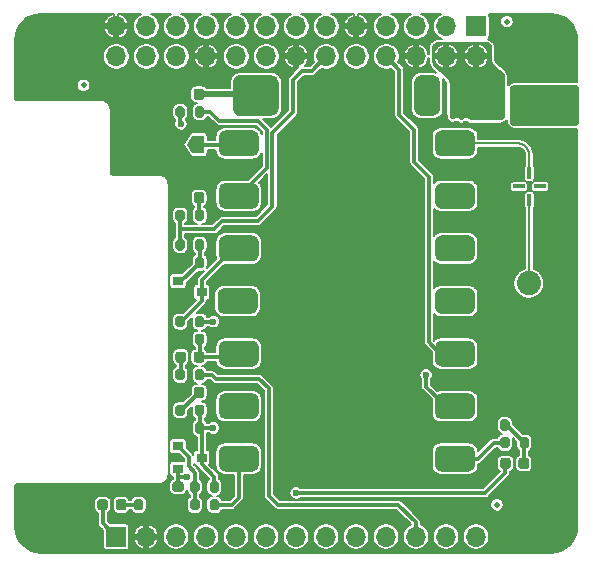
<source format=gbr>
%TF.GenerationSoftware,KiCad,Pcbnew,(5.1.9)-1*%
%TF.CreationDate,2021-09-15T13:57:53+03:00*%
%TF.ProjectId,voltlog UHF repeater,766f6c74-6c6f-4672-9055-484620726570,rev?*%
%TF.SameCoordinates,Original*%
%TF.FileFunction,Copper,L1,Top*%
%TF.FilePolarity,Positive*%
%FSLAX46Y46*%
G04 Gerber Fmt 4.6, Leading zero omitted, Abs format (unit mm)*
G04 Created by KiCad (PCBNEW (5.1.9)-1) date 2021-09-15 13:57:53*
%MOMM*%
%LPD*%
G01*
G04 APERTURE LIST*
%TA.AperFunction,SMDPad,CuDef*%
%ADD10R,7.000000X8.000000*%
%TD*%
%TA.AperFunction,SMDPad,CuDef*%
%ADD11R,0.900000X0.800000*%
%TD*%
%TA.AperFunction,SMDPad,CuDef*%
%ADD12R,0.350000X1.000000*%
%TD*%
%TA.AperFunction,SMDPad,CuDef*%
%ADD13R,1.000000X0.350000*%
%TD*%
%TA.AperFunction,ComponentPad*%
%ADD14C,5.500000*%
%TD*%
%TA.AperFunction,ComponentPad*%
%ADD15C,2.250000*%
%TD*%
%TA.AperFunction,ComponentPad*%
%ADD16C,2.050000*%
%TD*%
%TA.AperFunction,SMDPad,CuDef*%
%ADD17C,0.500000*%
%TD*%
%TA.AperFunction,ComponentPad*%
%ADD18O,1.700000X1.700000*%
%TD*%
%TA.AperFunction,ComponentPad*%
%ADD19R,1.700000X1.700000*%
%TD*%
%TA.AperFunction,SMDPad,CuDef*%
%ADD20C,0.100000*%
%TD*%
%TA.AperFunction,SMDPad,CuDef*%
%ADD21R,2.500000X1.800000*%
%TD*%
%TA.AperFunction,ViaPad*%
%ADD22C,0.600000*%
%TD*%
%TA.AperFunction,Conductor*%
%ADD23C,0.300000*%
%TD*%
%TA.AperFunction,Conductor*%
%ADD24C,1.000000*%
%TD*%
%TA.AperFunction,Conductor*%
%ADD25C,0.500000*%
%TD*%
%TA.AperFunction,Conductor*%
%ADD26C,0.190000*%
%TD*%
%TA.AperFunction,Conductor*%
%ADD27C,0.150000*%
%TD*%
%TA.AperFunction,Conductor*%
%ADD28C,0.100000*%
%TD*%
G04 APERTURE END LIST*
D10*
%TO.P,U1,19*%
%TO.N,GND*%
X187150000Y-47600000D03*
%TO.P,U1,8*%
%TO.N,Net-(C2-Pad1)*%
%TA.AperFunction,SMDPad,CuDef*%
G36*
G01*
X179310000Y-42250000D02*
X179310000Y-39950000D01*
G75*
G02*
X179860000Y-39400000I550000J0D01*
G01*
X180960000Y-39400000D01*
G75*
G02*
X181510000Y-39950000I0J-550000D01*
G01*
X181510000Y-42250000D01*
G75*
G02*
X180960000Y-42800000I-550000J0D01*
G01*
X179860000Y-42800000D01*
G75*
G02*
X179310000Y-42250000I0J550000D01*
G01*
G37*
%TD.AperFunction*%
%TO.P,U1,9*%
%TO.N,GND*%
%TA.AperFunction,SMDPad,CuDef*%
G36*
G01*
X183910000Y-42250000D02*
X183910000Y-39950000D01*
G75*
G02*
X184460000Y-39400000I550000J0D01*
G01*
X185560000Y-39400000D01*
G75*
G02*
X186110000Y-39950000I0J-550000D01*
G01*
X186110000Y-42250000D01*
G75*
G02*
X185560000Y-42800000I-550000J0D01*
G01*
X184460000Y-42800000D01*
G75*
G02*
X183910000Y-42250000I0J550000D01*
G01*
G37*
%TD.AperFunction*%
%TO.P,U1,10*%
%TA.AperFunction,SMDPad,CuDef*%
G36*
G01*
X188390000Y-42250000D02*
X188390000Y-39950000D01*
G75*
G02*
X188940000Y-39400000I550000J0D01*
G01*
X190040000Y-39400000D01*
G75*
G02*
X190590000Y-39950000I0J-550000D01*
G01*
X190590000Y-42250000D01*
G75*
G02*
X190040000Y-42800000I-550000J0D01*
G01*
X188940000Y-42800000D01*
G75*
G02*
X188390000Y-42250000I0J550000D01*
G01*
G37*
%TD.AperFunction*%
%TO.P,U1,11*%
%TO.N,N/C*%
%TA.AperFunction,SMDPad,CuDef*%
G36*
G01*
X192990000Y-42250000D02*
X192990000Y-39950000D01*
G75*
G02*
X193540000Y-39400000I550000J0D01*
G01*
X194640000Y-39400000D01*
G75*
G02*
X195190000Y-39950000I0J-550000D01*
G01*
X195190000Y-42250000D01*
G75*
G02*
X194640000Y-42800000I-550000J0D01*
G01*
X193540000Y-42800000D01*
G75*
G02*
X192990000Y-42250000I0J550000D01*
G01*
G37*
%TD.AperFunction*%
%TO.P,U1,1*%
%TO.N,Net-(R8-Pad1)*%
%TA.AperFunction,SMDPad,CuDef*%
G36*
G01*
X177000000Y-70750000D02*
X179300000Y-70750000D01*
G75*
G02*
X179850000Y-71300000I0J-550000D01*
G01*
X179850000Y-72400000D01*
G75*
G02*
X179300000Y-72950000I-550000J0D01*
G01*
X177000000Y-72950000D01*
G75*
G02*
X176450000Y-72400000I0J550000D01*
G01*
X176450000Y-71300000D01*
G75*
G02*
X177000000Y-70750000I550000J0D01*
G01*
G37*
%TD.AperFunction*%
%TO.P,U1,2*%
%TO.N,N/C*%
%TA.AperFunction,SMDPad,CuDef*%
G36*
G01*
X177000000Y-66300000D02*
X179300000Y-66300000D01*
G75*
G02*
X179850000Y-66850000I0J-550000D01*
G01*
X179850000Y-67950000D01*
G75*
G02*
X179300000Y-68500000I-550000J0D01*
G01*
X177000000Y-68500000D01*
G75*
G02*
X176450000Y-67950000I0J550000D01*
G01*
X176450000Y-66850000D01*
G75*
G02*
X177000000Y-66300000I550000J0D01*
G01*
G37*
%TD.AperFunction*%
%TO.P,U1,3*%
%TO.N,Net-(C3-Pad2)*%
%TA.AperFunction,SMDPad,CuDef*%
G36*
G01*
X177000000Y-61850000D02*
X179300000Y-61850000D01*
G75*
G02*
X179850000Y-62400000I0J-550000D01*
G01*
X179850000Y-63500000D01*
G75*
G02*
X179300000Y-64050000I-550000J0D01*
G01*
X177000000Y-64050000D01*
G75*
G02*
X176450000Y-63500000I0J550000D01*
G01*
X176450000Y-62400000D01*
G75*
G02*
X177000000Y-61850000I550000J0D01*
G01*
G37*
%TD.AperFunction*%
%TO.P,U1,4*%
%TO.N,N/C*%
%TA.AperFunction,SMDPad,CuDef*%
G36*
G01*
X176900000Y-57400000D02*
X179200000Y-57400000D01*
G75*
G02*
X179750000Y-57950000I0J-550000D01*
G01*
X179750000Y-59050000D01*
G75*
G02*
X179200000Y-59600000I-550000J0D01*
G01*
X176900000Y-59600000D01*
G75*
G02*
X176350000Y-59050000I0J550000D01*
G01*
X176350000Y-57950000D01*
G75*
G02*
X176900000Y-57400000I550000J0D01*
G01*
G37*
%TD.AperFunction*%
%TO.P,U1,5*%
%TO.N,Net-(Q1-Pad3)*%
%TA.AperFunction,SMDPad,CuDef*%
G36*
G01*
X177000000Y-52950000D02*
X179300000Y-52950000D01*
G75*
G02*
X179850000Y-53500000I0J-550000D01*
G01*
X179850000Y-54600000D01*
G75*
G02*
X179300000Y-55150000I-550000J0D01*
G01*
X177000000Y-55150000D01*
G75*
G02*
X176450000Y-54600000I0J550000D01*
G01*
X176450000Y-53500000D01*
G75*
G02*
X177000000Y-52950000I550000J0D01*
G01*
G37*
%TD.AperFunction*%
%TO.P,U1,6*%
%TO.N,Net-(R7-Pad2)*%
%TA.AperFunction,SMDPad,CuDef*%
G36*
G01*
X177000000Y-48500000D02*
X179300000Y-48500000D01*
G75*
G02*
X179850000Y-49050000I0J-550000D01*
G01*
X179850000Y-50150000D01*
G75*
G02*
X179300000Y-50700000I-550000J0D01*
G01*
X177000000Y-50700000D01*
G75*
G02*
X176450000Y-50150000I0J550000D01*
G01*
X176450000Y-49050000D01*
G75*
G02*
X177000000Y-48500000I550000J0D01*
G01*
G37*
%TD.AperFunction*%
%TO.P,U1,7*%
%TO.N,Net-(JP1-Pad1)*%
%TA.AperFunction,SMDPad,CuDef*%
G36*
G01*
X177000000Y-44050000D02*
X179300000Y-44050000D01*
G75*
G02*
X179850000Y-44600000I0J-550000D01*
G01*
X179850000Y-45700000D01*
G75*
G02*
X179300000Y-46250000I-550000J0D01*
G01*
X177000000Y-46250000D01*
G75*
G02*
X176450000Y-45700000I0J550000D01*
G01*
X176450000Y-44600000D01*
G75*
G02*
X177000000Y-44050000I550000J0D01*
G01*
G37*
%TD.AperFunction*%
%TO.P,U1,12*%
%TO.N,/RF_OUT*%
%TA.AperFunction,SMDPad,CuDef*%
G36*
G01*
X195300000Y-44050000D02*
X197600000Y-44050000D01*
G75*
G02*
X198150000Y-44600000I0J-550000D01*
G01*
X198150000Y-45700000D01*
G75*
G02*
X197600000Y-46250000I-550000J0D01*
G01*
X195300000Y-46250000D01*
G75*
G02*
X194750000Y-45700000I0J550000D01*
G01*
X194750000Y-44600000D01*
G75*
G02*
X195300000Y-44050000I550000J0D01*
G01*
G37*
%TD.AperFunction*%
%TO.P,U1,13*%
%TO.N,N/C*%
%TA.AperFunction,SMDPad,CuDef*%
G36*
G01*
X195300000Y-48500000D02*
X197600000Y-48500000D01*
G75*
G02*
X198150000Y-49050000I0J-550000D01*
G01*
X198150000Y-50150000D01*
G75*
G02*
X197600000Y-50700000I-550000J0D01*
G01*
X195300000Y-50700000D01*
G75*
G02*
X194750000Y-50150000I0J550000D01*
G01*
X194750000Y-49050000D01*
G75*
G02*
X195300000Y-48500000I550000J0D01*
G01*
G37*
%TD.AperFunction*%
%TO.P,U1,14*%
%TA.AperFunction,SMDPad,CuDef*%
G36*
G01*
X195300000Y-52950000D02*
X197600000Y-52950000D01*
G75*
G02*
X198150000Y-53500000I0J-550000D01*
G01*
X198150000Y-54600000D01*
G75*
G02*
X197600000Y-55150000I-550000J0D01*
G01*
X195300000Y-55150000D01*
G75*
G02*
X194750000Y-54600000I0J550000D01*
G01*
X194750000Y-53500000D01*
G75*
G02*
X195300000Y-52950000I550000J0D01*
G01*
G37*
%TD.AperFunction*%
%TO.P,U1,18*%
%TO.N,Net-(R4-Pad1)*%
%TA.AperFunction,SMDPad,CuDef*%
G36*
G01*
X195300000Y-70750000D02*
X197600000Y-70750000D01*
G75*
G02*
X198150000Y-71300000I0J-550000D01*
G01*
X198150000Y-72400000D01*
G75*
G02*
X197600000Y-72950000I-550000J0D01*
G01*
X195300000Y-72950000D01*
G75*
G02*
X194750000Y-72400000I0J550000D01*
G01*
X194750000Y-71300000D01*
G75*
G02*
X195300000Y-70750000I550000J0D01*
G01*
G37*
%TD.AperFunction*%
%TO.P,U1,17*%
%TO.N,UART_RX*%
%TA.AperFunction,SMDPad,CuDef*%
G36*
G01*
X195300000Y-66300000D02*
X197600000Y-66300000D01*
G75*
G02*
X198150000Y-66850000I0J-550000D01*
G01*
X198150000Y-67950000D01*
G75*
G02*
X197600000Y-68500000I-550000J0D01*
G01*
X195300000Y-68500000D01*
G75*
G02*
X194750000Y-67950000I0J550000D01*
G01*
X194750000Y-66850000D01*
G75*
G02*
X195300000Y-66300000I550000J0D01*
G01*
G37*
%TD.AperFunction*%
%TO.P,U1,16*%
%TO.N,UART_TX*%
%TA.AperFunction,SMDPad,CuDef*%
G36*
G01*
X195300000Y-61850000D02*
X197600000Y-61850000D01*
G75*
G02*
X198150000Y-62400000I0J-550000D01*
G01*
X198150000Y-63500000D01*
G75*
G02*
X197600000Y-64050000I-550000J0D01*
G01*
X195300000Y-64050000D01*
G75*
G02*
X194750000Y-63500000I0J550000D01*
G01*
X194750000Y-62400000D01*
G75*
G02*
X195300000Y-61850000I550000J0D01*
G01*
G37*
%TD.AperFunction*%
%TO.P,U1,15*%
%TO.N,N/C*%
%TA.AperFunction,SMDPad,CuDef*%
G36*
G01*
X195300000Y-57400000D02*
X197600000Y-57400000D01*
G75*
G02*
X198150000Y-57950000I0J-550000D01*
G01*
X198150000Y-59050000D01*
G75*
G02*
X197600000Y-59600000I-550000J0D01*
G01*
X195300000Y-59600000D01*
G75*
G02*
X194750000Y-59050000I0J550000D01*
G01*
X194750000Y-57950000D01*
G75*
G02*
X195300000Y-57400000I550000J0D01*
G01*
G37*
%TD.AperFunction*%
%TD*%
D11*
%TO.P,Q2,3*%
%TO.N,GPIO_10*%
X175000000Y-71750000D03*
%TO.P,Q2,2*%
%TO.N,+3V3*%
X173000000Y-72700000D03*
%TO.P,Q2,1*%
%TO.N,Net-(Q2-Pad1)*%
X173000000Y-70800000D03*
%TD*%
%TO.P,Q1,3*%
%TO.N,Net-(Q1-Pad3)*%
X175000000Y-57750000D03*
%TO.P,Q1,2*%
%TO.N,GND*%
X173000000Y-58700000D03*
%TO.P,Q1,1*%
%TO.N,Net-(Q1-Pad1)*%
X173000000Y-56800000D03*
%TD*%
D12*
%TO.P,FL1,8*%
%TO.N,/RF_OUT*%
X202750000Y-47650000D03*
%TO.P,FL1,4*%
%TO.N,/ANT*%
X202750000Y-49950000D03*
D13*
%TO.P,FL1,5*%
%TO.N,GND*%
X203650000Y-49450000D03*
%TO.P,FL1,3*%
X201850000Y-49450000D03*
%TO.P,FL1,7*%
X203650000Y-48150000D03*
%TO.P,FL1,1*%
X201850000Y-48150000D03*
%TO.P,FL1,6*%
%TO.N,Net-(FL1-Pad6)*%
X203650000Y-48800000D03*
%TO.P,FL1,2*%
%TO.N,Net-(FL1-Pad2)*%
X201850000Y-48800000D03*
%TD*%
D14*
%TO.P,H4,1*%
%TO.N,GND*%
X204055501Y-36944588D03*
%TD*%
%TO.P,H3,1*%
%TO.N,GND*%
X204055501Y-77055505D03*
%TD*%
%TO.P,H2,1*%
%TO.N,GND*%
X161944587Y-36944588D03*
%TD*%
%TO.P,H1,1*%
%TO.N,GND*%
X161944587Y-77055505D03*
%TD*%
D15*
%TO.P,J3,2*%
%TO.N,GND*%
X200160000Y-59540000D03*
X200160000Y-54460000D03*
X205240000Y-54460000D03*
X205240000Y-59540000D03*
D16*
%TO.P,J3,1*%
%TO.N,/ANT*%
X202700000Y-57000000D03*
%TD*%
D17*
%TO.P,FID3,*%
%TO.N,*%
X165000000Y-40250000D03*
%TD*%
%TO.P,FID2,*%
%TO.N,*%
X200850000Y-34850000D03*
%TD*%
%TO.P,FID1,*%
%TO.N,*%
X200000000Y-75750000D03*
%TD*%
D18*
%TO.P,J1,26*%
%TO.N,GPIO_10*%
X167770000Y-37790000D03*
%TO.P,J1,25*%
%TO.N,GND*%
X167770000Y-35250000D03*
%TO.P,J1,24*%
%TO.N,/GPIO_13*%
X170310000Y-37790000D03*
%TO.P,J1,23*%
%TO.N,/GPIO_14*%
X170310000Y-35250000D03*
%TO.P,J1,22*%
%TO.N,/GPIO_2*%
X172850000Y-37790000D03*
%TO.P,J1,21*%
%TO.N,/GPIO_16*%
X172850000Y-35250000D03*
%TO.P,J1,20*%
%TO.N,GND*%
X175390000Y-37790000D03*
%TO.P,J1,19*%
%TO.N,/GPIO_15*%
X175390000Y-35250000D03*
%TO.P,J1,18*%
%TO.N,/GPIO_18*%
X177930000Y-37790000D03*
%TO.P,J1,17*%
%TO.N,+3V3*%
X177930000Y-35250000D03*
%TO.P,J1,16*%
%TO.N,/GPIO_19*%
X180470000Y-37790000D03*
%TO.P,J1,15*%
%TO.N,/GPIO_3*%
X180470000Y-35250000D03*
%TO.P,J1,14*%
%TO.N,GND*%
X183010000Y-37790000D03*
%TO.P,J1,13*%
%TO.N,/GPIO_0*%
X183010000Y-35250000D03*
%TO.P,J1,12*%
%TO.N,GPIO_7*%
X185550000Y-37790000D03*
%TO.P,J1,11*%
%TO.N,/GPIO_1*%
X185550000Y-35250000D03*
%TO.P,J1,10*%
%TO.N,UART_RX*%
X188090000Y-37790000D03*
%TO.P,J1,9*%
%TO.N,GND*%
X188090000Y-35250000D03*
%TO.P,J1,8*%
%TO.N,UART_TX*%
X190630000Y-37790000D03*
%TO.P,J1,7*%
%TO.N,/GPIO_6*%
X190630000Y-35250000D03*
%TO.P,J1,6*%
%TO.N,GND*%
X193170000Y-37790000D03*
%TO.P,J1,5*%
%TO.N,/GPIO_11*%
X193170000Y-35250000D03*
%TO.P,J1,4*%
%TO.N,+5V*%
X195710000Y-37790000D03*
%TO.P,J1,3*%
%TO.N,/GPIO_12*%
X195710000Y-35250000D03*
%TO.P,J1,2*%
%TO.N,+5V*%
X198250000Y-37790000D03*
D19*
%TO.P,J1,1*%
%TO.N,+3V3*%
X198250000Y-35250000D03*
%TD*%
%TO.P,R14,2*%
%TO.N,GND*%
%TA.AperFunction,SMDPad,CuDef*%
G36*
G01*
X170925000Y-76025000D02*
X170925000Y-75475000D01*
G75*
G02*
X171125000Y-75275000I200000J0D01*
G01*
X171525000Y-75275000D01*
G75*
G02*
X171725000Y-75475000I0J-200000D01*
G01*
X171725000Y-76025000D01*
G75*
G02*
X171525000Y-76225000I-200000J0D01*
G01*
X171125000Y-76225000D01*
G75*
G02*
X170925000Y-76025000I0J200000D01*
G01*
G37*
%TD.AperFunction*%
%TO.P,R14,1*%
%TO.N,Net-(D4-Pad1)*%
%TA.AperFunction,SMDPad,CuDef*%
G36*
G01*
X169275000Y-76025000D02*
X169275000Y-75475000D01*
G75*
G02*
X169475000Y-75275000I200000J0D01*
G01*
X169875000Y-75275000D01*
G75*
G02*
X170075000Y-75475000I0J-200000D01*
G01*
X170075000Y-76025000D01*
G75*
G02*
X169875000Y-76225000I-200000J0D01*
G01*
X169475000Y-76225000D01*
G75*
G02*
X169275000Y-76025000I0J200000D01*
G01*
G37*
%TD.AperFunction*%
%TD*%
%TO.P,R13,2*%
%TO.N,Net-(D3-Pad2)*%
%TA.AperFunction,SMDPad,CuDef*%
G36*
G01*
X173575000Y-67475000D02*
X173575000Y-68025000D01*
G75*
G02*
X173375000Y-68225000I-200000J0D01*
G01*
X172975000Y-68225000D01*
G75*
G02*
X172775000Y-68025000I0J200000D01*
G01*
X172775000Y-67475000D01*
G75*
G02*
X172975000Y-67275000I200000J0D01*
G01*
X173375000Y-67275000D01*
G75*
G02*
X173575000Y-67475000I0J-200000D01*
G01*
G37*
%TD.AperFunction*%
%TO.P,R13,1*%
%TO.N,GPIO_10*%
%TA.AperFunction,SMDPad,CuDef*%
G36*
G01*
X175225000Y-67475000D02*
X175225000Y-68025000D01*
G75*
G02*
X175025000Y-68225000I-200000J0D01*
G01*
X174625000Y-68225000D01*
G75*
G02*
X174425000Y-68025000I0J200000D01*
G01*
X174425000Y-67475000D01*
G75*
G02*
X174625000Y-67275000I200000J0D01*
G01*
X175025000Y-67275000D01*
G75*
G02*
X175225000Y-67475000I0J-200000D01*
G01*
G37*
%TD.AperFunction*%
%TD*%
%TO.P,R12,2*%
%TO.N,GND*%
%TA.AperFunction,SMDPad,CuDef*%
G36*
G01*
X173575000Y-68975000D02*
X173575000Y-69525000D01*
G75*
G02*
X173375000Y-69725000I-200000J0D01*
G01*
X172975000Y-69725000D01*
G75*
G02*
X172775000Y-69525000I0J200000D01*
G01*
X172775000Y-68975000D01*
G75*
G02*
X172975000Y-68775000I200000J0D01*
G01*
X173375000Y-68775000D01*
G75*
G02*
X173575000Y-68975000I0J-200000D01*
G01*
G37*
%TD.AperFunction*%
%TO.P,R12,1*%
%TO.N,GPIO_10*%
%TA.AperFunction,SMDPad,CuDef*%
G36*
G01*
X175225000Y-68975000D02*
X175225000Y-69525000D01*
G75*
G02*
X175025000Y-69725000I-200000J0D01*
G01*
X174625000Y-69725000D01*
G75*
G02*
X174425000Y-69525000I0J200000D01*
G01*
X174425000Y-68975000D01*
G75*
G02*
X174625000Y-68775000I200000J0D01*
G01*
X175025000Y-68775000D01*
G75*
G02*
X175225000Y-68975000I0J-200000D01*
G01*
G37*
%TD.AperFunction*%
%TD*%
%TO.P,R11,2*%
%TO.N,GND*%
%TA.AperFunction,SMDPad,CuDef*%
G36*
G01*
X173575000Y-61475000D02*
X173575000Y-62025000D01*
G75*
G02*
X173375000Y-62225000I-200000J0D01*
G01*
X172975000Y-62225000D01*
G75*
G02*
X172775000Y-62025000I0J200000D01*
G01*
X172775000Y-61475000D01*
G75*
G02*
X172975000Y-61275000I200000J0D01*
G01*
X173375000Y-61275000D01*
G75*
G02*
X173575000Y-61475000I0J-200000D01*
G01*
G37*
%TD.AperFunction*%
%TO.P,R11,1*%
%TO.N,Net-(C3-Pad2)*%
%TA.AperFunction,SMDPad,CuDef*%
G36*
G01*
X175225000Y-61475000D02*
X175225000Y-62025000D01*
G75*
G02*
X175025000Y-62225000I-200000J0D01*
G01*
X174625000Y-62225000D01*
G75*
G02*
X174425000Y-62025000I0J200000D01*
G01*
X174425000Y-61475000D01*
G75*
G02*
X174625000Y-61275000I200000J0D01*
G01*
X175025000Y-61275000D01*
G75*
G02*
X175225000Y-61475000I0J-200000D01*
G01*
G37*
%TD.AperFunction*%
%TD*%
%TO.P,R10,2*%
%TO.N,Net-(C3-Pad1)*%
%TA.AperFunction,SMDPad,CuDef*%
G36*
G01*
X173575000Y-64475000D02*
X173575000Y-65025000D01*
G75*
G02*
X173375000Y-65225000I-200000J0D01*
G01*
X172975000Y-65225000D01*
G75*
G02*
X172775000Y-65025000I0J200000D01*
G01*
X172775000Y-64475000D01*
G75*
G02*
X172975000Y-64275000I200000J0D01*
G01*
X173375000Y-64275000D01*
G75*
G02*
X173575000Y-64475000I0J-200000D01*
G01*
G37*
%TD.AperFunction*%
%TO.P,R10,1*%
%TO.N,MIC1P*%
%TA.AperFunction,SMDPad,CuDef*%
G36*
G01*
X175225000Y-64475000D02*
X175225000Y-65025000D01*
G75*
G02*
X175025000Y-65225000I-200000J0D01*
G01*
X174625000Y-65225000D01*
G75*
G02*
X174425000Y-65025000I0J200000D01*
G01*
X174425000Y-64475000D01*
G75*
G02*
X174625000Y-64275000I200000J0D01*
G01*
X175025000Y-64275000D01*
G75*
G02*
X175225000Y-64475000I0J-200000D01*
G01*
G37*
%TD.AperFunction*%
%TD*%
%TO.P,R9,2*%
%TO.N,GPIO_10*%
%TA.AperFunction,SMDPad,CuDef*%
G36*
G01*
X175675000Y-74525000D02*
X175675000Y-73975000D01*
G75*
G02*
X175875000Y-73775000I200000J0D01*
G01*
X176275000Y-73775000D01*
G75*
G02*
X176475000Y-73975000I0J-200000D01*
G01*
X176475000Y-74525000D01*
G75*
G02*
X176275000Y-74725000I-200000J0D01*
G01*
X175875000Y-74725000D01*
G75*
G02*
X175675000Y-74525000I0J200000D01*
G01*
G37*
%TD.AperFunction*%
%TO.P,R9,1*%
%TO.N,Net-(Q2-Pad1)*%
%TA.AperFunction,SMDPad,CuDef*%
G36*
G01*
X174025000Y-74525000D02*
X174025000Y-73975000D01*
G75*
G02*
X174225000Y-73775000I200000J0D01*
G01*
X174625000Y-73775000D01*
G75*
G02*
X174825000Y-73975000I0J-200000D01*
G01*
X174825000Y-74525000D01*
G75*
G02*
X174625000Y-74725000I-200000J0D01*
G01*
X174225000Y-74725000D01*
G75*
G02*
X174025000Y-74525000I0J200000D01*
G01*
G37*
%TD.AperFunction*%
%TD*%
%TO.P,R8,2*%
%TO.N,Net-(Q2-Pad1)*%
%TA.AperFunction,SMDPad,CuDef*%
G36*
G01*
X174825000Y-75475000D02*
X174825000Y-76025000D01*
G75*
G02*
X174625000Y-76225000I-200000J0D01*
G01*
X174225000Y-76225000D01*
G75*
G02*
X174025000Y-76025000I0J200000D01*
G01*
X174025000Y-75475000D01*
G75*
G02*
X174225000Y-75275000I200000J0D01*
G01*
X174625000Y-75275000D01*
G75*
G02*
X174825000Y-75475000I0J-200000D01*
G01*
G37*
%TD.AperFunction*%
%TO.P,R8,1*%
%TO.N,Net-(R8-Pad1)*%
%TA.AperFunction,SMDPad,CuDef*%
G36*
G01*
X176475000Y-75475000D02*
X176475000Y-76025000D01*
G75*
G02*
X176275000Y-76225000I-200000J0D01*
G01*
X175875000Y-76225000D01*
G75*
G02*
X175675000Y-76025000I0J200000D01*
G01*
X175675000Y-75475000D01*
G75*
G02*
X175875000Y-75275000I200000J0D01*
G01*
X176275000Y-75275000D01*
G75*
G02*
X176475000Y-75475000I0J-200000D01*
G01*
G37*
%TD.AperFunction*%
%TD*%
%TO.P,R7,2*%
%TO.N,Net-(R7-Pad2)*%
%TA.AperFunction,SMDPad,CuDef*%
G36*
G01*
X174425000Y-42775000D02*
X174425000Y-42225000D01*
G75*
G02*
X174625000Y-42025000I200000J0D01*
G01*
X175025000Y-42025000D01*
G75*
G02*
X175225000Y-42225000I0J-200000D01*
G01*
X175225000Y-42775000D01*
G75*
G02*
X175025000Y-42975000I-200000J0D01*
G01*
X174625000Y-42975000D01*
G75*
G02*
X174425000Y-42775000I0J200000D01*
G01*
G37*
%TD.AperFunction*%
%TO.P,R7,1*%
%TO.N,+5V*%
%TA.AperFunction,SMDPad,CuDef*%
G36*
G01*
X172775000Y-42775000D02*
X172775000Y-42225000D01*
G75*
G02*
X172975000Y-42025000I200000J0D01*
G01*
X173375000Y-42025000D01*
G75*
G02*
X173575000Y-42225000I0J-200000D01*
G01*
X173575000Y-42775000D01*
G75*
G02*
X173375000Y-42975000I-200000J0D01*
G01*
X172975000Y-42975000D01*
G75*
G02*
X172775000Y-42775000I0J200000D01*
G01*
G37*
%TD.AperFunction*%
%TD*%
%TO.P,R6,2*%
%TO.N,Net-(Q1-Pad3)*%
%TA.AperFunction,SMDPad,CuDef*%
G36*
G01*
X173575000Y-59975000D02*
X173575000Y-60525000D01*
G75*
G02*
X173375000Y-60725000I-200000J0D01*
G01*
X172975000Y-60725000D01*
G75*
G02*
X172775000Y-60525000I0J200000D01*
G01*
X172775000Y-59975000D01*
G75*
G02*
X172975000Y-59775000I200000J0D01*
G01*
X173375000Y-59775000D01*
G75*
G02*
X173575000Y-59975000I0J-200000D01*
G01*
G37*
%TD.AperFunction*%
%TO.P,R6,1*%
%TO.N,+5V*%
%TA.AperFunction,SMDPad,CuDef*%
G36*
G01*
X175225000Y-59975000D02*
X175225000Y-60525000D01*
G75*
G02*
X175025000Y-60725000I-200000J0D01*
G01*
X174625000Y-60725000D01*
G75*
G02*
X174425000Y-60525000I0J200000D01*
G01*
X174425000Y-59975000D01*
G75*
G02*
X174625000Y-59775000I200000J0D01*
G01*
X175025000Y-59775000D01*
G75*
G02*
X175225000Y-59975000I0J-200000D01*
G01*
G37*
%TD.AperFunction*%
%TD*%
%TO.P,R5,2*%
%TO.N,Net-(Q1-Pad1)*%
%TA.AperFunction,SMDPad,CuDef*%
G36*
G01*
X174425000Y-55525000D02*
X174425000Y-54975000D01*
G75*
G02*
X174625000Y-54775000I200000J0D01*
G01*
X175025000Y-54775000D01*
G75*
G02*
X175225000Y-54975000I0J-200000D01*
G01*
X175225000Y-55525000D01*
G75*
G02*
X175025000Y-55725000I-200000J0D01*
G01*
X174625000Y-55725000D01*
G75*
G02*
X174425000Y-55525000I0J200000D01*
G01*
G37*
%TD.AperFunction*%
%TO.P,R5,1*%
%TO.N,GND*%
%TA.AperFunction,SMDPad,CuDef*%
G36*
G01*
X172775000Y-55525000D02*
X172775000Y-54975000D01*
G75*
G02*
X172975000Y-54775000I200000J0D01*
G01*
X173375000Y-54775000D01*
G75*
G02*
X173575000Y-54975000I0J-200000D01*
G01*
X173575000Y-55525000D01*
G75*
G02*
X173375000Y-55725000I-200000J0D01*
G01*
X172975000Y-55725000D01*
G75*
G02*
X172775000Y-55525000I0J200000D01*
G01*
G37*
%TD.AperFunction*%
%TD*%
%TO.P,R4,2*%
%TO.N,Net-(C1-Pad1)*%
%TA.AperFunction,SMDPad,CuDef*%
G36*
G01*
X201925000Y-70775000D02*
X201925000Y-70225000D01*
G75*
G02*
X202125000Y-70025000I200000J0D01*
G01*
X202525000Y-70025000D01*
G75*
G02*
X202725000Y-70225000I0J-200000D01*
G01*
X202725000Y-70775000D01*
G75*
G02*
X202525000Y-70975000I-200000J0D01*
G01*
X202125000Y-70975000D01*
G75*
G02*
X201925000Y-70775000I0J200000D01*
G01*
G37*
%TD.AperFunction*%
%TO.P,R4,1*%
%TO.N,Net-(R4-Pad1)*%
%TA.AperFunction,SMDPad,CuDef*%
G36*
G01*
X200275000Y-70775000D02*
X200275000Y-70225000D01*
G75*
G02*
X200475000Y-70025000I200000J0D01*
G01*
X200875000Y-70025000D01*
G75*
G02*
X201075000Y-70225000I0J-200000D01*
G01*
X201075000Y-70775000D01*
G75*
G02*
X200875000Y-70975000I-200000J0D01*
G01*
X200475000Y-70975000D01*
G75*
G02*
X200275000Y-70775000I0J200000D01*
G01*
G37*
%TD.AperFunction*%
%TD*%
%TO.P,R3,2*%
%TO.N,GND*%
%TA.AperFunction,SMDPad,CuDef*%
G36*
G01*
X201925000Y-69275000D02*
X201925000Y-68725000D01*
G75*
G02*
X202125000Y-68525000I200000J0D01*
G01*
X202525000Y-68525000D01*
G75*
G02*
X202725000Y-68725000I0J-200000D01*
G01*
X202725000Y-69275000D01*
G75*
G02*
X202525000Y-69475000I-200000J0D01*
G01*
X202125000Y-69475000D01*
G75*
G02*
X201925000Y-69275000I0J200000D01*
G01*
G37*
%TD.AperFunction*%
%TO.P,R3,1*%
%TO.N,Net-(C1-Pad1)*%
%TA.AperFunction,SMDPad,CuDef*%
G36*
G01*
X200275000Y-69275000D02*
X200275000Y-68725000D01*
G75*
G02*
X200475000Y-68525000I200000J0D01*
G01*
X200875000Y-68525000D01*
G75*
G02*
X201075000Y-68725000I0J-200000D01*
G01*
X201075000Y-69275000D01*
G75*
G02*
X200875000Y-69475000I-200000J0D01*
G01*
X200475000Y-69475000D01*
G75*
G02*
X200275000Y-69275000I0J200000D01*
G01*
G37*
%TD.AperFunction*%
%TD*%
%TO.P,R2,2*%
%TO.N,GPIO_7*%
%TA.AperFunction,SMDPad,CuDef*%
G36*
G01*
X173575000Y-53475000D02*
X173575000Y-54025000D01*
G75*
G02*
X173375000Y-54225000I-200000J0D01*
G01*
X172975000Y-54225000D01*
G75*
G02*
X172775000Y-54025000I0J200000D01*
G01*
X172775000Y-53475000D01*
G75*
G02*
X172975000Y-53275000I200000J0D01*
G01*
X173375000Y-53275000D01*
G75*
G02*
X173575000Y-53475000I0J-200000D01*
G01*
G37*
%TD.AperFunction*%
%TO.P,R2,1*%
%TO.N,Net-(Q1-Pad1)*%
%TA.AperFunction,SMDPad,CuDef*%
G36*
G01*
X175225000Y-53475000D02*
X175225000Y-54025000D01*
G75*
G02*
X175025000Y-54225000I-200000J0D01*
G01*
X174625000Y-54225000D01*
G75*
G02*
X174425000Y-54025000I0J200000D01*
G01*
X174425000Y-53475000D01*
G75*
G02*
X174625000Y-53275000I200000J0D01*
G01*
X175025000Y-53275000D01*
G75*
G02*
X175225000Y-53475000I0J-200000D01*
G01*
G37*
%TD.AperFunction*%
%TD*%
%TO.P,R1,2*%
%TO.N,Net-(D1-Pad2)*%
%TA.AperFunction,SMDPad,CuDef*%
G36*
G01*
X174425000Y-51525000D02*
X174425000Y-50975000D01*
G75*
G02*
X174625000Y-50775000I200000J0D01*
G01*
X175025000Y-50775000D01*
G75*
G02*
X175225000Y-50975000I0J-200000D01*
G01*
X175225000Y-51525000D01*
G75*
G02*
X175025000Y-51725000I-200000J0D01*
G01*
X174625000Y-51725000D01*
G75*
G02*
X174425000Y-51525000I0J200000D01*
G01*
G37*
%TD.AperFunction*%
%TO.P,R1,1*%
%TO.N,GPIO_7*%
%TA.AperFunction,SMDPad,CuDef*%
G36*
G01*
X172775000Y-51525000D02*
X172775000Y-50975000D01*
G75*
G02*
X172975000Y-50775000I200000J0D01*
G01*
X173375000Y-50775000D01*
G75*
G02*
X173575000Y-50975000I0J-200000D01*
G01*
X173575000Y-51525000D01*
G75*
G02*
X173375000Y-51725000I-200000J0D01*
G01*
X172975000Y-51725000D01*
G75*
G02*
X172775000Y-51525000I0J200000D01*
G01*
G37*
%TD.AperFunction*%
%TD*%
%TA.AperFunction,SMDPad,CuDef*%
D20*
%TO.P,JP1,1*%
%TO.N,Net-(JP1-Pad1)*%
G36*
X173725000Y-45250000D02*
G01*
X174225000Y-44500000D01*
X175225000Y-44500000D01*
X175225000Y-46000000D01*
X174225000Y-46000000D01*
X173725000Y-45250000D01*
G37*
%TD.AperFunction*%
%TA.AperFunction,SMDPad,CuDef*%
%TO.P,JP1,2*%
%TO.N,GND*%
G36*
X172775000Y-44500000D02*
G01*
X173925000Y-44500000D01*
X173425000Y-45250000D01*
X173925000Y-46000000D01*
X172775000Y-46000000D01*
X172775000Y-44500000D01*
G37*
%TD.AperFunction*%
%TD*%
D18*
%TO.P,J2,13*%
%TO.N,/CIR_RX*%
X198230000Y-78450000D03*
%TO.P,J2,12*%
%TO.N,/MIC1N*%
X195690000Y-78450000D03*
%TO.P,J2,11*%
%TO.N,MIC1P*%
X193150000Y-78450000D03*
%TO.P,J2,10*%
%TO.N,/MIC_BIAS*%
X190610000Y-78450000D03*
%TO.P,J2,9*%
%TO.N,/TV_OUT*%
X188070000Y-78450000D03*
%TO.P,J2,8*%
%TO.N,/LINEOUT_L*%
X185530000Y-78450000D03*
%TO.P,J2,7*%
%TO.N,LINEOUT_R*%
X182990000Y-78450000D03*
%TO.P,J2,6*%
%TO.N,/USB_DP3*%
X180450000Y-78450000D03*
%TO.P,J2,5*%
%TO.N,/USB_DM3*%
X177910000Y-78450000D03*
%TO.P,J2,4*%
%TO.N,/USB_DP2*%
X175370000Y-78450000D03*
%TO.P,J2,3*%
%TO.N,/USB_DM2*%
X172830000Y-78450000D03*
%TO.P,J2,2*%
%TO.N,GND*%
X170290000Y-78450000D03*
D19*
%TO.P,J2,1*%
%TO.N,+5V*%
X167750000Y-78450000D03*
%TD*%
%TO.P,D4,2*%
%TO.N,+5V*%
%TA.AperFunction,SMDPad,CuDef*%
G36*
G01*
X167050000Y-75493750D02*
X167050000Y-76006250D01*
G75*
G02*
X166831250Y-76225000I-218750J0D01*
G01*
X166393750Y-76225000D01*
G75*
G02*
X166175000Y-76006250I0J218750D01*
G01*
X166175000Y-75493750D01*
G75*
G02*
X166393750Y-75275000I218750J0D01*
G01*
X166831250Y-75275000D01*
G75*
G02*
X167050000Y-75493750I0J-218750D01*
G01*
G37*
%TD.AperFunction*%
%TO.P,D4,1*%
%TO.N,Net-(D4-Pad1)*%
%TA.AperFunction,SMDPad,CuDef*%
G36*
G01*
X168625000Y-75493750D02*
X168625000Y-76006250D01*
G75*
G02*
X168406250Y-76225000I-218750J0D01*
G01*
X167968750Y-76225000D01*
G75*
G02*
X167750000Y-76006250I0J218750D01*
G01*
X167750000Y-75493750D01*
G75*
G02*
X167968750Y-75275000I218750J0D01*
G01*
X168406250Y-75275000D01*
G75*
G02*
X168625000Y-75493750I0J-218750D01*
G01*
G37*
%TD.AperFunction*%
%TD*%
%TO.P,D3,2*%
%TO.N,Net-(D3-Pad2)*%
%TA.AperFunction,SMDPad,CuDef*%
G36*
G01*
X174350000Y-66506250D02*
X174350000Y-65993750D01*
G75*
G02*
X174568750Y-65775000I218750J0D01*
G01*
X175006250Y-65775000D01*
G75*
G02*
X175225000Y-65993750I0J-218750D01*
G01*
X175225000Y-66506250D01*
G75*
G02*
X175006250Y-66725000I-218750J0D01*
G01*
X174568750Y-66725000D01*
G75*
G02*
X174350000Y-66506250I0J218750D01*
G01*
G37*
%TD.AperFunction*%
%TO.P,D3,1*%
%TO.N,GND*%
%TA.AperFunction,SMDPad,CuDef*%
G36*
G01*
X172775000Y-66506250D02*
X172775000Y-65993750D01*
G75*
G02*
X172993750Y-65775000I218750J0D01*
G01*
X173431250Y-65775000D01*
G75*
G02*
X173650000Y-65993750I0J-218750D01*
G01*
X173650000Y-66506250D01*
G75*
G02*
X173431250Y-66725000I-218750J0D01*
G01*
X172993750Y-66725000D01*
G75*
G02*
X172775000Y-66506250I0J218750D01*
G01*
G37*
%TD.AperFunction*%
%TD*%
D21*
%TO.P,D2,2*%
%TO.N,+5V*%
X199000000Y-42000000D03*
%TO.P,D2,1*%
%TO.N,Net-(C2-Pad1)*%
X203000000Y-42000000D03*
%TD*%
%TO.P,D1,2*%
%TO.N,Net-(D1-Pad2)*%
%TA.AperFunction,SMDPad,CuDef*%
G36*
G01*
X174350000Y-50006250D02*
X174350000Y-49493750D01*
G75*
G02*
X174568750Y-49275000I218750J0D01*
G01*
X175006250Y-49275000D01*
G75*
G02*
X175225000Y-49493750I0J-218750D01*
G01*
X175225000Y-50006250D01*
G75*
G02*
X175006250Y-50225000I-218750J0D01*
G01*
X174568750Y-50225000D01*
G75*
G02*
X174350000Y-50006250I0J218750D01*
G01*
G37*
%TD.AperFunction*%
%TO.P,D1,1*%
%TO.N,GND*%
%TA.AperFunction,SMDPad,CuDef*%
G36*
G01*
X172775000Y-50006250D02*
X172775000Y-49493750D01*
G75*
G02*
X172993750Y-49275000I218750J0D01*
G01*
X173431250Y-49275000D01*
G75*
G02*
X173650000Y-49493750I0J-218750D01*
G01*
X173650000Y-50006250D01*
G75*
G02*
X173431250Y-50225000I-218750J0D01*
G01*
X172993750Y-50225000D01*
G75*
G02*
X172775000Y-50006250I0J218750D01*
G01*
G37*
%TD.AperFunction*%
%TD*%
%TO.P,C4,2*%
%TO.N,GND*%
%TA.AperFunction,SMDPad,CuDef*%
G36*
G01*
X172750000Y-75325000D02*
X173250000Y-75325000D01*
G75*
G02*
X173475000Y-75550000I0J-225000D01*
G01*
X173475000Y-76000000D01*
G75*
G02*
X173250000Y-76225000I-225000J0D01*
G01*
X172750000Y-76225000D01*
G75*
G02*
X172525000Y-76000000I0J225000D01*
G01*
X172525000Y-75550000D01*
G75*
G02*
X172750000Y-75325000I225000J0D01*
G01*
G37*
%TD.AperFunction*%
%TO.P,C4,1*%
%TO.N,+3V3*%
%TA.AperFunction,SMDPad,CuDef*%
G36*
G01*
X172750000Y-73775000D02*
X173250000Y-73775000D01*
G75*
G02*
X173475000Y-74000000I0J-225000D01*
G01*
X173475000Y-74450000D01*
G75*
G02*
X173250000Y-74675000I-225000J0D01*
G01*
X172750000Y-74675000D01*
G75*
G02*
X172525000Y-74450000I0J225000D01*
G01*
X172525000Y-74000000D01*
G75*
G02*
X172750000Y-73775000I225000J0D01*
G01*
G37*
%TD.AperFunction*%
%TD*%
%TO.P,C3,2*%
%TO.N,Net-(C3-Pad2)*%
%TA.AperFunction,SMDPad,CuDef*%
G36*
G01*
X174325000Y-63500000D02*
X174325000Y-63000000D01*
G75*
G02*
X174550000Y-62775000I225000J0D01*
G01*
X175000000Y-62775000D01*
G75*
G02*
X175225000Y-63000000I0J-225000D01*
G01*
X175225000Y-63500000D01*
G75*
G02*
X175000000Y-63725000I-225000J0D01*
G01*
X174550000Y-63725000D01*
G75*
G02*
X174325000Y-63500000I0J225000D01*
G01*
G37*
%TD.AperFunction*%
%TO.P,C3,1*%
%TO.N,Net-(C3-Pad1)*%
%TA.AperFunction,SMDPad,CuDef*%
G36*
G01*
X172775000Y-63500000D02*
X172775000Y-63000000D01*
G75*
G02*
X173000000Y-62775000I225000J0D01*
G01*
X173450000Y-62775000D01*
G75*
G02*
X173675000Y-63000000I0J-225000D01*
G01*
X173675000Y-63500000D01*
G75*
G02*
X173450000Y-63725000I-225000J0D01*
G01*
X173000000Y-63725000D01*
G75*
G02*
X172775000Y-63500000I0J225000D01*
G01*
G37*
%TD.AperFunction*%
%TD*%
%TO.P,C2,2*%
%TO.N,GND*%
%TA.AperFunction,SMDPad,CuDef*%
G36*
G01*
X173675000Y-40750000D02*
X173675000Y-41250000D01*
G75*
G02*
X173450000Y-41475000I-225000J0D01*
G01*
X173000000Y-41475000D01*
G75*
G02*
X172775000Y-41250000I0J225000D01*
G01*
X172775000Y-40750000D01*
G75*
G02*
X173000000Y-40525000I225000J0D01*
G01*
X173450000Y-40525000D01*
G75*
G02*
X173675000Y-40750000I0J-225000D01*
G01*
G37*
%TD.AperFunction*%
%TO.P,C2,1*%
%TO.N,Net-(C2-Pad1)*%
%TA.AperFunction,SMDPad,CuDef*%
G36*
G01*
X175225000Y-40750000D02*
X175225000Y-41250000D01*
G75*
G02*
X175000000Y-41475000I-225000J0D01*
G01*
X174550000Y-41475000D01*
G75*
G02*
X174325000Y-41250000I0J225000D01*
G01*
X174325000Y-40750000D01*
G75*
G02*
X174550000Y-40525000I225000J0D01*
G01*
X175000000Y-40525000D01*
G75*
G02*
X175225000Y-40750000I0J-225000D01*
G01*
G37*
%TD.AperFunction*%
%TD*%
%TO.P,C1,2*%
%TO.N,LINEOUT_R*%
%TA.AperFunction,SMDPad,CuDef*%
G36*
G01*
X201175000Y-72000000D02*
X201175000Y-72500000D01*
G75*
G02*
X200950000Y-72725000I-225000J0D01*
G01*
X200500000Y-72725000D01*
G75*
G02*
X200275000Y-72500000I0J225000D01*
G01*
X200275000Y-72000000D01*
G75*
G02*
X200500000Y-71775000I225000J0D01*
G01*
X200950000Y-71775000D01*
G75*
G02*
X201175000Y-72000000I0J-225000D01*
G01*
G37*
%TD.AperFunction*%
%TO.P,C1,1*%
%TO.N,Net-(C1-Pad1)*%
%TA.AperFunction,SMDPad,CuDef*%
G36*
G01*
X202725000Y-72000000D02*
X202725000Y-72500000D01*
G75*
G02*
X202500000Y-72725000I-225000J0D01*
G01*
X202050000Y-72725000D01*
G75*
G02*
X201825000Y-72500000I0J225000D01*
G01*
X201825000Y-72000000D01*
G75*
G02*
X202050000Y-71775000I225000J0D01*
G01*
X202500000Y-71775000D01*
G75*
G02*
X202725000Y-72000000I0J-225000D01*
G01*
G37*
%TD.AperFunction*%
%TD*%
D22*
%TO.N,GND*%
X184650000Y-45600000D03*
X185650000Y-45600000D03*
X186650000Y-45600000D03*
X187650000Y-45600000D03*
X188650000Y-45600000D03*
X189650000Y-45600000D03*
X189650000Y-44600000D03*
X188650000Y-44600000D03*
X187650000Y-44600000D03*
X186650000Y-44600000D03*
X185650000Y-44600000D03*
X184650000Y-44600000D03*
%TO.N,LINEOUT_R*%
X183000000Y-74750000D03*
%TO.N,GND*%
X204650000Y-47950000D03*
X204750000Y-48800000D03*
X204650000Y-49650000D03*
X200850000Y-48000000D03*
X200850000Y-49600000D03*
X200750000Y-48800000D03*
X201500000Y-47400000D03*
X201500000Y-50200000D03*
X204000000Y-50200000D03*
X204000000Y-47400000D03*
X202050000Y-46850000D03*
X203500000Y-46900000D03*
X202000000Y-50700000D03*
X203500000Y-50700000D03*
X203500000Y-69000000D03*
X189650000Y-46600000D03*
X187650000Y-46600000D03*
X186650000Y-47600000D03*
X185650000Y-46600000D03*
X186650000Y-46600000D03*
X184650000Y-46600000D03*
X188650000Y-46600000D03*
X189650000Y-47600000D03*
X188650000Y-47600000D03*
X187650000Y-47600000D03*
X185650000Y-47600000D03*
X184650000Y-47600000D03*
X185650000Y-49600000D03*
X187650000Y-48600000D03*
X189650000Y-48600000D03*
X184650000Y-48600000D03*
X186650000Y-49600000D03*
X185650000Y-48600000D03*
X187650000Y-49600000D03*
X188650000Y-48600000D03*
X186650000Y-48600000D03*
X189650000Y-49600000D03*
X184650000Y-49600000D03*
X188650000Y-49600000D03*
X187650000Y-50600000D03*
X185650000Y-50600000D03*
X186650000Y-50600000D03*
X184650000Y-50600000D03*
X188650000Y-50600000D03*
X189650000Y-50600000D03*
X198800000Y-45800000D03*
X199600000Y-45800000D03*
X200400000Y-45800000D03*
X201200000Y-45800000D03*
X202000000Y-46000000D03*
X201200000Y-44500000D03*
X199600000Y-44500000D03*
X200400000Y-44500000D03*
X198800000Y-44500000D03*
X202000000Y-44500000D03*
X202700000Y-44800000D03*
X203300000Y-45300000D03*
X203400000Y-46100000D03*
X202100000Y-51500000D03*
X203400000Y-51500000D03*
X203400000Y-52400000D03*
X202100000Y-52400000D03*
X202100000Y-53400000D03*
X203400000Y-53400000D03*
X173500000Y-40000000D03*
X172750000Y-40000000D03*
X194250000Y-45500000D03*
X194250000Y-44750000D03*
X194400000Y-44000000D03*
X195000000Y-43550000D03*
X194400000Y-46250000D03*
X195800000Y-43500000D03*
X195100000Y-46800000D03*
X195900000Y-46800000D03*
X196700000Y-46800000D03*
X197500000Y-46800000D03*
X198300000Y-46500000D03*
X196600000Y-43500000D03*
X197400000Y-43500000D03*
X198300000Y-43800000D03*
X169500000Y-42500000D03*
X168000000Y-47000000D03*
X178500000Y-47500000D03*
X178500000Y-56500000D03*
X178500000Y-60500000D03*
X178500000Y-69500000D03*
X179500000Y-76000000D03*
X189500000Y-77000000D03*
X196000000Y-76000000D03*
X199500000Y-72500000D03*
X206000000Y-72000000D03*
X206000000Y-63500000D03*
X196500000Y-65000000D03*
X196500000Y-69500000D03*
X196500000Y-60500000D03*
X196500000Y-56000000D03*
X196500000Y-52000000D03*
X187000000Y-54000000D03*
X187000000Y-57000000D03*
X187000000Y-60000000D03*
X187000000Y-63000000D03*
X187000000Y-66000000D03*
X187000000Y-69000000D03*
X187000000Y-72000000D03*
X200000000Y-57000000D03*
X205250000Y-57000000D03*
X202750000Y-59750000D03*
%TO.N,Net-(C2-Pad1)*%
X178700000Y-40400000D03*
X178700000Y-41000000D03*
X178700000Y-41600000D03*
X178700000Y-42200000D03*
X205200000Y-40900000D03*
X205900000Y-40900000D03*
X205200000Y-41500000D03*
X205900000Y-41500000D03*
X205900000Y-42700000D03*
X205200000Y-42100000D03*
X205900000Y-42100000D03*
X205200000Y-42700000D03*
X205900000Y-43300000D03*
X205200000Y-43300000D03*
X178100000Y-41000000D03*
X178100000Y-40400000D03*
X178100000Y-41600000D03*
X178100000Y-42200000D03*
%TO.N,+3V3*%
X173775000Y-73400000D03*
%TO.N,+5V*%
X196700000Y-42600000D03*
X173250000Y-43500000D03*
X176000000Y-60250000D03*
%TO.N,GPIO_10*%
X176000000Y-69250000D03*
%TO.N,UART_RX*%
X194000000Y-64750000D03*
%TD*%
D23*
%TO.N,LINEOUT_R*%
X200725000Y-73025000D02*
X199000000Y-74750000D01*
X199000000Y-74750000D02*
X183000000Y-74750000D01*
X200725000Y-72250000D02*
X200725000Y-73025000D01*
%TO.N,Net-(C1-Pad1)*%
X200825000Y-69000000D02*
X202325000Y-70500000D01*
X200675000Y-69000000D02*
X200825000Y-69000000D01*
X202275000Y-70550000D02*
X202325000Y-70500000D01*
X202275000Y-72250000D02*
X202275000Y-70550000D01*
%TO.N,GND*%
X202325000Y-69000000D02*
X203500000Y-69000000D01*
D24*
%TO.N,Net-(C2-Pad1)*%
X180010000Y-41500000D02*
X180410000Y-41100000D01*
D25*
X174775000Y-41000000D02*
X178700000Y-41000000D01*
D23*
%TO.N,Net-(C3-Pad2)*%
X177850000Y-63250000D02*
X178150000Y-62950000D01*
X174775000Y-63250000D02*
X177850000Y-63250000D01*
X174825000Y-63200000D02*
X174775000Y-63250000D01*
X174825000Y-61750000D02*
X174825000Y-63200000D01*
%TO.N,Net-(C3-Pad1)*%
X173225000Y-64700000D02*
X173175000Y-64750000D01*
X173225000Y-63250000D02*
X173225000Y-64700000D01*
%TO.N,+3V3*%
X173100000Y-73400000D02*
X173000000Y-73500000D01*
X173775000Y-73400000D02*
X173100000Y-73400000D01*
X173000000Y-73500000D02*
X173000000Y-72700000D01*
X173000000Y-74225000D02*
X173000000Y-73500000D01*
%TO.N,Net-(D1-Pad2)*%
X174787500Y-49750000D02*
X174787500Y-51212500D01*
%TO.N,+5V*%
X166612500Y-77312500D02*
X167750000Y-78450000D01*
X166612500Y-75750000D02*
X166612500Y-77312500D01*
X197300000Y-42000000D02*
X196700000Y-42600000D01*
X199000000Y-42000000D02*
X197300000Y-42000000D01*
X173175000Y-43425000D02*
X173250000Y-43500000D01*
X173175000Y-42500000D02*
X173175000Y-43425000D01*
X174825000Y-60250000D02*
X176000000Y-60250000D01*
%TO.N,Net-(D3-Pad2)*%
X173287500Y-67750000D02*
X174787500Y-66250000D01*
X173175000Y-67750000D02*
X173287500Y-67750000D01*
%TO.N,Net-(D4-Pad1)*%
X168187500Y-75750000D02*
X169675000Y-75750000D01*
%TO.N,GPIO_10*%
X175000000Y-71750000D02*
X175000000Y-72300000D01*
X176075000Y-73375000D02*
X176075000Y-74250000D01*
X175000000Y-72300000D02*
X176075000Y-73375000D01*
X175000000Y-69425000D02*
X174825000Y-69250000D01*
X175000000Y-71750000D02*
X175000000Y-69425000D01*
X174825000Y-67750000D02*
X174825000Y-69250000D01*
X176000000Y-69250000D02*
X174825000Y-69250000D01*
%TO.N,GPIO_7*%
X173175000Y-53750000D02*
X173175000Y-52425000D01*
X173175000Y-52425000D02*
X173175000Y-51250000D01*
X185347190Y-37790000D02*
X185550000Y-37790000D01*
X182750000Y-39750000D02*
X183500000Y-39000000D01*
X182750000Y-42500000D02*
X182750000Y-39750000D01*
X184340000Y-39000000D02*
X185550000Y-37790000D01*
X181000000Y-44250000D02*
X182750000Y-42500000D01*
X181000000Y-50500000D02*
X181000000Y-44250000D01*
X179750000Y-51750000D02*
X181000000Y-50500000D01*
X176750000Y-51750000D02*
X179750000Y-51750000D01*
X176075000Y-52425000D02*
X176750000Y-51750000D01*
X183500000Y-39000000D02*
X184340000Y-39000000D01*
X173175000Y-52425000D02*
X176075000Y-52425000D01*
%TO.N,UART_RX*%
X194000000Y-64750000D02*
X194000000Y-65750000D01*
X195650000Y-67400000D02*
X196450000Y-67400000D01*
X194000000Y-65750000D02*
X195650000Y-67400000D01*
%TO.N,UART_TX*%
X191750000Y-38910000D02*
X190630000Y-37790000D01*
X191750000Y-42750000D02*
X191750000Y-38910000D01*
X193000000Y-44000000D02*
X191750000Y-42750000D01*
X193000000Y-46750000D02*
X193000000Y-44000000D01*
X194250000Y-48000000D02*
X193000000Y-46750000D01*
X194250000Y-62000000D02*
X194250000Y-48000000D01*
X195200000Y-62950000D02*
X194250000Y-62000000D01*
X196450000Y-62950000D02*
X195200000Y-62950000D01*
%TO.N,MIC1P*%
X193150000Y-77250000D02*
X193150000Y-78450000D01*
X191650000Y-75750000D02*
X193150000Y-77250000D01*
X180700000Y-75000000D02*
X181450000Y-75750000D01*
X181450000Y-75750000D02*
X191650000Y-75750000D01*
X179900000Y-65100000D02*
X180700000Y-65900000D01*
X176200000Y-65100000D02*
X179900000Y-65100000D01*
X180700000Y-65900000D02*
X180700000Y-75000000D01*
X175850000Y-64750000D02*
X176200000Y-65100000D01*
X174825000Y-64750000D02*
X175850000Y-64750000D01*
%TO.N,Net-(JP1-Pad1)*%
X178050000Y-45250000D02*
X178150000Y-45150000D01*
X174725000Y-45250000D02*
X178050000Y-45250000D01*
%TO.N,Net-(Q1-Pad1)*%
X173275000Y-56800000D02*
X174825000Y-55250000D01*
X173000000Y-56800000D02*
X173275000Y-56800000D01*
X174825000Y-53750000D02*
X174825000Y-55250000D01*
%TO.N,Net-(R4-Pad1)*%
X196450000Y-71850000D02*
X198400000Y-71850000D01*
X200675000Y-70500000D02*
X199750000Y-70500000D01*
X199750000Y-70500000D02*
X198400000Y-71850000D01*
%TO.N,Net-(Q1-Pad3)*%
X173175000Y-60250000D02*
X173250000Y-60250000D01*
X175000000Y-58500000D02*
X175000000Y-57750000D01*
X173250000Y-60250000D02*
X175000000Y-58500000D01*
X175000000Y-57750000D02*
X175000000Y-56750000D01*
X177700000Y-54050000D02*
X178150000Y-54050000D01*
X175000000Y-56750000D02*
X177700000Y-54050000D01*
%TO.N,Net-(R7-Pad2)*%
X178150000Y-49600000D02*
X180500000Y-47250000D01*
X180500000Y-47250000D02*
X180500000Y-44000000D01*
X180500000Y-44000000D02*
X179750000Y-43250000D01*
X179750000Y-43250000D02*
X176500000Y-43250000D01*
X175750000Y-42500000D02*
X174825000Y-42500000D01*
X176500000Y-43250000D02*
X175750000Y-42500000D01*
%TO.N,Net-(Q2-Pad1)*%
X174425000Y-75750000D02*
X174425000Y-74250000D01*
X174425000Y-74250000D02*
X174425000Y-73025000D01*
X174425000Y-73025000D02*
X173900000Y-72500000D01*
X173900000Y-71700000D02*
X173000000Y-70800000D01*
X173900000Y-72500000D02*
X173900000Y-71700000D01*
%TO.N,Net-(R8-Pad1)*%
X176075000Y-75750000D02*
X177550000Y-75750000D01*
X178150000Y-75150000D02*
X178150000Y-71850000D01*
X177550000Y-75750000D02*
X178150000Y-75150000D01*
D26*
%TO.N,/RF_OUT*%
X202750000Y-46150000D02*
X202750000Y-47650000D01*
X202750000Y-46150000D02*
X202745184Y-46051982D01*
X202745184Y-46051982D02*
X202730785Y-45954909D01*
X202730785Y-45954909D02*
X202706940Y-45859715D01*
X202706940Y-45859715D02*
X202673879Y-45767316D01*
X202673879Y-45767316D02*
X202631921Y-45678603D01*
X202631921Y-45678603D02*
X202581469Y-45594429D01*
X202581469Y-45594429D02*
X202523010Y-45515606D01*
X202523010Y-45515606D02*
X202457106Y-45442893D01*
X202457106Y-45442893D02*
X202384393Y-45376989D01*
X202384393Y-45376989D02*
X202305570Y-45318530D01*
X202305570Y-45318530D02*
X202221396Y-45268078D01*
X202221396Y-45268078D02*
X202132683Y-45226120D01*
X202132683Y-45226120D02*
X202040284Y-45193059D01*
X202040284Y-45193059D02*
X201945090Y-45169214D01*
X201945090Y-45169214D02*
X201848017Y-45154815D01*
X201848017Y-45154815D02*
X201750000Y-45150000D01*
X201750000Y-45150000D02*
X196450000Y-45150000D01*
%TO.N,/ANT*%
X202750000Y-56950000D02*
X202700000Y-57000000D01*
X202750000Y-49950000D02*
X202750000Y-56950000D01*
%TD*%
D27*
%TO.N,+5V*%
X199209830Y-36690106D02*
X199312178Y-36732500D01*
X199400063Y-36799937D01*
X199467500Y-36887822D01*
X199509894Y-36990170D01*
X199525000Y-37104912D01*
X199525000Y-38092893D01*
X199525642Y-38102682D01*
X199542679Y-38232092D01*
X199547746Y-38251004D01*
X199597696Y-38371594D01*
X199607486Y-38388550D01*
X199686946Y-38492104D01*
X199693414Y-38499480D01*
X200497047Y-39303113D01*
X200567500Y-39394929D01*
X200609894Y-39497277D01*
X200625000Y-39612019D01*
X200625000Y-42695088D01*
X200609894Y-42809830D01*
X200567500Y-42912178D01*
X200500063Y-43000063D01*
X200412178Y-43067500D01*
X200309830Y-43109894D01*
X200195088Y-43125000D01*
X197838173Y-43125000D01*
X197766541Y-43053368D01*
X197672365Y-42990442D01*
X197567721Y-42947097D01*
X197456633Y-42925000D01*
X197343367Y-42925000D01*
X197232279Y-42947097D01*
X197127635Y-42990442D01*
X197033459Y-43053368D01*
X197000000Y-43086827D01*
X196966541Y-43053368D01*
X196872365Y-42990442D01*
X196767721Y-42947097D01*
X196656633Y-42925000D01*
X196543367Y-42925000D01*
X196432279Y-42947097D01*
X196327635Y-42990442D01*
X196252673Y-43040529D01*
X196199937Y-43000063D01*
X196132500Y-42912178D01*
X196090106Y-42809830D01*
X196075000Y-42695088D01*
X196075000Y-40107107D01*
X196074358Y-40097318D01*
X196057321Y-39967908D01*
X196052254Y-39948996D01*
X196002304Y-39828406D01*
X195992514Y-39811450D01*
X195913054Y-39707896D01*
X195906586Y-39700520D01*
X194702953Y-38496887D01*
X194632500Y-38405071D01*
X194590106Y-38302723D01*
X194575000Y-38187981D01*
X194575000Y-38128771D01*
X194689766Y-38128771D01*
X194775460Y-38321299D01*
X194897068Y-38493410D01*
X195049917Y-38638489D01*
X195228132Y-38750961D01*
X195371231Y-38810225D01*
X195535000Y-38793607D01*
X195535000Y-37965000D01*
X195885000Y-37965000D01*
X195885000Y-38793607D01*
X196048769Y-38810225D01*
X196191868Y-38750961D01*
X196370083Y-38638489D01*
X196522932Y-38493410D01*
X196644540Y-38321299D01*
X196730234Y-38128771D01*
X197229766Y-38128771D01*
X197315460Y-38321299D01*
X197437068Y-38493410D01*
X197589917Y-38638489D01*
X197768132Y-38750961D01*
X197911231Y-38810225D01*
X198075000Y-38793607D01*
X198075000Y-37965000D01*
X198425000Y-37965000D01*
X198425000Y-38793607D01*
X198588769Y-38810225D01*
X198731868Y-38750961D01*
X198910083Y-38638489D01*
X199062932Y-38493410D01*
X199184540Y-38321299D01*
X199270234Y-38128771D01*
X199254419Y-37965000D01*
X198425000Y-37965000D01*
X198075000Y-37965000D01*
X197245581Y-37965000D01*
X197229766Y-38128771D01*
X196730234Y-38128771D01*
X196714419Y-37965000D01*
X195885000Y-37965000D01*
X195535000Y-37965000D01*
X194705581Y-37965000D01*
X194689766Y-38128771D01*
X194575000Y-38128771D01*
X194575000Y-37451229D01*
X194689766Y-37451229D01*
X194705581Y-37615000D01*
X195535000Y-37615000D01*
X195535000Y-36786393D01*
X195885000Y-36786393D01*
X195885000Y-37615000D01*
X196714419Y-37615000D01*
X196730234Y-37451229D01*
X197229766Y-37451229D01*
X197245581Y-37615000D01*
X198075000Y-37615000D01*
X198075000Y-36786393D01*
X198425000Y-36786393D01*
X198425000Y-37615000D01*
X199254419Y-37615000D01*
X199270234Y-37451229D01*
X199184540Y-37258701D01*
X199062932Y-37086590D01*
X198910083Y-36941511D01*
X198731868Y-36829039D01*
X198588769Y-36769775D01*
X198425000Y-36786393D01*
X198075000Y-36786393D01*
X197911231Y-36769775D01*
X197768132Y-36829039D01*
X197589917Y-36941511D01*
X197437068Y-37086590D01*
X197315460Y-37258701D01*
X197229766Y-37451229D01*
X196730234Y-37451229D01*
X196644540Y-37258701D01*
X196522932Y-37086590D01*
X196370083Y-36941511D01*
X196191868Y-36829039D01*
X196048769Y-36769775D01*
X195885000Y-36786393D01*
X195535000Y-36786393D01*
X195371231Y-36769775D01*
X195228132Y-36829039D01*
X195049917Y-36941511D01*
X194897068Y-37086590D01*
X194775460Y-37258701D01*
X194689766Y-37451229D01*
X194575000Y-37451229D01*
X194575000Y-37104912D01*
X194590106Y-36990170D01*
X194632500Y-36887822D01*
X194699937Y-36799937D01*
X194787822Y-36732500D01*
X194890170Y-36690106D01*
X195004912Y-36675000D01*
X199095088Y-36675000D01*
X199209830Y-36690106D01*
%TA.AperFunction,Conductor*%
D28*
G36*
X199209830Y-36690106D02*
G01*
X199312178Y-36732500D01*
X199400063Y-36799937D01*
X199467500Y-36887822D01*
X199509894Y-36990170D01*
X199525000Y-37104912D01*
X199525000Y-38092893D01*
X199525642Y-38102682D01*
X199542679Y-38232092D01*
X199547746Y-38251004D01*
X199597696Y-38371594D01*
X199607486Y-38388550D01*
X199686946Y-38492104D01*
X199693414Y-38499480D01*
X200497047Y-39303113D01*
X200567500Y-39394929D01*
X200609894Y-39497277D01*
X200625000Y-39612019D01*
X200625000Y-42695088D01*
X200609894Y-42809830D01*
X200567500Y-42912178D01*
X200500063Y-43000063D01*
X200412178Y-43067500D01*
X200309830Y-43109894D01*
X200195088Y-43125000D01*
X197838173Y-43125000D01*
X197766541Y-43053368D01*
X197672365Y-42990442D01*
X197567721Y-42947097D01*
X197456633Y-42925000D01*
X197343367Y-42925000D01*
X197232279Y-42947097D01*
X197127635Y-42990442D01*
X197033459Y-43053368D01*
X197000000Y-43086827D01*
X196966541Y-43053368D01*
X196872365Y-42990442D01*
X196767721Y-42947097D01*
X196656633Y-42925000D01*
X196543367Y-42925000D01*
X196432279Y-42947097D01*
X196327635Y-42990442D01*
X196252673Y-43040529D01*
X196199937Y-43000063D01*
X196132500Y-42912178D01*
X196090106Y-42809830D01*
X196075000Y-42695088D01*
X196075000Y-40107107D01*
X196074358Y-40097318D01*
X196057321Y-39967908D01*
X196052254Y-39948996D01*
X196002304Y-39828406D01*
X195992514Y-39811450D01*
X195913054Y-39707896D01*
X195906586Y-39700520D01*
X194702953Y-38496887D01*
X194632500Y-38405071D01*
X194590106Y-38302723D01*
X194575000Y-38187981D01*
X194575000Y-38128771D01*
X194689766Y-38128771D01*
X194775460Y-38321299D01*
X194897068Y-38493410D01*
X195049917Y-38638489D01*
X195228132Y-38750961D01*
X195371231Y-38810225D01*
X195535000Y-38793607D01*
X195535000Y-37965000D01*
X195885000Y-37965000D01*
X195885000Y-38793607D01*
X196048769Y-38810225D01*
X196191868Y-38750961D01*
X196370083Y-38638489D01*
X196522932Y-38493410D01*
X196644540Y-38321299D01*
X196730234Y-38128771D01*
X197229766Y-38128771D01*
X197315460Y-38321299D01*
X197437068Y-38493410D01*
X197589917Y-38638489D01*
X197768132Y-38750961D01*
X197911231Y-38810225D01*
X198075000Y-38793607D01*
X198075000Y-37965000D01*
X198425000Y-37965000D01*
X198425000Y-38793607D01*
X198588769Y-38810225D01*
X198731868Y-38750961D01*
X198910083Y-38638489D01*
X199062932Y-38493410D01*
X199184540Y-38321299D01*
X199270234Y-38128771D01*
X199254419Y-37965000D01*
X198425000Y-37965000D01*
X198075000Y-37965000D01*
X197245581Y-37965000D01*
X197229766Y-38128771D01*
X196730234Y-38128771D01*
X196714419Y-37965000D01*
X195885000Y-37965000D01*
X195535000Y-37965000D01*
X194705581Y-37965000D01*
X194689766Y-38128771D01*
X194575000Y-38128771D01*
X194575000Y-37451229D01*
X194689766Y-37451229D01*
X194705581Y-37615000D01*
X195535000Y-37615000D01*
X195535000Y-36786393D01*
X195885000Y-36786393D01*
X195885000Y-37615000D01*
X196714419Y-37615000D01*
X196730234Y-37451229D01*
X197229766Y-37451229D01*
X197245581Y-37615000D01*
X198075000Y-37615000D01*
X198075000Y-36786393D01*
X198425000Y-36786393D01*
X198425000Y-37615000D01*
X199254419Y-37615000D01*
X199270234Y-37451229D01*
X199184540Y-37258701D01*
X199062932Y-37086590D01*
X198910083Y-36941511D01*
X198731868Y-36829039D01*
X198588769Y-36769775D01*
X198425000Y-36786393D01*
X198075000Y-36786393D01*
X197911231Y-36769775D01*
X197768132Y-36829039D01*
X197589917Y-36941511D01*
X197437068Y-37086590D01*
X197315460Y-37258701D01*
X197229766Y-37451229D01*
X196730234Y-37451229D01*
X196644540Y-37258701D01*
X196522932Y-37086590D01*
X196370083Y-36941511D01*
X196191868Y-36829039D01*
X196048769Y-36769775D01*
X195885000Y-36786393D01*
X195535000Y-36786393D01*
X195371231Y-36769775D01*
X195228132Y-36829039D01*
X195049917Y-36941511D01*
X194897068Y-37086590D01*
X194775460Y-37258701D01*
X194689766Y-37451229D01*
X194575000Y-37451229D01*
X194575000Y-37104912D01*
X194590106Y-36990170D01*
X194632500Y-36887822D01*
X194699937Y-36799937D01*
X194787822Y-36732500D01*
X194890170Y-36690106D01*
X195004912Y-36675000D01*
X199095088Y-36675000D01*
X199209830Y-36690106D01*
G37*
%TD.AperFunction*%
%TD*%
D27*
%TO.N,Net-(C2-Pad1)*%
X206609830Y-40290106D02*
X206712178Y-40332500D01*
X206800063Y-40399937D01*
X206850001Y-40465017D01*
X206850001Y-43434983D01*
X206800063Y-43500063D01*
X206712178Y-43567500D01*
X206609830Y-43609894D01*
X206495088Y-43625000D01*
X201604912Y-43625000D01*
X201490170Y-43609894D01*
X201387822Y-43567500D01*
X201299937Y-43500063D01*
X201232500Y-43412178D01*
X201190106Y-43309830D01*
X201175000Y-43195088D01*
X201175000Y-40704912D01*
X201190106Y-40590170D01*
X201232500Y-40487822D01*
X201299937Y-40399937D01*
X201387822Y-40332500D01*
X201490170Y-40290106D01*
X201604912Y-40275000D01*
X206495088Y-40275000D01*
X206609830Y-40290106D01*
%TA.AperFunction,Conductor*%
D28*
G36*
X206609830Y-40290106D02*
G01*
X206712178Y-40332500D01*
X206800063Y-40399937D01*
X206850001Y-40465017D01*
X206850001Y-43434983D01*
X206800063Y-43500063D01*
X206712178Y-43567500D01*
X206609830Y-43609894D01*
X206495088Y-43625000D01*
X201604912Y-43625000D01*
X201490170Y-43609894D01*
X201387822Y-43567500D01*
X201299937Y-43500063D01*
X201232500Y-43412178D01*
X201190106Y-43309830D01*
X201175000Y-43195088D01*
X201175000Y-40704912D01*
X201190106Y-40590170D01*
X201232500Y-40487822D01*
X201299937Y-40399937D01*
X201387822Y-40332500D01*
X201490170Y-40290106D01*
X201604912Y-40275000D01*
X206495088Y-40275000D01*
X206609830Y-40290106D01*
G37*
%TD.AperFunction*%
%TD*%
D27*
%TO.N,Net-(C2-Pad1)*%
X180409830Y-39490106D02*
X180512178Y-39532500D01*
X180600063Y-39599937D01*
X180667500Y-39687822D01*
X180709894Y-39790170D01*
X180725000Y-39904912D01*
X180725000Y-42295088D01*
X180709894Y-42409830D01*
X180667500Y-42512178D01*
X180600063Y-42600063D01*
X180512178Y-42667500D01*
X180409830Y-42709894D01*
X180295088Y-42725000D01*
X178204912Y-42725000D01*
X178090170Y-42709894D01*
X177987822Y-42667500D01*
X177899937Y-42600063D01*
X177832500Y-42512178D01*
X177790106Y-42409830D01*
X177775000Y-42295088D01*
X177775000Y-39904912D01*
X177790106Y-39790170D01*
X177832500Y-39687822D01*
X177899937Y-39599937D01*
X177987822Y-39532500D01*
X178090170Y-39490106D01*
X178204912Y-39475000D01*
X180295088Y-39475000D01*
X180409830Y-39490106D01*
%TA.AperFunction,Conductor*%
D28*
G36*
X180409830Y-39490106D02*
G01*
X180512178Y-39532500D01*
X180600063Y-39599937D01*
X180667500Y-39687822D01*
X180709894Y-39790170D01*
X180725000Y-39904912D01*
X180725000Y-42295088D01*
X180709894Y-42409830D01*
X180667500Y-42512178D01*
X180600063Y-42600063D01*
X180512178Y-42667500D01*
X180409830Y-42709894D01*
X180295088Y-42725000D01*
X178204912Y-42725000D01*
X178090170Y-42709894D01*
X177987822Y-42667500D01*
X177899937Y-42600063D01*
X177832500Y-42512178D01*
X177790106Y-42409830D01*
X177775000Y-42295088D01*
X177775000Y-39904912D01*
X177790106Y-39790170D01*
X177832500Y-39687822D01*
X177899937Y-39599937D01*
X177987822Y-39532500D01*
X178090170Y-39490106D01*
X178204912Y-39475000D01*
X180295088Y-39475000D01*
X180409830Y-39490106D01*
G37*
%TD.AperFunction*%
%TD*%
%TO.N,GND*%
X202405001Y-46966104D02*
X202397368Y-46972368D01*
X202366127Y-47010436D01*
X202342913Y-47053866D01*
X202328618Y-47100992D01*
X202323791Y-47150000D01*
X202323791Y-48150000D01*
X202328618Y-48199008D01*
X202342913Y-48246134D01*
X202366127Y-48289564D01*
X202397368Y-48327632D01*
X202435436Y-48358873D01*
X202478866Y-48382087D01*
X202525992Y-48396382D01*
X202575000Y-48401209D01*
X202925000Y-48401209D01*
X202974008Y-48396382D01*
X203021134Y-48382087D01*
X203064564Y-48358873D01*
X203102632Y-48327632D01*
X203133873Y-48289564D01*
X203157087Y-48246134D01*
X203171382Y-48199008D01*
X203176209Y-48150000D01*
X203176209Y-47150000D01*
X203171382Y-47100992D01*
X203157087Y-47053866D01*
X203133873Y-47010436D01*
X203102632Y-46972368D01*
X203095000Y-46966105D01*
X203095000Y-46550000D01*
X205200000Y-46550000D01*
X205200000Y-50950000D01*
X203095000Y-50950000D01*
X203095000Y-50633895D01*
X203102632Y-50627632D01*
X203133873Y-50589564D01*
X203157087Y-50546134D01*
X203171382Y-50499008D01*
X203176209Y-50450000D01*
X203176209Y-49450000D01*
X203171382Y-49400992D01*
X203157087Y-49353866D01*
X203133873Y-49310436D01*
X203102632Y-49272368D01*
X203064564Y-49241127D01*
X203021134Y-49217913D01*
X202974008Y-49203618D01*
X202925000Y-49198791D01*
X202575000Y-49198791D01*
X202525992Y-49203618D01*
X202478866Y-49217913D01*
X202435436Y-49241127D01*
X202397368Y-49272368D01*
X202366127Y-49310436D01*
X202342913Y-49353866D01*
X202328618Y-49400992D01*
X202323791Y-49450000D01*
X202323791Y-50450000D01*
X202328618Y-50499008D01*
X202342913Y-50546134D01*
X202366127Y-50589564D01*
X202397368Y-50627632D01*
X202405000Y-50633895D01*
X202405000Y-50950000D01*
X199800000Y-50950000D01*
X199800000Y-48625000D01*
X201098791Y-48625000D01*
X201098791Y-48975000D01*
X201103618Y-49024008D01*
X201117913Y-49071134D01*
X201141127Y-49114564D01*
X201172368Y-49152632D01*
X201210436Y-49183873D01*
X201253866Y-49207087D01*
X201300992Y-49221382D01*
X201350000Y-49226209D01*
X202350000Y-49226209D01*
X202399008Y-49221382D01*
X202446134Y-49207087D01*
X202489564Y-49183873D01*
X202527632Y-49152632D01*
X202558873Y-49114564D01*
X202582087Y-49071134D01*
X202596382Y-49024008D01*
X202601209Y-48975000D01*
X202601209Y-48625000D01*
X202898791Y-48625000D01*
X202898791Y-48975000D01*
X202903618Y-49024008D01*
X202917913Y-49071134D01*
X202941127Y-49114564D01*
X202972368Y-49152632D01*
X203010436Y-49183873D01*
X203053866Y-49207087D01*
X203100992Y-49221382D01*
X203150000Y-49226209D01*
X204150000Y-49226209D01*
X204199008Y-49221382D01*
X204246134Y-49207087D01*
X204289564Y-49183873D01*
X204327632Y-49152632D01*
X204358873Y-49114564D01*
X204382087Y-49071134D01*
X204396382Y-49024008D01*
X204401209Y-48975000D01*
X204401209Y-48625000D01*
X204396382Y-48575992D01*
X204382087Y-48528866D01*
X204358873Y-48485436D01*
X204327632Y-48447368D01*
X204289564Y-48416127D01*
X204246134Y-48392913D01*
X204199008Y-48378618D01*
X204150000Y-48373791D01*
X203150000Y-48373791D01*
X203100992Y-48378618D01*
X203053866Y-48392913D01*
X203010436Y-48416127D01*
X202972368Y-48447368D01*
X202941127Y-48485436D01*
X202917913Y-48528866D01*
X202903618Y-48575992D01*
X202898791Y-48625000D01*
X202601209Y-48625000D01*
X202596382Y-48575992D01*
X202582087Y-48528866D01*
X202558873Y-48485436D01*
X202527632Y-48447368D01*
X202489564Y-48416127D01*
X202446134Y-48392913D01*
X202399008Y-48378618D01*
X202350000Y-48373791D01*
X201350000Y-48373791D01*
X201300992Y-48378618D01*
X201253866Y-48392913D01*
X201210436Y-48416127D01*
X201172368Y-48447368D01*
X201141127Y-48485436D01*
X201117913Y-48528866D01*
X201103618Y-48575992D01*
X201098791Y-48625000D01*
X199800000Y-48625000D01*
X199800000Y-46550000D01*
X202405001Y-46550000D01*
X202405001Y-46966104D01*
%TA.AperFunction,Conductor*%
G36*
X202405001Y-46966104D02*
G01*
X202397368Y-46972368D01*
X202366127Y-47010436D01*
X202342913Y-47053866D01*
X202328618Y-47100992D01*
X202323791Y-47150000D01*
X202323791Y-48150000D01*
X202328618Y-48199008D01*
X202342913Y-48246134D01*
X202366127Y-48289564D01*
X202397368Y-48327632D01*
X202435436Y-48358873D01*
X202478866Y-48382087D01*
X202525992Y-48396382D01*
X202575000Y-48401209D01*
X202925000Y-48401209D01*
X202974008Y-48396382D01*
X203021134Y-48382087D01*
X203064564Y-48358873D01*
X203102632Y-48327632D01*
X203133873Y-48289564D01*
X203157087Y-48246134D01*
X203171382Y-48199008D01*
X203176209Y-48150000D01*
X203176209Y-47150000D01*
X203171382Y-47100992D01*
X203157087Y-47053866D01*
X203133873Y-47010436D01*
X203102632Y-46972368D01*
X203095000Y-46966105D01*
X203095000Y-46550000D01*
X205200000Y-46550000D01*
X205200000Y-50950000D01*
X203095000Y-50950000D01*
X203095000Y-50633895D01*
X203102632Y-50627632D01*
X203133873Y-50589564D01*
X203157087Y-50546134D01*
X203171382Y-50499008D01*
X203176209Y-50450000D01*
X203176209Y-49450000D01*
X203171382Y-49400992D01*
X203157087Y-49353866D01*
X203133873Y-49310436D01*
X203102632Y-49272368D01*
X203064564Y-49241127D01*
X203021134Y-49217913D01*
X202974008Y-49203618D01*
X202925000Y-49198791D01*
X202575000Y-49198791D01*
X202525992Y-49203618D01*
X202478866Y-49217913D01*
X202435436Y-49241127D01*
X202397368Y-49272368D01*
X202366127Y-49310436D01*
X202342913Y-49353866D01*
X202328618Y-49400992D01*
X202323791Y-49450000D01*
X202323791Y-50450000D01*
X202328618Y-50499008D01*
X202342913Y-50546134D01*
X202366127Y-50589564D01*
X202397368Y-50627632D01*
X202405000Y-50633895D01*
X202405000Y-50950000D01*
X199800000Y-50950000D01*
X199800000Y-48625000D01*
X201098791Y-48625000D01*
X201098791Y-48975000D01*
X201103618Y-49024008D01*
X201117913Y-49071134D01*
X201141127Y-49114564D01*
X201172368Y-49152632D01*
X201210436Y-49183873D01*
X201253866Y-49207087D01*
X201300992Y-49221382D01*
X201350000Y-49226209D01*
X202350000Y-49226209D01*
X202399008Y-49221382D01*
X202446134Y-49207087D01*
X202489564Y-49183873D01*
X202527632Y-49152632D01*
X202558873Y-49114564D01*
X202582087Y-49071134D01*
X202596382Y-49024008D01*
X202601209Y-48975000D01*
X202601209Y-48625000D01*
X202898791Y-48625000D01*
X202898791Y-48975000D01*
X202903618Y-49024008D01*
X202917913Y-49071134D01*
X202941127Y-49114564D01*
X202972368Y-49152632D01*
X203010436Y-49183873D01*
X203053866Y-49207087D01*
X203100992Y-49221382D01*
X203150000Y-49226209D01*
X204150000Y-49226209D01*
X204199008Y-49221382D01*
X204246134Y-49207087D01*
X204289564Y-49183873D01*
X204327632Y-49152632D01*
X204358873Y-49114564D01*
X204382087Y-49071134D01*
X204396382Y-49024008D01*
X204401209Y-48975000D01*
X204401209Y-48625000D01*
X204396382Y-48575992D01*
X204382087Y-48528866D01*
X204358873Y-48485436D01*
X204327632Y-48447368D01*
X204289564Y-48416127D01*
X204246134Y-48392913D01*
X204199008Y-48378618D01*
X204150000Y-48373791D01*
X203150000Y-48373791D01*
X203100992Y-48378618D01*
X203053866Y-48392913D01*
X203010436Y-48416127D01*
X202972368Y-48447368D01*
X202941127Y-48485436D01*
X202917913Y-48528866D01*
X202903618Y-48575992D01*
X202898791Y-48625000D01*
X202601209Y-48625000D01*
X202596382Y-48575992D01*
X202582087Y-48528866D01*
X202558873Y-48485436D01*
X202527632Y-48447368D01*
X202489564Y-48416127D01*
X202446134Y-48392913D01*
X202399008Y-48378618D01*
X202350000Y-48373791D01*
X201350000Y-48373791D01*
X201300992Y-48378618D01*
X201253866Y-48392913D01*
X201210436Y-48416127D01*
X201172368Y-48447368D01*
X201141127Y-48485436D01*
X201117913Y-48528866D01*
X201103618Y-48575992D01*
X201098791Y-48625000D01*
X199800000Y-48625000D01*
X199800000Y-46550000D01*
X202405001Y-46550000D01*
X202405001Y-46966104D01*
G37*
%TD.AperFunction*%
%TD*%
D27*
%TO.N,GND*%
X167594998Y-34246393D02*
X167431231Y-34229775D01*
X167288132Y-34289039D01*
X167109917Y-34401511D01*
X166957068Y-34546590D01*
X166835460Y-34718701D01*
X166749766Y-34911229D01*
X166765581Y-35075000D01*
X167595000Y-35075000D01*
X167595000Y-35055000D01*
X167945000Y-35055000D01*
X167945000Y-35075000D01*
X168774419Y-35075000D01*
X168790234Y-34911229D01*
X168704540Y-34718701D01*
X168582932Y-34546590D01*
X168430083Y-34401511D01*
X168251868Y-34289039D01*
X168108769Y-34229775D01*
X167945002Y-34246393D01*
X167945002Y-34200000D01*
X169905158Y-34200000D01*
X169777113Y-34253038D01*
X169592855Y-34376156D01*
X169436156Y-34532855D01*
X169313038Y-34717113D01*
X169228233Y-34921850D01*
X169185000Y-35139197D01*
X169185000Y-35360803D01*
X169228233Y-35578150D01*
X169313038Y-35782887D01*
X169436156Y-35967145D01*
X169592855Y-36123844D01*
X169777113Y-36246962D01*
X169981850Y-36331767D01*
X170199197Y-36375000D01*
X170420803Y-36375000D01*
X170638150Y-36331767D01*
X170842887Y-36246962D01*
X171027145Y-36123844D01*
X171183844Y-35967145D01*
X171306962Y-35782887D01*
X171391767Y-35578150D01*
X171435000Y-35360803D01*
X171435000Y-35139197D01*
X171391767Y-34921850D01*
X171306962Y-34717113D01*
X171183844Y-34532855D01*
X171027145Y-34376156D01*
X170842887Y-34253038D01*
X170714842Y-34200000D01*
X172445158Y-34200000D01*
X172317113Y-34253038D01*
X172132855Y-34376156D01*
X171976156Y-34532855D01*
X171853038Y-34717113D01*
X171768233Y-34921850D01*
X171725000Y-35139197D01*
X171725000Y-35360803D01*
X171768233Y-35578150D01*
X171853038Y-35782887D01*
X171976156Y-35967145D01*
X172132855Y-36123844D01*
X172317113Y-36246962D01*
X172521850Y-36331767D01*
X172739197Y-36375000D01*
X172960803Y-36375000D01*
X173178150Y-36331767D01*
X173382887Y-36246962D01*
X173567145Y-36123844D01*
X173723844Y-35967145D01*
X173846962Y-35782887D01*
X173931767Y-35578150D01*
X173975000Y-35360803D01*
X173975000Y-35139197D01*
X173931767Y-34921850D01*
X173846962Y-34717113D01*
X173723844Y-34532855D01*
X173567145Y-34376156D01*
X173382887Y-34253038D01*
X173254842Y-34200000D01*
X174985158Y-34200000D01*
X174857113Y-34253038D01*
X174672855Y-34376156D01*
X174516156Y-34532855D01*
X174393038Y-34717113D01*
X174308233Y-34921850D01*
X174265000Y-35139197D01*
X174265000Y-35360803D01*
X174308233Y-35578150D01*
X174393038Y-35782887D01*
X174516156Y-35967145D01*
X174672855Y-36123844D01*
X174857113Y-36246962D01*
X175061850Y-36331767D01*
X175279197Y-36375000D01*
X175500803Y-36375000D01*
X175718150Y-36331767D01*
X175922887Y-36246962D01*
X176107145Y-36123844D01*
X176263844Y-35967145D01*
X176386962Y-35782887D01*
X176471767Y-35578150D01*
X176515000Y-35360803D01*
X176515000Y-35139197D01*
X176471767Y-34921850D01*
X176386962Y-34717113D01*
X176263844Y-34532855D01*
X176107145Y-34376156D01*
X175922887Y-34253038D01*
X175794842Y-34200000D01*
X177525158Y-34200000D01*
X177397113Y-34253038D01*
X177212855Y-34376156D01*
X177056156Y-34532855D01*
X176933038Y-34717113D01*
X176848233Y-34921850D01*
X176805000Y-35139197D01*
X176805000Y-35360803D01*
X176848233Y-35578150D01*
X176933038Y-35782887D01*
X177056156Y-35967145D01*
X177212855Y-36123844D01*
X177397113Y-36246962D01*
X177601850Y-36331767D01*
X177819197Y-36375000D01*
X178040803Y-36375000D01*
X178258150Y-36331767D01*
X178462887Y-36246962D01*
X178647145Y-36123844D01*
X178803844Y-35967145D01*
X178926962Y-35782887D01*
X179011767Y-35578150D01*
X179055000Y-35360803D01*
X179055000Y-35139197D01*
X179011767Y-34921850D01*
X178926962Y-34717113D01*
X178803844Y-34532855D01*
X178647145Y-34376156D01*
X178462887Y-34253038D01*
X178334842Y-34200000D01*
X180065158Y-34200000D01*
X179937113Y-34253038D01*
X179752855Y-34376156D01*
X179596156Y-34532855D01*
X179473038Y-34717113D01*
X179388233Y-34921850D01*
X179345000Y-35139197D01*
X179345000Y-35360803D01*
X179388233Y-35578150D01*
X179473038Y-35782887D01*
X179596156Y-35967145D01*
X179752855Y-36123844D01*
X179937113Y-36246962D01*
X180141850Y-36331767D01*
X180359197Y-36375000D01*
X180580803Y-36375000D01*
X180798150Y-36331767D01*
X181002887Y-36246962D01*
X181187145Y-36123844D01*
X181343844Y-35967145D01*
X181466962Y-35782887D01*
X181551767Y-35578150D01*
X181595000Y-35360803D01*
X181595000Y-35139197D01*
X181551767Y-34921850D01*
X181466962Y-34717113D01*
X181343844Y-34532855D01*
X181187145Y-34376156D01*
X181002887Y-34253038D01*
X180874842Y-34200000D01*
X182605158Y-34200000D01*
X182477113Y-34253038D01*
X182292855Y-34376156D01*
X182136156Y-34532855D01*
X182013038Y-34717113D01*
X181928233Y-34921850D01*
X181885000Y-35139197D01*
X181885000Y-35360803D01*
X181928233Y-35578150D01*
X182013038Y-35782887D01*
X182136156Y-35967145D01*
X182292855Y-36123844D01*
X182477113Y-36246962D01*
X182681850Y-36331767D01*
X182899197Y-36375000D01*
X183120803Y-36375000D01*
X183338150Y-36331767D01*
X183542887Y-36246962D01*
X183727145Y-36123844D01*
X183883844Y-35967145D01*
X184006962Y-35782887D01*
X184091767Y-35578150D01*
X184135000Y-35360803D01*
X184135000Y-35139197D01*
X184091767Y-34921850D01*
X184006962Y-34717113D01*
X183883844Y-34532855D01*
X183727145Y-34376156D01*
X183542887Y-34253038D01*
X183414842Y-34200000D01*
X185145158Y-34200000D01*
X185017113Y-34253038D01*
X184832855Y-34376156D01*
X184676156Y-34532855D01*
X184553038Y-34717113D01*
X184468233Y-34921850D01*
X184425000Y-35139197D01*
X184425000Y-35360803D01*
X184468233Y-35578150D01*
X184553038Y-35782887D01*
X184676156Y-35967145D01*
X184832855Y-36123844D01*
X185017113Y-36246962D01*
X185221850Y-36331767D01*
X185439197Y-36375000D01*
X185660803Y-36375000D01*
X185878150Y-36331767D01*
X186082887Y-36246962D01*
X186267145Y-36123844D01*
X186423844Y-35967145D01*
X186546962Y-35782887D01*
X186627367Y-35588771D01*
X187069766Y-35588771D01*
X187155460Y-35781299D01*
X187277068Y-35953410D01*
X187429917Y-36098489D01*
X187608132Y-36210961D01*
X187751231Y-36270225D01*
X187915000Y-36253607D01*
X187915000Y-35425000D01*
X188265000Y-35425000D01*
X188265000Y-36253607D01*
X188428769Y-36270225D01*
X188571868Y-36210961D01*
X188750083Y-36098489D01*
X188902932Y-35953410D01*
X189024540Y-35781299D01*
X189110234Y-35588771D01*
X189094419Y-35425000D01*
X188265000Y-35425000D01*
X187915000Y-35425000D01*
X187085581Y-35425000D01*
X187069766Y-35588771D01*
X186627367Y-35588771D01*
X186631767Y-35578150D01*
X186675000Y-35360803D01*
X186675000Y-35139197D01*
X186631767Y-34921850D01*
X186546962Y-34717113D01*
X186423844Y-34532855D01*
X186267145Y-34376156D01*
X186082887Y-34253038D01*
X185954842Y-34200000D01*
X187914998Y-34200000D01*
X187914998Y-34246393D01*
X187751231Y-34229775D01*
X187608132Y-34289039D01*
X187429917Y-34401511D01*
X187277068Y-34546590D01*
X187155460Y-34718701D01*
X187069766Y-34911229D01*
X187085581Y-35075000D01*
X187915000Y-35075000D01*
X187915000Y-35055000D01*
X188265000Y-35055000D01*
X188265000Y-35075000D01*
X189094419Y-35075000D01*
X189110234Y-34911229D01*
X189024540Y-34718701D01*
X188902932Y-34546590D01*
X188750083Y-34401511D01*
X188571868Y-34289039D01*
X188428769Y-34229775D01*
X188265002Y-34246393D01*
X188265002Y-34200000D01*
X190225158Y-34200000D01*
X190097113Y-34253038D01*
X189912855Y-34376156D01*
X189756156Y-34532855D01*
X189633038Y-34717113D01*
X189548233Y-34921850D01*
X189505000Y-35139197D01*
X189505000Y-35360803D01*
X189548233Y-35578150D01*
X189633038Y-35782887D01*
X189756156Y-35967145D01*
X189912855Y-36123844D01*
X190097113Y-36246962D01*
X190301850Y-36331767D01*
X190519197Y-36375000D01*
X190740803Y-36375000D01*
X190958150Y-36331767D01*
X191162887Y-36246962D01*
X191347145Y-36123844D01*
X191503844Y-35967145D01*
X191626962Y-35782887D01*
X191711767Y-35578150D01*
X191755000Y-35360803D01*
X191755000Y-35139197D01*
X191711767Y-34921850D01*
X191626962Y-34717113D01*
X191503844Y-34532855D01*
X191347145Y-34376156D01*
X191162887Y-34253038D01*
X191034842Y-34200000D01*
X192765158Y-34200000D01*
X192637113Y-34253038D01*
X192452855Y-34376156D01*
X192296156Y-34532855D01*
X192173038Y-34717113D01*
X192088233Y-34921850D01*
X192045000Y-35139197D01*
X192045000Y-35360803D01*
X192088233Y-35578150D01*
X192173038Y-35782887D01*
X192296156Y-35967145D01*
X192452855Y-36123844D01*
X192637113Y-36246962D01*
X192841850Y-36331767D01*
X193059197Y-36375000D01*
X193280803Y-36375000D01*
X193498150Y-36331767D01*
X193702887Y-36246962D01*
X193887145Y-36123844D01*
X194043844Y-35967145D01*
X194166962Y-35782887D01*
X194251767Y-35578150D01*
X194295000Y-35360803D01*
X194295000Y-35139197D01*
X194251767Y-34921850D01*
X194166962Y-34717113D01*
X194043844Y-34532855D01*
X193887145Y-34376156D01*
X193702887Y-34253038D01*
X193574842Y-34200000D01*
X195305158Y-34200000D01*
X195177113Y-34253038D01*
X194992855Y-34376156D01*
X194836156Y-34532855D01*
X194713038Y-34717113D01*
X194628233Y-34921850D01*
X194585000Y-35139197D01*
X194585000Y-35360803D01*
X194628233Y-35578150D01*
X194713038Y-35782887D01*
X194836156Y-35967145D01*
X194992855Y-36123844D01*
X195177113Y-36246962D01*
X195365513Y-36325000D01*
X195000000Y-36325000D01*
X194964106Y-36327353D01*
X194834696Y-36344390D01*
X194765352Y-36362970D01*
X194644762Y-36412920D01*
X194582589Y-36448816D01*
X194479036Y-36528276D01*
X194428276Y-36579036D01*
X194348816Y-36682589D01*
X194312920Y-36744762D01*
X194262970Y-36865352D01*
X194244390Y-36934696D01*
X194227353Y-37064106D01*
X194225000Y-37100000D01*
X194225000Y-37614998D01*
X194174419Y-37614998D01*
X194190234Y-37451229D01*
X194104540Y-37258701D01*
X193982932Y-37086590D01*
X193830083Y-36941511D01*
X193651868Y-36829039D01*
X193508769Y-36769775D01*
X193345000Y-36786393D01*
X193345000Y-37615000D01*
X193365000Y-37615000D01*
X193365000Y-37965000D01*
X193345000Y-37965000D01*
X193345000Y-38793607D01*
X193508769Y-38810225D01*
X193651868Y-38750961D01*
X193830083Y-38638489D01*
X193982932Y-38493410D01*
X194104540Y-38321299D01*
X194190234Y-38128771D01*
X194174419Y-37965002D01*
X194225000Y-37965002D01*
X194225000Y-38192893D01*
X194227353Y-38228787D01*
X194244390Y-38358197D01*
X194262970Y-38427541D01*
X194312920Y-38548131D01*
X194348815Y-38610303D01*
X194428275Y-38713857D01*
X194451993Y-38740901D01*
X194872164Y-39161072D01*
X194801209Y-39139548D01*
X194640000Y-39123670D01*
X193540000Y-39123670D01*
X193378791Y-39139548D01*
X193223777Y-39186571D01*
X193080916Y-39262932D01*
X192955696Y-39365696D01*
X192852932Y-39490916D01*
X192776571Y-39633777D01*
X192729548Y-39788791D01*
X192713670Y-39950000D01*
X192713670Y-42250000D01*
X192729548Y-42411209D01*
X192776571Y-42566223D01*
X192852932Y-42709084D01*
X192955696Y-42834304D01*
X193080916Y-42937068D01*
X193223777Y-43013429D01*
X193378791Y-43060452D01*
X193540000Y-43076330D01*
X194640000Y-43076330D01*
X194801209Y-43060452D01*
X194956223Y-43013429D01*
X195099084Y-42937068D01*
X195224304Y-42834304D01*
X195327068Y-42709084D01*
X195403429Y-42566223D01*
X195450452Y-42411209D01*
X195466330Y-42250000D01*
X195466330Y-39950000D01*
X195450452Y-39788791D01*
X195428928Y-39717836D01*
X195646350Y-39935258D01*
X195692801Y-39995794D01*
X195715042Y-40049488D01*
X195725000Y-40125128D01*
X195725000Y-42700000D01*
X195727353Y-42735894D01*
X195744390Y-42865304D01*
X195762970Y-42934648D01*
X195812920Y-43055238D01*
X195848816Y-43117411D01*
X195928276Y-43220964D01*
X195979036Y-43271724D01*
X196082589Y-43351184D01*
X196144762Y-43387080D01*
X196265352Y-43437030D01*
X196334696Y-43455610D01*
X196464106Y-43472647D01*
X196500000Y-43475000D01*
X200200000Y-43475000D01*
X200235894Y-43472647D01*
X200365304Y-43455610D01*
X200434648Y-43437030D01*
X200555238Y-43387080D01*
X200617411Y-43351184D01*
X200720964Y-43271724D01*
X200771724Y-43220964D01*
X200825000Y-43151534D01*
X200825000Y-43200000D01*
X200827353Y-43235894D01*
X200844390Y-43365304D01*
X200862970Y-43434648D01*
X200912920Y-43555238D01*
X200948816Y-43617411D01*
X201028276Y-43720964D01*
X201079036Y-43771724D01*
X201182589Y-43851184D01*
X201244762Y-43887080D01*
X201365352Y-43937030D01*
X201434696Y-43955610D01*
X201564106Y-43972647D01*
X201600000Y-43975000D01*
X206500000Y-43975000D01*
X206535894Y-43972647D01*
X206665304Y-43955610D01*
X206734648Y-43937030D01*
X206800001Y-43909960D01*
X206800000Y-77585330D01*
X206756691Y-78027035D01*
X206632670Y-78437808D01*
X206431229Y-78816664D01*
X206160032Y-79149184D01*
X205829420Y-79422690D01*
X205451974Y-79626774D01*
X205042083Y-79753656D01*
X204601202Y-79799994D01*
X204599523Y-79800000D01*
X161414670Y-79800000D01*
X160972965Y-79756691D01*
X160562192Y-79632670D01*
X160183336Y-79431229D01*
X159850816Y-79160032D01*
X159577310Y-78829420D01*
X159373226Y-78451974D01*
X159246344Y-78042083D01*
X159200006Y-77601202D01*
X159200000Y-77599523D01*
X159200000Y-75493750D01*
X165898670Y-75493750D01*
X165898670Y-76006250D01*
X165908183Y-76102835D01*
X165936356Y-76195709D01*
X165982106Y-76281302D01*
X166043676Y-76356324D01*
X166118698Y-76417894D01*
X166187500Y-76454669D01*
X166187501Y-77291624D01*
X166185445Y-77312500D01*
X166193650Y-77395814D01*
X166211748Y-77455473D01*
X166217953Y-77475927D01*
X166257417Y-77549760D01*
X166271204Y-77566559D01*
X166296071Y-77596859D01*
X166310527Y-77614474D01*
X166326739Y-77627779D01*
X166623670Y-77924710D01*
X166623670Y-79300000D01*
X166628980Y-79353909D01*
X166644704Y-79405747D01*
X166670240Y-79453521D01*
X166704605Y-79495395D01*
X166746479Y-79529760D01*
X166794253Y-79555296D01*
X166846091Y-79571020D01*
X166900000Y-79576330D01*
X168600000Y-79576330D01*
X168653909Y-79571020D01*
X168705747Y-79555296D01*
X168753521Y-79529760D01*
X168795395Y-79495395D01*
X168829760Y-79453521D01*
X168855296Y-79405747D01*
X168871020Y-79353909D01*
X168876330Y-79300000D01*
X168876330Y-78788771D01*
X169269766Y-78788771D01*
X169355460Y-78981299D01*
X169477068Y-79153410D01*
X169629917Y-79298489D01*
X169808132Y-79410961D01*
X169951231Y-79470225D01*
X170115000Y-79453607D01*
X170115000Y-78625000D01*
X170465000Y-78625000D01*
X170465000Y-79453607D01*
X170628769Y-79470225D01*
X170771868Y-79410961D01*
X170950083Y-79298489D01*
X171102932Y-79153410D01*
X171224540Y-78981299D01*
X171310234Y-78788771D01*
X171294419Y-78625000D01*
X170465000Y-78625000D01*
X170115000Y-78625000D01*
X169285581Y-78625000D01*
X169269766Y-78788771D01*
X168876330Y-78788771D01*
X168876330Y-78339197D01*
X171705000Y-78339197D01*
X171705000Y-78560803D01*
X171748233Y-78778150D01*
X171833038Y-78982887D01*
X171956156Y-79167145D01*
X172112855Y-79323844D01*
X172297113Y-79446962D01*
X172501850Y-79531767D01*
X172719197Y-79575000D01*
X172940803Y-79575000D01*
X173158150Y-79531767D01*
X173362887Y-79446962D01*
X173547145Y-79323844D01*
X173703844Y-79167145D01*
X173826962Y-78982887D01*
X173911767Y-78778150D01*
X173955000Y-78560803D01*
X173955000Y-78339197D01*
X174245000Y-78339197D01*
X174245000Y-78560803D01*
X174288233Y-78778150D01*
X174373038Y-78982887D01*
X174496156Y-79167145D01*
X174652855Y-79323844D01*
X174837113Y-79446962D01*
X175041850Y-79531767D01*
X175259197Y-79575000D01*
X175480803Y-79575000D01*
X175698150Y-79531767D01*
X175902887Y-79446962D01*
X176087145Y-79323844D01*
X176243844Y-79167145D01*
X176366962Y-78982887D01*
X176451767Y-78778150D01*
X176495000Y-78560803D01*
X176495000Y-78339197D01*
X176785000Y-78339197D01*
X176785000Y-78560803D01*
X176828233Y-78778150D01*
X176913038Y-78982887D01*
X177036156Y-79167145D01*
X177192855Y-79323844D01*
X177377113Y-79446962D01*
X177581850Y-79531767D01*
X177799197Y-79575000D01*
X178020803Y-79575000D01*
X178238150Y-79531767D01*
X178442887Y-79446962D01*
X178627145Y-79323844D01*
X178783844Y-79167145D01*
X178906962Y-78982887D01*
X178991767Y-78778150D01*
X179035000Y-78560803D01*
X179035000Y-78339197D01*
X179325000Y-78339197D01*
X179325000Y-78560803D01*
X179368233Y-78778150D01*
X179453038Y-78982887D01*
X179576156Y-79167145D01*
X179732855Y-79323844D01*
X179917113Y-79446962D01*
X180121850Y-79531767D01*
X180339197Y-79575000D01*
X180560803Y-79575000D01*
X180778150Y-79531767D01*
X180982887Y-79446962D01*
X181167145Y-79323844D01*
X181323844Y-79167145D01*
X181446962Y-78982887D01*
X181531767Y-78778150D01*
X181575000Y-78560803D01*
X181575000Y-78339197D01*
X181865000Y-78339197D01*
X181865000Y-78560803D01*
X181908233Y-78778150D01*
X181993038Y-78982887D01*
X182116156Y-79167145D01*
X182272855Y-79323844D01*
X182457113Y-79446962D01*
X182661850Y-79531767D01*
X182879197Y-79575000D01*
X183100803Y-79575000D01*
X183318150Y-79531767D01*
X183522887Y-79446962D01*
X183707145Y-79323844D01*
X183863844Y-79167145D01*
X183986962Y-78982887D01*
X184071767Y-78778150D01*
X184115000Y-78560803D01*
X184115000Y-78339197D01*
X184405000Y-78339197D01*
X184405000Y-78560803D01*
X184448233Y-78778150D01*
X184533038Y-78982887D01*
X184656156Y-79167145D01*
X184812855Y-79323844D01*
X184997113Y-79446962D01*
X185201850Y-79531767D01*
X185419197Y-79575000D01*
X185640803Y-79575000D01*
X185858150Y-79531767D01*
X186062887Y-79446962D01*
X186247145Y-79323844D01*
X186403844Y-79167145D01*
X186526962Y-78982887D01*
X186611767Y-78778150D01*
X186655000Y-78560803D01*
X186655000Y-78339197D01*
X186945000Y-78339197D01*
X186945000Y-78560803D01*
X186988233Y-78778150D01*
X187073038Y-78982887D01*
X187196156Y-79167145D01*
X187352855Y-79323844D01*
X187537113Y-79446962D01*
X187741850Y-79531767D01*
X187959197Y-79575000D01*
X188180803Y-79575000D01*
X188398150Y-79531767D01*
X188602887Y-79446962D01*
X188787145Y-79323844D01*
X188943844Y-79167145D01*
X189066962Y-78982887D01*
X189151767Y-78778150D01*
X189195000Y-78560803D01*
X189195000Y-78339197D01*
X189485000Y-78339197D01*
X189485000Y-78560803D01*
X189528233Y-78778150D01*
X189613038Y-78982887D01*
X189736156Y-79167145D01*
X189892855Y-79323844D01*
X190077113Y-79446962D01*
X190281850Y-79531767D01*
X190499197Y-79575000D01*
X190720803Y-79575000D01*
X190938150Y-79531767D01*
X191142887Y-79446962D01*
X191327145Y-79323844D01*
X191483844Y-79167145D01*
X191606962Y-78982887D01*
X191691767Y-78778150D01*
X191735000Y-78560803D01*
X191735000Y-78339197D01*
X191691767Y-78121850D01*
X191606962Y-77917113D01*
X191483844Y-77732855D01*
X191327145Y-77576156D01*
X191142887Y-77453038D01*
X190938150Y-77368233D01*
X190720803Y-77325000D01*
X190499197Y-77325000D01*
X190281850Y-77368233D01*
X190077113Y-77453038D01*
X189892855Y-77576156D01*
X189736156Y-77732855D01*
X189613038Y-77917113D01*
X189528233Y-78121850D01*
X189485000Y-78339197D01*
X189195000Y-78339197D01*
X189151767Y-78121850D01*
X189066962Y-77917113D01*
X188943844Y-77732855D01*
X188787145Y-77576156D01*
X188602887Y-77453038D01*
X188398150Y-77368233D01*
X188180803Y-77325000D01*
X187959197Y-77325000D01*
X187741850Y-77368233D01*
X187537113Y-77453038D01*
X187352855Y-77576156D01*
X187196156Y-77732855D01*
X187073038Y-77917113D01*
X186988233Y-78121850D01*
X186945000Y-78339197D01*
X186655000Y-78339197D01*
X186611767Y-78121850D01*
X186526962Y-77917113D01*
X186403844Y-77732855D01*
X186247145Y-77576156D01*
X186062887Y-77453038D01*
X185858150Y-77368233D01*
X185640803Y-77325000D01*
X185419197Y-77325000D01*
X185201850Y-77368233D01*
X184997113Y-77453038D01*
X184812855Y-77576156D01*
X184656156Y-77732855D01*
X184533038Y-77917113D01*
X184448233Y-78121850D01*
X184405000Y-78339197D01*
X184115000Y-78339197D01*
X184071767Y-78121850D01*
X183986962Y-77917113D01*
X183863844Y-77732855D01*
X183707145Y-77576156D01*
X183522887Y-77453038D01*
X183318150Y-77368233D01*
X183100803Y-77325000D01*
X182879197Y-77325000D01*
X182661850Y-77368233D01*
X182457113Y-77453038D01*
X182272855Y-77576156D01*
X182116156Y-77732855D01*
X181993038Y-77917113D01*
X181908233Y-78121850D01*
X181865000Y-78339197D01*
X181575000Y-78339197D01*
X181531767Y-78121850D01*
X181446962Y-77917113D01*
X181323844Y-77732855D01*
X181167145Y-77576156D01*
X180982887Y-77453038D01*
X180778150Y-77368233D01*
X180560803Y-77325000D01*
X180339197Y-77325000D01*
X180121850Y-77368233D01*
X179917113Y-77453038D01*
X179732855Y-77576156D01*
X179576156Y-77732855D01*
X179453038Y-77917113D01*
X179368233Y-78121850D01*
X179325000Y-78339197D01*
X179035000Y-78339197D01*
X178991767Y-78121850D01*
X178906962Y-77917113D01*
X178783844Y-77732855D01*
X178627145Y-77576156D01*
X178442887Y-77453038D01*
X178238150Y-77368233D01*
X178020803Y-77325000D01*
X177799197Y-77325000D01*
X177581850Y-77368233D01*
X177377113Y-77453038D01*
X177192855Y-77576156D01*
X177036156Y-77732855D01*
X176913038Y-77917113D01*
X176828233Y-78121850D01*
X176785000Y-78339197D01*
X176495000Y-78339197D01*
X176451767Y-78121850D01*
X176366962Y-77917113D01*
X176243844Y-77732855D01*
X176087145Y-77576156D01*
X175902887Y-77453038D01*
X175698150Y-77368233D01*
X175480803Y-77325000D01*
X175259197Y-77325000D01*
X175041850Y-77368233D01*
X174837113Y-77453038D01*
X174652855Y-77576156D01*
X174496156Y-77732855D01*
X174373038Y-77917113D01*
X174288233Y-78121850D01*
X174245000Y-78339197D01*
X173955000Y-78339197D01*
X173911767Y-78121850D01*
X173826962Y-77917113D01*
X173703844Y-77732855D01*
X173547145Y-77576156D01*
X173362887Y-77453038D01*
X173158150Y-77368233D01*
X172940803Y-77325000D01*
X172719197Y-77325000D01*
X172501850Y-77368233D01*
X172297113Y-77453038D01*
X172112855Y-77576156D01*
X171956156Y-77732855D01*
X171833038Y-77917113D01*
X171748233Y-78121850D01*
X171705000Y-78339197D01*
X168876330Y-78339197D01*
X168876330Y-78111229D01*
X169269766Y-78111229D01*
X169285581Y-78275000D01*
X170115000Y-78275000D01*
X170115000Y-77446393D01*
X170465000Y-77446393D01*
X170465000Y-78275000D01*
X171294419Y-78275000D01*
X171310234Y-78111229D01*
X171224540Y-77918701D01*
X171102932Y-77746590D01*
X170950083Y-77601511D01*
X170771868Y-77489039D01*
X170628769Y-77429775D01*
X170465000Y-77446393D01*
X170115000Y-77446393D01*
X169951231Y-77429775D01*
X169808132Y-77489039D01*
X169629917Y-77601511D01*
X169477068Y-77746590D01*
X169355460Y-77918701D01*
X169269766Y-78111229D01*
X168876330Y-78111229D01*
X168876330Y-77600000D01*
X168871020Y-77546091D01*
X168855296Y-77494253D01*
X168829760Y-77446479D01*
X168795395Y-77404605D01*
X168753521Y-77370240D01*
X168705747Y-77344704D01*
X168653909Y-77328980D01*
X168600000Y-77323670D01*
X167224710Y-77323670D01*
X167037500Y-77136460D01*
X167037500Y-76454669D01*
X167106302Y-76417894D01*
X167181324Y-76356324D01*
X167242894Y-76281302D01*
X167288644Y-76195709D01*
X167316817Y-76102835D01*
X167326330Y-76006250D01*
X167326330Y-75493750D01*
X167473670Y-75493750D01*
X167473670Y-76006250D01*
X167483183Y-76102835D01*
X167511356Y-76195709D01*
X167557106Y-76281302D01*
X167618676Y-76356324D01*
X167693698Y-76417894D01*
X167779291Y-76463644D01*
X167872165Y-76491817D01*
X167968750Y-76501330D01*
X168406250Y-76501330D01*
X168502835Y-76491817D01*
X168595709Y-76463644D01*
X168681302Y-76417894D01*
X168756324Y-76356324D01*
X168817894Y-76281302D01*
X168863644Y-76195709D01*
X168869926Y-76175000D01*
X169025135Y-76175000D01*
X169034928Y-76207284D01*
X169078946Y-76289635D01*
X169138184Y-76361816D01*
X169210365Y-76421054D01*
X169292716Y-76465072D01*
X169382073Y-76492177D01*
X169475000Y-76501330D01*
X169875000Y-76501330D01*
X169967927Y-76492177D01*
X170057284Y-76465072D01*
X170139635Y-76421054D01*
X170211816Y-76361816D01*
X170271054Y-76289635D01*
X170315072Y-76207284D01*
X170342177Y-76117927D01*
X170351330Y-76025000D01*
X170351330Y-75475000D01*
X170342177Y-75382073D01*
X170315072Y-75292716D01*
X170271054Y-75210365D01*
X170211816Y-75138184D01*
X170139635Y-75078946D01*
X170057284Y-75034928D01*
X169967927Y-75007823D01*
X169875000Y-74998670D01*
X169475000Y-74998670D01*
X169382073Y-75007823D01*
X169292716Y-75034928D01*
X169210365Y-75078946D01*
X169138184Y-75138184D01*
X169078946Y-75210365D01*
X169034928Y-75292716D01*
X169025135Y-75325000D01*
X168869926Y-75325000D01*
X168863644Y-75304291D01*
X168817894Y-75218698D01*
X168756324Y-75143676D01*
X168681302Y-75082106D01*
X168595709Y-75036356D01*
X168502835Y-75008183D01*
X168406250Y-74998670D01*
X167968750Y-74998670D01*
X167872165Y-75008183D01*
X167779291Y-75036356D01*
X167693698Y-75082106D01*
X167618676Y-75143676D01*
X167557106Y-75218698D01*
X167511356Y-75304291D01*
X167483183Y-75397165D01*
X167473670Y-75493750D01*
X167326330Y-75493750D01*
X167316817Y-75397165D01*
X167288644Y-75304291D01*
X167242894Y-75218698D01*
X167181324Y-75143676D01*
X167106302Y-75082106D01*
X167020709Y-75036356D01*
X166927835Y-75008183D01*
X166831250Y-74998670D01*
X166393750Y-74998670D01*
X166297165Y-75008183D01*
X166204291Y-75036356D01*
X166118698Y-75082106D01*
X166043676Y-75143676D01*
X165982106Y-75218698D01*
X165936356Y-75304291D01*
X165908183Y-75397165D01*
X165898670Y-75493750D01*
X159200000Y-75493750D01*
X159200000Y-74214669D01*
X159205220Y-74161433D01*
X159216420Y-74124336D01*
X159234613Y-74090120D01*
X159259106Y-74060088D01*
X159288969Y-74035384D01*
X159323053Y-74016954D01*
X159360073Y-74005494D01*
X159412350Y-74000000D01*
X171414733Y-74000000D01*
X172248670Y-74000000D01*
X172248670Y-74450000D01*
X172258303Y-74547805D01*
X172286831Y-74641851D01*
X172333159Y-74728524D01*
X172395506Y-74804494D01*
X172471476Y-74866841D01*
X172558149Y-74913169D01*
X172652195Y-74941697D01*
X172750000Y-74951330D01*
X173250000Y-74951330D01*
X173347805Y-74941697D01*
X173441851Y-74913169D01*
X173528524Y-74866841D01*
X173604494Y-74804494D01*
X173666841Y-74728524D01*
X173713169Y-74641851D01*
X173741697Y-74547805D01*
X173748670Y-74477007D01*
X173748670Y-74525000D01*
X173757823Y-74617927D01*
X173784928Y-74707284D01*
X173828946Y-74789635D01*
X173888184Y-74861816D01*
X173960365Y-74921054D01*
X174000001Y-74942240D01*
X174000000Y-75057760D01*
X173960365Y-75078946D01*
X173888184Y-75138184D01*
X173828946Y-75210365D01*
X173784928Y-75292716D01*
X173757823Y-75382073D01*
X173748670Y-75475000D01*
X173748670Y-76025000D01*
X173757823Y-76117927D01*
X173784928Y-76207284D01*
X173828946Y-76289635D01*
X173888184Y-76361816D01*
X173960365Y-76421054D01*
X174042716Y-76465072D01*
X174132073Y-76492177D01*
X174225000Y-76501330D01*
X174625000Y-76501330D01*
X174717927Y-76492177D01*
X174807284Y-76465072D01*
X174889635Y-76421054D01*
X174961816Y-76361816D01*
X175021054Y-76289635D01*
X175065072Y-76207284D01*
X175092177Y-76117927D01*
X175101330Y-76025000D01*
X175101330Y-75475000D01*
X175092177Y-75382073D01*
X175065072Y-75292716D01*
X175021054Y-75210365D01*
X174961816Y-75138184D01*
X174889635Y-75078946D01*
X174850000Y-75057760D01*
X174850000Y-74942240D01*
X174889635Y-74921054D01*
X174961816Y-74861816D01*
X175021054Y-74789635D01*
X175065072Y-74707284D01*
X175092177Y-74617927D01*
X175101330Y-74525000D01*
X175101330Y-73975000D01*
X175092177Y-73882073D01*
X175065072Y-73792716D01*
X175021054Y-73710365D01*
X174961816Y-73638184D01*
X174889635Y-73578946D01*
X174850000Y-73557760D01*
X174850000Y-73045866D01*
X174852055Y-73024999D01*
X174850000Y-73004132D01*
X174850000Y-73004126D01*
X174843850Y-72941686D01*
X174819548Y-72861573D01*
X174780084Y-72787740D01*
X174726974Y-72723026D01*
X174710761Y-72709720D01*
X174325000Y-72323960D01*
X174325000Y-72309321D01*
X174354605Y-72345395D01*
X174396479Y-72379760D01*
X174444253Y-72405296D01*
X174496091Y-72421020D01*
X174550000Y-72426330D01*
X174594199Y-72426330D01*
X174605245Y-72462740D01*
X174605453Y-72463427D01*
X174644917Y-72537260D01*
X174698027Y-72601974D01*
X174714239Y-72615279D01*
X175650000Y-73551040D01*
X175650000Y-73557760D01*
X175610365Y-73578946D01*
X175538184Y-73638184D01*
X175478946Y-73710365D01*
X175434928Y-73792716D01*
X175407823Y-73882073D01*
X175398670Y-73975000D01*
X175398670Y-74525000D01*
X175407823Y-74617927D01*
X175434928Y-74707284D01*
X175478946Y-74789635D01*
X175538184Y-74861816D01*
X175610365Y-74921054D01*
X175692716Y-74965072D01*
X175782073Y-74992177D01*
X175861497Y-75000000D01*
X175782073Y-75007823D01*
X175692716Y-75034928D01*
X175610365Y-75078946D01*
X175538184Y-75138184D01*
X175478946Y-75210365D01*
X175434928Y-75292716D01*
X175407823Y-75382073D01*
X175398670Y-75475000D01*
X175398670Y-76025000D01*
X175407823Y-76117927D01*
X175434928Y-76207284D01*
X175478946Y-76289635D01*
X175538184Y-76361816D01*
X175610365Y-76421054D01*
X175692716Y-76465072D01*
X175782073Y-76492177D01*
X175875000Y-76501330D01*
X176275000Y-76501330D01*
X176367927Y-76492177D01*
X176457284Y-76465072D01*
X176539635Y-76421054D01*
X176611816Y-76361816D01*
X176671054Y-76289635D01*
X176715072Y-76207284D01*
X176724865Y-76175000D01*
X177529133Y-76175000D01*
X177550000Y-76177055D01*
X177570867Y-76175000D01*
X177570874Y-76175000D01*
X177633314Y-76168850D01*
X177713427Y-76144548D01*
X177787260Y-76105084D01*
X177851974Y-76051974D01*
X177865283Y-76035757D01*
X178435763Y-75465278D01*
X178451974Y-75451974D01*
X178505084Y-75387260D01*
X178544548Y-75313427D01*
X178567653Y-75237260D01*
X178568850Y-75233315D01*
X178574391Y-75177055D01*
X178575000Y-75170874D01*
X178575000Y-75170868D01*
X178577055Y-75150001D01*
X178575000Y-75129134D01*
X178575000Y-73226330D01*
X179300000Y-73226330D01*
X179461209Y-73210452D01*
X179616223Y-73163429D01*
X179759084Y-73087068D01*
X179884304Y-72984304D01*
X179987068Y-72859084D01*
X180063429Y-72716223D01*
X180110452Y-72561209D01*
X180126330Y-72400000D01*
X180126330Y-71300000D01*
X180110452Y-71138791D01*
X180063429Y-70983777D01*
X179987068Y-70840916D01*
X179884304Y-70715696D01*
X179759084Y-70612932D01*
X179616223Y-70536571D01*
X179461209Y-70489548D01*
X179300000Y-70473670D01*
X177000000Y-70473670D01*
X176838791Y-70489548D01*
X176683777Y-70536571D01*
X176540916Y-70612932D01*
X176415696Y-70715696D01*
X176312932Y-70840916D01*
X176236571Y-70983777D01*
X176189548Y-71138791D01*
X176173670Y-71300000D01*
X176173670Y-72400000D01*
X176189548Y-72561209D01*
X176236571Y-72716223D01*
X176312932Y-72859084D01*
X176415696Y-72984304D01*
X176540916Y-73087068D01*
X176683777Y-73163429D01*
X176838791Y-73210452D01*
X177000000Y-73226330D01*
X177725001Y-73226330D01*
X177725000Y-74973959D01*
X177373960Y-75325000D01*
X176724865Y-75325000D01*
X176715072Y-75292716D01*
X176671054Y-75210365D01*
X176611816Y-75138184D01*
X176539635Y-75078946D01*
X176457284Y-75034928D01*
X176367927Y-75007823D01*
X176288503Y-75000000D01*
X176367927Y-74992177D01*
X176457284Y-74965072D01*
X176539635Y-74921054D01*
X176611816Y-74861816D01*
X176671054Y-74789635D01*
X176715072Y-74707284D01*
X176742177Y-74617927D01*
X176751330Y-74525000D01*
X176751330Y-73975000D01*
X176742177Y-73882073D01*
X176715072Y-73792716D01*
X176671054Y-73710365D01*
X176611816Y-73638184D01*
X176539635Y-73578946D01*
X176500000Y-73557760D01*
X176500000Y-73395874D01*
X176502056Y-73375000D01*
X176493850Y-73291686D01*
X176469548Y-73211573D01*
X176466434Y-73205747D01*
X176430084Y-73137740D01*
X176376974Y-73073026D01*
X176360758Y-73059718D01*
X175645864Y-72344824D01*
X175679760Y-72303521D01*
X175705296Y-72255747D01*
X175721020Y-72203909D01*
X175726330Y-72150000D01*
X175726330Y-71350000D01*
X175721020Y-71296091D01*
X175705296Y-71244253D01*
X175679760Y-71196479D01*
X175645395Y-71154605D01*
X175603521Y-71120240D01*
X175555747Y-71094704D01*
X175503909Y-71078980D01*
X175450000Y-71073670D01*
X175425000Y-71073670D01*
X175425000Y-69782253D01*
X175465072Y-69707284D01*
X175474865Y-69675000D01*
X175611827Y-69675000D01*
X175633459Y-69696632D01*
X175727635Y-69759558D01*
X175832279Y-69802903D01*
X175943367Y-69825000D01*
X176056633Y-69825000D01*
X176167721Y-69802903D01*
X176272365Y-69759558D01*
X176366541Y-69696632D01*
X176446632Y-69616541D01*
X176509558Y-69522365D01*
X176552903Y-69417721D01*
X176575000Y-69306633D01*
X176575000Y-69193367D01*
X176552903Y-69082279D01*
X176509558Y-68977635D01*
X176446632Y-68883459D01*
X176366541Y-68803368D01*
X176272365Y-68740442D01*
X176167721Y-68697097D01*
X176056633Y-68675000D01*
X175943367Y-68675000D01*
X175832279Y-68697097D01*
X175727635Y-68740442D01*
X175633459Y-68803368D01*
X175611827Y-68825000D01*
X175474865Y-68825000D01*
X175465072Y-68792716D01*
X175421054Y-68710365D01*
X175361816Y-68638184D01*
X175289635Y-68578946D01*
X175250000Y-68557760D01*
X175250000Y-68442240D01*
X175289635Y-68421054D01*
X175361816Y-68361816D01*
X175421054Y-68289635D01*
X175465072Y-68207284D01*
X175492177Y-68117927D01*
X175501330Y-68025000D01*
X175501330Y-67475000D01*
X175492177Y-67382073D01*
X175465072Y-67292716D01*
X175421054Y-67210365D01*
X175361816Y-67138184D01*
X175289635Y-67078946D01*
X175207284Y-67034928D01*
X175117927Y-67007823D01*
X175029128Y-66999077D01*
X175102835Y-66991817D01*
X175195709Y-66963644D01*
X175281302Y-66917894D01*
X175356324Y-66856324D01*
X175361514Y-66850000D01*
X176173670Y-66850000D01*
X176173670Y-67950000D01*
X176189548Y-68111209D01*
X176236571Y-68266223D01*
X176312932Y-68409084D01*
X176415696Y-68534304D01*
X176540916Y-68637068D01*
X176683777Y-68713429D01*
X176838791Y-68760452D01*
X177000000Y-68776330D01*
X179300000Y-68776330D01*
X179461209Y-68760452D01*
X179616223Y-68713429D01*
X179759084Y-68637068D01*
X179884304Y-68534304D01*
X179987068Y-68409084D01*
X180063429Y-68266223D01*
X180110452Y-68111209D01*
X180126330Y-67950000D01*
X180126330Y-66850000D01*
X180110452Y-66688791D01*
X180063429Y-66533777D01*
X179987068Y-66390916D01*
X179884304Y-66265696D01*
X179759084Y-66162932D01*
X179616223Y-66086571D01*
X179461209Y-66039548D01*
X179300000Y-66023670D01*
X177000000Y-66023670D01*
X176838791Y-66039548D01*
X176683777Y-66086571D01*
X176540916Y-66162932D01*
X176415696Y-66265696D01*
X176312932Y-66390916D01*
X176236571Y-66533777D01*
X176189548Y-66688791D01*
X176173670Y-66850000D01*
X175361514Y-66850000D01*
X175417894Y-66781302D01*
X175463644Y-66695709D01*
X175491817Y-66602835D01*
X175501330Y-66506250D01*
X175501330Y-65993750D01*
X175491817Y-65897165D01*
X175463644Y-65804291D01*
X175417894Y-65718698D01*
X175356324Y-65643676D01*
X175281302Y-65582106D01*
X175195709Y-65536356D01*
X175102835Y-65508183D01*
X175029128Y-65500923D01*
X175117927Y-65492177D01*
X175207284Y-65465072D01*
X175289635Y-65421054D01*
X175361816Y-65361816D01*
X175421054Y-65289635D01*
X175465072Y-65207284D01*
X175474865Y-65175000D01*
X175673960Y-65175000D01*
X175884719Y-65385760D01*
X175898026Y-65401974D01*
X175962740Y-65455084D01*
X176010855Y-65480801D01*
X176036572Y-65494548D01*
X176096547Y-65512741D01*
X176116686Y-65518850D01*
X176179126Y-65525000D01*
X176179133Y-65525000D01*
X176200000Y-65527055D01*
X176220867Y-65525000D01*
X179723960Y-65525000D01*
X180275000Y-66076041D01*
X180275001Y-74979123D01*
X180272945Y-75000000D01*
X180281150Y-75083314D01*
X180299726Y-75144547D01*
X180305453Y-75163427D01*
X180344917Y-75237260D01*
X180398027Y-75301974D01*
X180414239Y-75315279D01*
X181134719Y-76035760D01*
X181148026Y-76051974D01*
X181212740Y-76105084D01*
X181286573Y-76144548D01*
X181342383Y-76161478D01*
X181366685Y-76168850D01*
X181375098Y-76169679D01*
X181429126Y-76175000D01*
X181429132Y-76175000D01*
X181449999Y-76177055D01*
X181470866Y-76175000D01*
X191473960Y-76175000D01*
X192712490Y-77413531D01*
X192617113Y-77453038D01*
X192432855Y-77576156D01*
X192276156Y-77732855D01*
X192153038Y-77917113D01*
X192068233Y-78121850D01*
X192025000Y-78339197D01*
X192025000Y-78560803D01*
X192068233Y-78778150D01*
X192153038Y-78982887D01*
X192276156Y-79167145D01*
X192432855Y-79323844D01*
X192617113Y-79446962D01*
X192821850Y-79531767D01*
X193039197Y-79575000D01*
X193260803Y-79575000D01*
X193478150Y-79531767D01*
X193682887Y-79446962D01*
X193867145Y-79323844D01*
X194023844Y-79167145D01*
X194146962Y-78982887D01*
X194231767Y-78778150D01*
X194275000Y-78560803D01*
X194275000Y-78339197D01*
X194565000Y-78339197D01*
X194565000Y-78560803D01*
X194608233Y-78778150D01*
X194693038Y-78982887D01*
X194816156Y-79167145D01*
X194972855Y-79323844D01*
X195157113Y-79446962D01*
X195361850Y-79531767D01*
X195579197Y-79575000D01*
X195800803Y-79575000D01*
X196018150Y-79531767D01*
X196222887Y-79446962D01*
X196407145Y-79323844D01*
X196563844Y-79167145D01*
X196686962Y-78982887D01*
X196771767Y-78778150D01*
X196815000Y-78560803D01*
X196815000Y-78339197D01*
X197105000Y-78339197D01*
X197105000Y-78560803D01*
X197148233Y-78778150D01*
X197233038Y-78982887D01*
X197356156Y-79167145D01*
X197512855Y-79323844D01*
X197697113Y-79446962D01*
X197901850Y-79531767D01*
X198119197Y-79575000D01*
X198340803Y-79575000D01*
X198558150Y-79531767D01*
X198762887Y-79446962D01*
X198947145Y-79323844D01*
X199103844Y-79167145D01*
X199226962Y-78982887D01*
X199311767Y-78778150D01*
X199355000Y-78560803D01*
X199355000Y-78339197D01*
X199311767Y-78121850D01*
X199226962Y-77917113D01*
X199103844Y-77732855D01*
X198947145Y-77576156D01*
X198762887Y-77453038D01*
X198558150Y-77368233D01*
X198340803Y-77325000D01*
X198119197Y-77325000D01*
X197901850Y-77368233D01*
X197697113Y-77453038D01*
X197512855Y-77576156D01*
X197356156Y-77732855D01*
X197233038Y-77917113D01*
X197148233Y-78121850D01*
X197105000Y-78339197D01*
X196815000Y-78339197D01*
X196771767Y-78121850D01*
X196686962Y-77917113D01*
X196563844Y-77732855D01*
X196407145Y-77576156D01*
X196222887Y-77453038D01*
X196018150Y-77368233D01*
X195800803Y-77325000D01*
X195579197Y-77325000D01*
X195361850Y-77368233D01*
X195157113Y-77453038D01*
X194972855Y-77576156D01*
X194816156Y-77732855D01*
X194693038Y-77917113D01*
X194608233Y-78121850D01*
X194565000Y-78339197D01*
X194275000Y-78339197D01*
X194231767Y-78121850D01*
X194146962Y-77917113D01*
X194023844Y-77732855D01*
X193867145Y-77576156D01*
X193682887Y-77453038D01*
X193575000Y-77408350D01*
X193575000Y-77270866D01*
X193577055Y-77249999D01*
X193575000Y-77229132D01*
X193575000Y-77229126D01*
X193568850Y-77166686D01*
X193544548Y-77086573D01*
X193505084Y-77012740D01*
X193451974Y-76948026D01*
X193435763Y-76934722D01*
X192194408Y-75693367D01*
X199425000Y-75693367D01*
X199425000Y-75806633D01*
X199447097Y-75917721D01*
X199490442Y-76022365D01*
X199553368Y-76116541D01*
X199633459Y-76196632D01*
X199727635Y-76259558D01*
X199832279Y-76302903D01*
X199943367Y-76325000D01*
X200056633Y-76325000D01*
X200167721Y-76302903D01*
X200272365Y-76259558D01*
X200366541Y-76196632D01*
X200446632Y-76116541D01*
X200509558Y-76022365D01*
X200552903Y-75917721D01*
X200575000Y-75806633D01*
X200575000Y-75693367D01*
X200552903Y-75582279D01*
X200509558Y-75477635D01*
X200446632Y-75383459D01*
X200366541Y-75303368D01*
X200272365Y-75240442D01*
X200167721Y-75197097D01*
X200056633Y-75175000D01*
X199943367Y-75175000D01*
X199832279Y-75197097D01*
X199727635Y-75240442D01*
X199633459Y-75303368D01*
X199553368Y-75383459D01*
X199490442Y-75477635D01*
X199447097Y-75582279D01*
X199425000Y-75693367D01*
X192194408Y-75693367D01*
X191965283Y-75464243D01*
X191951974Y-75448026D01*
X191887260Y-75394916D01*
X191813427Y-75355452D01*
X191733314Y-75331150D01*
X191670874Y-75325000D01*
X191670867Y-75325000D01*
X191650000Y-75322945D01*
X191629133Y-75325000D01*
X183056633Y-75325000D01*
X183167721Y-75302903D01*
X183272365Y-75259558D01*
X183366541Y-75196632D01*
X183388173Y-75175000D01*
X198979133Y-75175000D01*
X199000000Y-75177055D01*
X199020867Y-75175000D01*
X199020874Y-75175000D01*
X199083314Y-75168850D01*
X199163427Y-75144548D01*
X199237260Y-75105084D01*
X199301974Y-75051974D01*
X199315283Y-75035757D01*
X201010762Y-73340279D01*
X201026974Y-73326974D01*
X201080084Y-73262260D01*
X201119548Y-73188427D01*
X201142341Y-73113289D01*
X201143850Y-73108315D01*
X201145729Y-73089240D01*
X201150000Y-73045874D01*
X201150000Y-73045868D01*
X201152055Y-73025001D01*
X201150000Y-73004134D01*
X201150000Y-72958813D01*
X201228524Y-72916841D01*
X201304494Y-72854494D01*
X201366841Y-72778524D01*
X201413169Y-72691851D01*
X201441697Y-72597805D01*
X201451330Y-72500000D01*
X201451330Y-72000000D01*
X201441697Y-71902195D01*
X201413169Y-71808149D01*
X201366841Y-71721476D01*
X201304494Y-71645506D01*
X201228524Y-71583159D01*
X201141851Y-71536831D01*
X201047805Y-71508303D01*
X200950000Y-71498670D01*
X200500000Y-71498670D01*
X200402195Y-71508303D01*
X200308149Y-71536831D01*
X200221476Y-71583159D01*
X200145506Y-71645506D01*
X200083159Y-71721476D01*
X200036831Y-71808149D01*
X200008303Y-71902195D01*
X199998670Y-72000000D01*
X199998670Y-72500000D01*
X200008303Y-72597805D01*
X200036831Y-72691851D01*
X200083159Y-72778524D01*
X200145506Y-72854494D01*
X200221476Y-72916841D01*
X200228411Y-72920548D01*
X198823960Y-74325000D01*
X183388173Y-74325000D01*
X183366541Y-74303368D01*
X183272365Y-74240442D01*
X183167721Y-74197097D01*
X183056633Y-74175000D01*
X182943367Y-74175000D01*
X182832279Y-74197097D01*
X182727635Y-74240442D01*
X182633459Y-74303368D01*
X182553368Y-74383459D01*
X182490442Y-74477635D01*
X182447097Y-74582279D01*
X182425000Y-74693367D01*
X182425000Y-74806633D01*
X182447097Y-74917721D01*
X182490442Y-75022365D01*
X182553368Y-75116541D01*
X182633459Y-75196632D01*
X182727635Y-75259558D01*
X182832279Y-75302903D01*
X182943367Y-75325000D01*
X181626041Y-75325000D01*
X181125000Y-74823960D01*
X181125000Y-71300000D01*
X194473670Y-71300000D01*
X194473670Y-72400000D01*
X194489548Y-72561209D01*
X194536571Y-72716223D01*
X194612932Y-72859084D01*
X194715696Y-72984304D01*
X194840916Y-73087068D01*
X194983777Y-73163429D01*
X195138791Y-73210452D01*
X195300000Y-73226330D01*
X197600000Y-73226330D01*
X197761209Y-73210452D01*
X197916223Y-73163429D01*
X198059084Y-73087068D01*
X198184304Y-72984304D01*
X198287068Y-72859084D01*
X198363429Y-72716223D01*
X198410452Y-72561209D01*
X198426330Y-72400000D01*
X198426330Y-72274463D01*
X198483314Y-72268850D01*
X198563427Y-72244548D01*
X198637260Y-72205084D01*
X198701974Y-72151974D01*
X198715283Y-72135757D01*
X199926041Y-70925000D01*
X200025135Y-70925000D01*
X200034928Y-70957284D01*
X200078946Y-71039635D01*
X200138184Y-71111816D01*
X200210365Y-71171054D01*
X200292716Y-71215072D01*
X200382073Y-71242177D01*
X200475000Y-71251330D01*
X200875000Y-71251330D01*
X200967927Y-71242177D01*
X201057284Y-71215072D01*
X201139635Y-71171054D01*
X201211816Y-71111816D01*
X201271054Y-71039635D01*
X201315072Y-70957284D01*
X201342177Y-70867927D01*
X201351330Y-70775000D01*
X201351330Y-70225000D01*
X201342177Y-70132073D01*
X201336144Y-70112185D01*
X201648670Y-70424711D01*
X201648670Y-70775000D01*
X201657823Y-70867927D01*
X201684928Y-70957284D01*
X201728946Y-71039635D01*
X201788184Y-71111816D01*
X201850001Y-71162548D01*
X201850000Y-71541187D01*
X201771476Y-71583159D01*
X201695506Y-71645506D01*
X201633159Y-71721476D01*
X201586831Y-71808149D01*
X201558303Y-71902195D01*
X201548670Y-72000000D01*
X201548670Y-72500000D01*
X201558303Y-72597805D01*
X201586831Y-72691851D01*
X201633159Y-72778524D01*
X201695506Y-72854494D01*
X201771476Y-72916841D01*
X201858149Y-72963169D01*
X201952195Y-72991697D01*
X202050000Y-73001330D01*
X202500000Y-73001330D01*
X202597805Y-72991697D01*
X202691851Y-72963169D01*
X202778524Y-72916841D01*
X202854494Y-72854494D01*
X202916841Y-72778524D01*
X202963169Y-72691851D01*
X202991697Y-72597805D01*
X203001330Y-72500000D01*
X203001330Y-72000000D01*
X202991697Y-71902195D01*
X202963169Y-71808149D01*
X202916841Y-71721476D01*
X202854494Y-71645506D01*
X202778524Y-71583159D01*
X202700000Y-71541187D01*
X202700000Y-71217281D01*
X202707284Y-71215072D01*
X202789635Y-71171054D01*
X202861816Y-71111816D01*
X202921054Y-71039635D01*
X202965072Y-70957284D01*
X202992177Y-70867927D01*
X203001330Y-70775000D01*
X203001330Y-70225000D01*
X202992177Y-70132073D01*
X202965072Y-70042716D01*
X202921054Y-69960365D01*
X202861816Y-69888184D01*
X202789635Y-69828946D01*
X202707284Y-69784928D01*
X202617927Y-69757823D01*
X202525000Y-69748670D01*
X202174711Y-69748670D01*
X201351330Y-68925290D01*
X201351330Y-68725000D01*
X201342177Y-68632073D01*
X201315072Y-68542716D01*
X201271054Y-68460365D01*
X201211816Y-68388184D01*
X201139635Y-68328946D01*
X201057284Y-68284928D01*
X200967927Y-68257823D01*
X200875000Y-68248670D01*
X200475000Y-68248670D01*
X200382073Y-68257823D01*
X200292716Y-68284928D01*
X200210365Y-68328946D01*
X200138184Y-68388184D01*
X200078946Y-68460365D01*
X200034928Y-68542716D01*
X200007823Y-68632073D01*
X199998670Y-68725000D01*
X199998670Y-69275000D01*
X200007823Y-69367927D01*
X200034928Y-69457284D01*
X200078946Y-69539635D01*
X200138184Y-69611816D01*
X200210365Y-69671054D01*
X200292716Y-69715072D01*
X200382073Y-69742177D01*
X200461497Y-69750000D01*
X200382073Y-69757823D01*
X200292716Y-69784928D01*
X200210365Y-69828946D01*
X200138184Y-69888184D01*
X200078946Y-69960365D01*
X200034928Y-70042716D01*
X200025135Y-70075000D01*
X199770866Y-70075000D01*
X199749999Y-70072945D01*
X199729132Y-70075000D01*
X199729126Y-70075000D01*
X199675098Y-70080321D01*
X199666685Y-70081150D01*
X199642383Y-70088522D01*
X199586573Y-70105452D01*
X199512740Y-70144916D01*
X199448026Y-70198026D01*
X199434721Y-70214238D01*
X198419393Y-71229567D01*
X198410452Y-71138791D01*
X198363429Y-70983777D01*
X198287068Y-70840916D01*
X198184304Y-70715696D01*
X198059084Y-70612932D01*
X197916223Y-70536571D01*
X197761209Y-70489548D01*
X197600000Y-70473670D01*
X195300000Y-70473670D01*
X195138791Y-70489548D01*
X194983777Y-70536571D01*
X194840916Y-70612932D01*
X194715696Y-70715696D01*
X194612932Y-70840916D01*
X194536571Y-70983777D01*
X194489548Y-71138791D01*
X194473670Y-71300000D01*
X181125000Y-71300000D01*
X181125000Y-65920867D01*
X181127055Y-65900000D01*
X181125000Y-65879133D01*
X181125000Y-65879126D01*
X181118850Y-65816686D01*
X181098621Y-65750000D01*
X181094548Y-65736572D01*
X181072679Y-65695659D01*
X181055084Y-65662740D01*
X181001974Y-65598026D01*
X180985763Y-65584722D01*
X180215283Y-64814243D01*
X180201974Y-64798026D01*
X180137260Y-64744916D01*
X180063427Y-64705452D01*
X180023589Y-64693367D01*
X193425000Y-64693367D01*
X193425000Y-64806633D01*
X193447097Y-64917721D01*
X193490442Y-65022365D01*
X193553368Y-65116541D01*
X193575000Y-65138173D01*
X193575001Y-65729124D01*
X193572945Y-65750000D01*
X193581150Y-65833314D01*
X193595048Y-65879127D01*
X193605453Y-65913427D01*
X193644917Y-65987260D01*
X193698027Y-66051974D01*
X193714239Y-66065279D01*
X194475938Y-66826978D01*
X194473670Y-66850000D01*
X194473670Y-67950000D01*
X194489548Y-68111209D01*
X194536571Y-68266223D01*
X194612932Y-68409084D01*
X194715696Y-68534304D01*
X194840916Y-68637068D01*
X194983777Y-68713429D01*
X195138791Y-68760452D01*
X195300000Y-68776330D01*
X197600000Y-68776330D01*
X197761209Y-68760452D01*
X197916223Y-68713429D01*
X198059084Y-68637068D01*
X198184304Y-68534304D01*
X198287068Y-68409084D01*
X198363429Y-68266223D01*
X198410452Y-68111209D01*
X198426330Y-67950000D01*
X198426330Y-66850000D01*
X198410452Y-66688791D01*
X198363429Y-66533777D01*
X198287068Y-66390916D01*
X198184304Y-66265696D01*
X198059084Y-66162932D01*
X197916223Y-66086571D01*
X197761209Y-66039548D01*
X197600000Y-66023670D01*
X195300000Y-66023670D01*
X195138791Y-66039548D01*
X194983777Y-66086571D01*
X194953692Y-66102652D01*
X194425000Y-65573960D01*
X194425000Y-65138173D01*
X194446632Y-65116541D01*
X194509558Y-65022365D01*
X194552903Y-64917721D01*
X194575000Y-64806633D01*
X194575000Y-64693367D01*
X194552903Y-64582279D01*
X194509558Y-64477635D01*
X194446632Y-64383459D01*
X194366541Y-64303368D01*
X194272365Y-64240442D01*
X194167721Y-64197097D01*
X194056633Y-64175000D01*
X193943367Y-64175000D01*
X193832279Y-64197097D01*
X193727635Y-64240442D01*
X193633459Y-64303368D01*
X193553368Y-64383459D01*
X193490442Y-64477635D01*
X193447097Y-64582279D01*
X193425000Y-64693367D01*
X180023589Y-64693367D01*
X179983314Y-64681150D01*
X179920874Y-64675000D01*
X179920867Y-64675000D01*
X179900000Y-64672945D01*
X179879133Y-64675000D01*
X176376041Y-64675000D01*
X176165283Y-64464243D01*
X176151974Y-64448026D01*
X176087260Y-64394916D01*
X176013427Y-64355452D01*
X175933314Y-64331150D01*
X175870874Y-64325000D01*
X175870867Y-64325000D01*
X175850000Y-64322945D01*
X175829133Y-64325000D01*
X175474865Y-64325000D01*
X175465072Y-64292716D01*
X175421054Y-64210365D01*
X175361816Y-64138184D01*
X175289635Y-64078946D01*
X175207284Y-64034928D01*
X175117927Y-64007823D01*
X175026004Y-63998769D01*
X175097805Y-63991697D01*
X175191851Y-63963169D01*
X175278524Y-63916841D01*
X175354494Y-63854494D01*
X175416841Y-63778524D01*
X175463169Y-63691851D01*
X175468281Y-63675000D01*
X176193731Y-63675000D01*
X176236571Y-63816223D01*
X176312932Y-63959084D01*
X176415696Y-64084304D01*
X176540916Y-64187068D01*
X176683777Y-64263429D01*
X176838791Y-64310452D01*
X177000000Y-64326330D01*
X179300000Y-64326330D01*
X179461209Y-64310452D01*
X179616223Y-64263429D01*
X179759084Y-64187068D01*
X179884304Y-64084304D01*
X179987068Y-63959084D01*
X180063429Y-63816223D01*
X180110452Y-63661209D01*
X180126330Y-63500000D01*
X180126330Y-62400000D01*
X180110452Y-62238791D01*
X180063429Y-62083777D01*
X179987068Y-61940916D01*
X179884304Y-61815696D01*
X179759084Y-61712932D01*
X179616223Y-61636571D01*
X179461209Y-61589548D01*
X179300000Y-61573670D01*
X177000000Y-61573670D01*
X176838791Y-61589548D01*
X176683777Y-61636571D01*
X176540916Y-61712932D01*
X176415696Y-61815696D01*
X176312932Y-61940916D01*
X176236571Y-62083777D01*
X176189548Y-62238791D01*
X176173670Y-62400000D01*
X176173670Y-62825000D01*
X175468281Y-62825000D01*
X175463169Y-62808149D01*
X175416841Y-62721476D01*
X175354494Y-62645506D01*
X175278524Y-62583159D01*
X175250000Y-62567913D01*
X175250000Y-62442240D01*
X175289635Y-62421054D01*
X175361816Y-62361816D01*
X175421054Y-62289635D01*
X175465072Y-62207284D01*
X175492177Y-62117927D01*
X175501330Y-62025000D01*
X175501330Y-61475000D01*
X175492177Y-61382073D01*
X175465072Y-61292716D01*
X175421054Y-61210365D01*
X175361816Y-61138184D01*
X175289635Y-61078946D01*
X175207284Y-61034928D01*
X175117927Y-61007823D01*
X175038503Y-61000000D01*
X175117927Y-60992177D01*
X175207284Y-60965072D01*
X175289635Y-60921054D01*
X175361816Y-60861816D01*
X175421054Y-60789635D01*
X175465072Y-60707284D01*
X175474865Y-60675000D01*
X175611827Y-60675000D01*
X175633459Y-60696632D01*
X175727635Y-60759558D01*
X175832279Y-60802903D01*
X175943367Y-60825000D01*
X176056633Y-60825000D01*
X176167721Y-60802903D01*
X176272365Y-60759558D01*
X176366541Y-60696632D01*
X176446632Y-60616541D01*
X176509558Y-60522365D01*
X176552903Y-60417721D01*
X176575000Y-60306633D01*
X176575000Y-60193367D01*
X176552903Y-60082279D01*
X176509558Y-59977635D01*
X176446632Y-59883459D01*
X176366541Y-59803368D01*
X176272365Y-59740442D01*
X176167721Y-59697097D01*
X176056633Y-59675000D01*
X175943367Y-59675000D01*
X175832279Y-59697097D01*
X175727635Y-59740442D01*
X175633459Y-59803368D01*
X175611827Y-59825000D01*
X175474865Y-59825000D01*
X175465072Y-59792716D01*
X175421054Y-59710365D01*
X175361816Y-59638184D01*
X175289635Y-59578946D01*
X175207284Y-59534928D01*
X175117927Y-59507823D01*
X175025000Y-59498670D01*
X174625000Y-59498670D01*
X174599898Y-59501142D01*
X175285763Y-58815278D01*
X175301974Y-58801974D01*
X175355084Y-58737260D01*
X175380801Y-58689145D01*
X175394548Y-58663428D01*
X175418850Y-58583314D01*
X175418850Y-58583313D01*
X175425000Y-58520874D01*
X175425000Y-58520867D01*
X175427055Y-58500000D01*
X175425000Y-58479133D01*
X175425000Y-58426330D01*
X175450000Y-58426330D01*
X175503909Y-58421020D01*
X175555747Y-58405296D01*
X175603521Y-58379760D01*
X175645395Y-58345395D01*
X175679760Y-58303521D01*
X175705296Y-58255747D01*
X175721020Y-58203909D01*
X175726330Y-58150000D01*
X175726330Y-57950000D01*
X176073670Y-57950000D01*
X176073670Y-59050000D01*
X176089548Y-59211209D01*
X176136571Y-59366223D01*
X176212932Y-59509084D01*
X176315696Y-59634304D01*
X176440916Y-59737068D01*
X176583777Y-59813429D01*
X176738791Y-59860452D01*
X176900000Y-59876330D01*
X179200000Y-59876330D01*
X179361209Y-59860452D01*
X179516223Y-59813429D01*
X179659084Y-59737068D01*
X179784304Y-59634304D01*
X179887068Y-59509084D01*
X179963429Y-59366223D01*
X180010452Y-59211209D01*
X180026330Y-59050000D01*
X180026330Y-57950000D01*
X180010452Y-57788791D01*
X179963429Y-57633777D01*
X179887068Y-57490916D01*
X179784304Y-57365696D01*
X179659084Y-57262932D01*
X179516223Y-57186571D01*
X179361209Y-57139548D01*
X179200000Y-57123670D01*
X176900000Y-57123670D01*
X176738791Y-57139548D01*
X176583777Y-57186571D01*
X176440916Y-57262932D01*
X176315696Y-57365696D01*
X176212932Y-57490916D01*
X176136571Y-57633777D01*
X176089548Y-57788791D01*
X176073670Y-57950000D01*
X175726330Y-57950000D01*
X175726330Y-57350000D01*
X175721020Y-57296091D01*
X175705296Y-57244253D01*
X175679760Y-57196479D01*
X175645395Y-57154605D01*
X175603521Y-57120240D01*
X175555747Y-57094704D01*
X175503909Y-57078980D01*
X175450000Y-57073670D01*
X175425000Y-57073670D01*
X175425000Y-56926040D01*
X176931461Y-55419579D01*
X177000000Y-55426330D01*
X179300000Y-55426330D01*
X179461209Y-55410452D01*
X179616223Y-55363429D01*
X179759084Y-55287068D01*
X179884304Y-55184304D01*
X179987068Y-55059084D01*
X180063429Y-54916223D01*
X180110452Y-54761209D01*
X180126330Y-54600000D01*
X180126330Y-53500000D01*
X180110452Y-53338791D01*
X180063429Y-53183777D01*
X179987068Y-53040916D01*
X179884304Y-52915696D01*
X179759084Y-52812932D01*
X179616223Y-52736571D01*
X179461209Y-52689548D01*
X179300000Y-52673670D01*
X177000000Y-52673670D01*
X176838791Y-52689548D01*
X176683777Y-52736571D01*
X176540916Y-52812932D01*
X176415696Y-52915696D01*
X176312932Y-53040916D01*
X176236571Y-53183777D01*
X176189548Y-53338791D01*
X176173670Y-53500000D01*
X176173670Y-54600000D01*
X176189548Y-54761209D01*
X176235679Y-54913281D01*
X175475259Y-55673701D01*
X175492177Y-55617927D01*
X175501330Y-55525000D01*
X175501330Y-54975000D01*
X175492177Y-54882073D01*
X175465072Y-54792716D01*
X175421054Y-54710365D01*
X175361816Y-54638184D01*
X175289635Y-54578946D01*
X175250000Y-54557760D01*
X175250000Y-54442240D01*
X175289635Y-54421054D01*
X175361816Y-54361816D01*
X175421054Y-54289635D01*
X175465072Y-54207284D01*
X175492177Y-54117927D01*
X175501330Y-54025000D01*
X175501330Y-53475000D01*
X175492177Y-53382073D01*
X175465072Y-53292716D01*
X175421054Y-53210365D01*
X175361816Y-53138184D01*
X175289635Y-53078946D01*
X175207284Y-53034928D01*
X175117927Y-53007823D01*
X175025000Y-52998670D01*
X174625000Y-52998670D01*
X174532073Y-53007823D01*
X174442716Y-53034928D01*
X174360365Y-53078946D01*
X174288184Y-53138184D01*
X174228946Y-53210365D01*
X174184928Y-53292716D01*
X174157823Y-53382073D01*
X174148670Y-53475000D01*
X174148670Y-54025000D01*
X174157823Y-54117927D01*
X174184928Y-54207284D01*
X174228946Y-54289635D01*
X174288184Y-54361816D01*
X174360365Y-54421054D01*
X174400000Y-54442240D01*
X174400001Y-54557760D01*
X174360365Y-54578946D01*
X174288184Y-54638184D01*
X174228946Y-54710365D01*
X174184928Y-54792716D01*
X174157823Y-54882073D01*
X174148670Y-54975000D01*
X174148670Y-55325289D01*
X173350290Y-56123670D01*
X172550000Y-56123670D01*
X172496091Y-56128980D01*
X172444253Y-56144704D01*
X172396479Y-56170240D01*
X172354605Y-56204605D01*
X172320240Y-56246479D01*
X172294704Y-56294253D01*
X172278980Y-56346091D01*
X172273670Y-56400000D01*
X172273670Y-57200000D01*
X172278980Y-57253909D01*
X172294704Y-57305747D01*
X172320240Y-57353521D01*
X172354605Y-57395395D01*
X172396479Y-57429760D01*
X172444253Y-57455296D01*
X172496091Y-57471020D01*
X172550000Y-57476330D01*
X173450000Y-57476330D01*
X173503909Y-57471020D01*
X173555747Y-57455296D01*
X173603521Y-57429760D01*
X173645395Y-57395395D01*
X173679760Y-57353521D01*
X173705296Y-57305747D01*
X173721020Y-57253909D01*
X173726330Y-57200000D01*
X173726330Y-56949710D01*
X174674711Y-56001330D01*
X175025000Y-56001330D01*
X175117927Y-55992177D01*
X175173701Y-55975259D01*
X174714239Y-56434721D01*
X174698027Y-56448026D01*
X174644917Y-56512740D01*
X174618192Y-56562740D01*
X174605453Y-56586573D01*
X174581150Y-56666686D01*
X174572945Y-56750000D01*
X174575001Y-56770876D01*
X174575001Y-57073670D01*
X174550000Y-57073670D01*
X174496091Y-57078980D01*
X174444253Y-57094704D01*
X174396479Y-57120240D01*
X174354605Y-57154605D01*
X174320240Y-57196479D01*
X174294704Y-57244253D01*
X174278980Y-57296091D01*
X174273670Y-57350000D01*
X174273670Y-58150000D01*
X174278980Y-58203909D01*
X174294704Y-58255747D01*
X174320240Y-58303521D01*
X174354605Y-58345395D01*
X174396479Y-58379760D01*
X174444253Y-58405296D01*
X174482164Y-58416795D01*
X173398022Y-59500938D01*
X173375000Y-59498670D01*
X172975000Y-59498670D01*
X172882073Y-59507823D01*
X172792716Y-59534928D01*
X172710365Y-59578946D01*
X172638184Y-59638184D01*
X172578946Y-59710365D01*
X172534928Y-59792716D01*
X172507823Y-59882073D01*
X172498670Y-59975000D01*
X172498670Y-60525000D01*
X172507823Y-60617927D01*
X172534928Y-60707284D01*
X172578946Y-60789635D01*
X172638184Y-60861816D01*
X172710365Y-60921054D01*
X172792716Y-60965072D01*
X172882073Y-60992177D01*
X172975000Y-61001330D01*
X173375000Y-61001330D01*
X173467927Y-60992177D01*
X173557284Y-60965072D01*
X173639635Y-60921054D01*
X173711816Y-60861816D01*
X173771054Y-60789635D01*
X173815072Y-60707284D01*
X173842177Y-60617927D01*
X173851330Y-60525000D01*
X173851330Y-60249710D01*
X174151142Y-59949898D01*
X174148670Y-59975000D01*
X174148670Y-60525000D01*
X174157823Y-60617927D01*
X174184928Y-60707284D01*
X174228946Y-60789635D01*
X174288184Y-60861816D01*
X174360365Y-60921054D01*
X174442716Y-60965072D01*
X174532073Y-60992177D01*
X174611497Y-61000000D01*
X174532073Y-61007823D01*
X174442716Y-61034928D01*
X174360365Y-61078946D01*
X174288184Y-61138184D01*
X174228946Y-61210365D01*
X174184928Y-61292716D01*
X174157823Y-61382073D01*
X174148670Y-61475000D01*
X174148670Y-62025000D01*
X174157823Y-62117927D01*
X174184928Y-62207284D01*
X174228946Y-62289635D01*
X174288184Y-62361816D01*
X174360365Y-62421054D01*
X174400000Y-62442240D01*
X174400001Y-62524136D01*
X174358149Y-62536831D01*
X174271476Y-62583159D01*
X174195506Y-62645506D01*
X174133159Y-62721476D01*
X174086831Y-62808149D01*
X174058303Y-62902195D01*
X174048670Y-63000000D01*
X174048670Y-63500000D01*
X174058303Y-63597805D01*
X174086831Y-63691851D01*
X174133159Y-63778524D01*
X174195506Y-63854494D01*
X174271476Y-63916841D01*
X174358149Y-63963169D01*
X174452195Y-63991697D01*
X174550000Y-64001330D01*
X174597994Y-64001330D01*
X174532073Y-64007823D01*
X174442716Y-64034928D01*
X174360365Y-64078946D01*
X174288184Y-64138184D01*
X174228946Y-64210365D01*
X174184928Y-64292716D01*
X174157823Y-64382073D01*
X174148670Y-64475000D01*
X174148670Y-65025000D01*
X174157823Y-65117927D01*
X174184928Y-65207284D01*
X174228946Y-65289635D01*
X174288184Y-65361816D01*
X174360365Y-65421054D01*
X174442716Y-65465072D01*
X174532073Y-65492177D01*
X174597994Y-65498670D01*
X174568750Y-65498670D01*
X174472165Y-65508183D01*
X174379291Y-65536356D01*
X174293698Y-65582106D01*
X174218676Y-65643676D01*
X174157106Y-65718698D01*
X174111356Y-65804291D01*
X174083183Y-65897165D01*
X174073670Y-65993750D01*
X174073670Y-66362789D01*
X173432160Y-67004300D01*
X173375000Y-66998670D01*
X172975000Y-66998670D01*
X172882073Y-67007823D01*
X172792716Y-67034928D01*
X172710365Y-67078946D01*
X172638184Y-67138184D01*
X172578946Y-67210365D01*
X172534928Y-67292716D01*
X172507823Y-67382073D01*
X172498670Y-67475000D01*
X172498670Y-68025000D01*
X172507823Y-68117927D01*
X172534928Y-68207284D01*
X172578946Y-68289635D01*
X172638184Y-68361816D01*
X172710365Y-68421054D01*
X172792716Y-68465072D01*
X172882073Y-68492177D01*
X172975000Y-68501330D01*
X173375000Y-68501330D01*
X173467927Y-68492177D01*
X173557284Y-68465072D01*
X173639635Y-68421054D01*
X173711816Y-68361816D01*
X173771054Y-68289635D01*
X173815072Y-68207284D01*
X173842177Y-68117927D01*
X173851330Y-68025000D01*
X173851330Y-67787210D01*
X174148670Y-67489870D01*
X174148670Y-68025000D01*
X174157823Y-68117927D01*
X174184928Y-68207284D01*
X174228946Y-68289635D01*
X174288184Y-68361816D01*
X174360365Y-68421054D01*
X174400000Y-68442240D01*
X174400001Y-68557760D01*
X174360365Y-68578946D01*
X174288184Y-68638184D01*
X174228946Y-68710365D01*
X174184928Y-68792716D01*
X174157823Y-68882073D01*
X174148670Y-68975000D01*
X174148670Y-69525000D01*
X174157823Y-69617927D01*
X174184928Y-69707284D01*
X174228946Y-69789635D01*
X174288184Y-69861816D01*
X174360365Y-69921054D01*
X174442716Y-69965072D01*
X174532073Y-69992177D01*
X174575001Y-69996405D01*
X174575000Y-71073670D01*
X174550000Y-71073670D01*
X174496091Y-71078980D01*
X174444253Y-71094704D01*
X174396479Y-71120240D01*
X174354605Y-71154605D01*
X174320240Y-71196479D01*
X174294704Y-71244253D01*
X174278980Y-71296091D01*
X174273670Y-71350000D01*
X174273670Y-71497512D01*
X174255084Y-71462740D01*
X174201974Y-71398026D01*
X174185762Y-71384721D01*
X173726330Y-70925290D01*
X173726330Y-70400000D01*
X173721020Y-70346091D01*
X173705296Y-70294253D01*
X173679760Y-70246479D01*
X173645395Y-70204605D01*
X173603521Y-70170240D01*
X173555747Y-70144704D01*
X173503909Y-70128980D01*
X173450000Y-70123670D01*
X172550000Y-70123670D01*
X172496091Y-70128980D01*
X172444253Y-70144704D01*
X172396479Y-70170240D01*
X172354605Y-70204605D01*
X172320240Y-70246479D01*
X172294704Y-70294253D01*
X172278980Y-70346091D01*
X172273670Y-70400000D01*
X172273670Y-71200000D01*
X172278980Y-71253909D01*
X172294704Y-71305747D01*
X172320240Y-71353521D01*
X172354605Y-71395395D01*
X172396479Y-71429760D01*
X172444253Y-71455296D01*
X172496091Y-71471020D01*
X172550000Y-71476330D01*
X173075290Y-71476330D01*
X173475001Y-71876042D01*
X173475001Y-72026133D01*
X173450000Y-72023670D01*
X172550000Y-72023670D01*
X172496091Y-72028980D01*
X172444253Y-72044704D01*
X172396479Y-72070240D01*
X172354605Y-72104605D01*
X172320240Y-72146479D01*
X172294704Y-72194253D01*
X172278980Y-72246091D01*
X172273670Y-72300000D01*
X172273670Y-73100000D01*
X172278980Y-73153909D01*
X172294704Y-73205747D01*
X172320240Y-73253521D01*
X172354605Y-73295395D01*
X172396479Y-73329760D01*
X172444253Y-73355296D01*
X172496091Y-73371020D01*
X172550000Y-73376330D01*
X172575000Y-73376330D01*
X172575000Y-73479133D01*
X172572945Y-73500000D01*
X172575000Y-73520867D01*
X172575000Y-73520873D01*
X172575001Y-73520883D01*
X172575001Y-73531719D01*
X172558149Y-73536831D01*
X172471476Y-73583159D01*
X172395506Y-73645506D01*
X172333159Y-73721476D01*
X172286831Y-73808149D01*
X172258303Y-73902195D01*
X172248670Y-74000000D01*
X171414733Y-74000000D01*
X171427603Y-73998732D01*
X171430680Y-73998754D01*
X171434849Y-73998345D01*
X171531898Y-73988145D01*
X171558553Y-73982673D01*
X171585241Y-73977583D01*
X171589251Y-73976372D01*
X171682470Y-73947516D01*
X171707541Y-73936977D01*
X171732748Y-73926793D01*
X171736447Y-73924826D01*
X171822284Y-73878413D01*
X171844848Y-73863194D01*
X171867577Y-73848320D01*
X171870824Y-73845673D01*
X171946013Y-73783471D01*
X171965183Y-73764167D01*
X171984597Y-73745156D01*
X171987267Y-73741928D01*
X172048943Y-73666307D01*
X172063999Y-73643646D01*
X172079354Y-73621221D01*
X172081346Y-73617536D01*
X172127158Y-73531375D01*
X172137520Y-73506236D01*
X172148230Y-73481248D01*
X172149466Y-73477253D01*
X172149470Y-73477243D01*
X172149472Y-73477232D01*
X172177673Y-73383828D01*
X172182951Y-73357173D01*
X172188609Y-73330557D01*
X172189046Y-73326391D01*
X172198568Y-73229273D01*
X172200000Y-73214733D01*
X172200000Y-63000000D01*
X172498670Y-63000000D01*
X172498670Y-63500000D01*
X172508303Y-63597805D01*
X172536831Y-63691851D01*
X172583159Y-63778524D01*
X172645506Y-63854494D01*
X172721476Y-63916841D01*
X172800000Y-63958814D01*
X172800001Y-64032718D01*
X172792716Y-64034928D01*
X172710365Y-64078946D01*
X172638184Y-64138184D01*
X172578946Y-64210365D01*
X172534928Y-64292716D01*
X172507823Y-64382073D01*
X172498670Y-64475000D01*
X172498670Y-65025000D01*
X172507823Y-65117927D01*
X172534928Y-65207284D01*
X172578946Y-65289635D01*
X172638184Y-65361816D01*
X172710365Y-65421054D01*
X172792716Y-65465072D01*
X172882073Y-65492177D01*
X172975000Y-65501330D01*
X173375000Y-65501330D01*
X173467927Y-65492177D01*
X173557284Y-65465072D01*
X173639635Y-65421054D01*
X173711816Y-65361816D01*
X173771054Y-65289635D01*
X173815072Y-65207284D01*
X173842177Y-65117927D01*
X173851330Y-65025000D01*
X173851330Y-64475000D01*
X173842177Y-64382073D01*
X173815072Y-64292716D01*
X173771054Y-64210365D01*
X173711816Y-64138184D01*
X173650000Y-64087452D01*
X173650000Y-63958813D01*
X173728524Y-63916841D01*
X173804494Y-63854494D01*
X173866841Y-63778524D01*
X173913169Y-63691851D01*
X173941697Y-63597805D01*
X173951330Y-63500000D01*
X173951330Y-63000000D01*
X173941697Y-62902195D01*
X173913169Y-62808149D01*
X173866841Y-62721476D01*
X173804494Y-62645506D01*
X173728524Y-62583159D01*
X173641851Y-62536831D01*
X173547805Y-62508303D01*
X173450000Y-62498670D01*
X173000000Y-62498670D01*
X172902195Y-62508303D01*
X172808149Y-62536831D01*
X172721476Y-62583159D01*
X172645506Y-62645506D01*
X172583159Y-62721476D01*
X172536831Y-62808149D01*
X172508303Y-62902195D01*
X172498670Y-63000000D01*
X172200000Y-63000000D01*
X172200000Y-50975000D01*
X172498670Y-50975000D01*
X172498670Y-51525000D01*
X172507823Y-51617927D01*
X172534928Y-51707284D01*
X172578946Y-51789635D01*
X172638184Y-51861816D01*
X172710365Y-51921054D01*
X172750000Y-51942240D01*
X172750000Y-52404125D01*
X172747944Y-52425000D01*
X172750001Y-52445884D01*
X172750001Y-53057760D01*
X172710365Y-53078946D01*
X172638184Y-53138184D01*
X172578946Y-53210365D01*
X172534928Y-53292716D01*
X172507823Y-53382073D01*
X172498670Y-53475000D01*
X172498670Y-54025000D01*
X172507823Y-54117927D01*
X172534928Y-54207284D01*
X172578946Y-54289635D01*
X172638184Y-54361816D01*
X172710365Y-54421054D01*
X172792716Y-54465072D01*
X172882073Y-54492177D01*
X172975000Y-54501330D01*
X173375000Y-54501330D01*
X173467927Y-54492177D01*
X173557284Y-54465072D01*
X173639635Y-54421054D01*
X173711816Y-54361816D01*
X173771054Y-54289635D01*
X173815072Y-54207284D01*
X173842177Y-54117927D01*
X173851330Y-54025000D01*
X173851330Y-53475000D01*
X173842177Y-53382073D01*
X173815072Y-53292716D01*
X173771054Y-53210365D01*
X173711816Y-53138184D01*
X173639635Y-53078946D01*
X173600000Y-53057760D01*
X173600000Y-52850000D01*
X176054133Y-52850000D01*
X176075000Y-52852055D01*
X176095867Y-52850000D01*
X176095874Y-52850000D01*
X176158314Y-52843850D01*
X176238427Y-52819548D01*
X176312260Y-52780084D01*
X176376974Y-52726974D01*
X176390283Y-52710757D01*
X176926041Y-52175000D01*
X179729133Y-52175000D01*
X179750000Y-52177055D01*
X179770867Y-52175000D01*
X179770874Y-52175000D01*
X179833314Y-52168850D01*
X179913427Y-52144548D01*
X179987260Y-52105084D01*
X180051974Y-52051974D01*
X180065283Y-52035757D01*
X181285763Y-50815278D01*
X181301974Y-50801974D01*
X181355084Y-50737260D01*
X181394548Y-50663427D01*
X181418850Y-50583314D01*
X181425000Y-50520874D01*
X181425000Y-50520867D01*
X181427055Y-50500000D01*
X181425000Y-50479133D01*
X181425000Y-44426040D01*
X183035763Y-42815278D01*
X183051974Y-42801974D01*
X183105084Y-42737260D01*
X183138362Y-42675000D01*
X183144548Y-42663428D01*
X183168850Y-42583314D01*
X183171009Y-42561393D01*
X183175000Y-42520874D01*
X183175000Y-42520867D01*
X183177055Y-42500000D01*
X183175000Y-42479133D01*
X183175000Y-39926040D01*
X183676041Y-39425000D01*
X184319133Y-39425000D01*
X184340000Y-39427055D01*
X184360867Y-39425000D01*
X184360874Y-39425000D01*
X184423314Y-39418850D01*
X184503427Y-39394548D01*
X184577260Y-39355084D01*
X184641974Y-39301974D01*
X184655283Y-39285757D01*
X185113962Y-38827078D01*
X185221850Y-38871767D01*
X185439197Y-38915000D01*
X185660803Y-38915000D01*
X185878150Y-38871767D01*
X186082887Y-38786962D01*
X186267145Y-38663844D01*
X186423844Y-38507145D01*
X186546962Y-38322887D01*
X186631767Y-38118150D01*
X186675000Y-37900803D01*
X186675000Y-37679197D01*
X186965000Y-37679197D01*
X186965000Y-37900803D01*
X187008233Y-38118150D01*
X187093038Y-38322887D01*
X187216156Y-38507145D01*
X187372855Y-38663844D01*
X187557113Y-38786962D01*
X187761850Y-38871767D01*
X187979197Y-38915000D01*
X188200803Y-38915000D01*
X188418150Y-38871767D01*
X188622887Y-38786962D01*
X188807145Y-38663844D01*
X188963844Y-38507145D01*
X189086962Y-38322887D01*
X189171767Y-38118150D01*
X189215000Y-37900803D01*
X189215000Y-37679197D01*
X189505000Y-37679197D01*
X189505000Y-37900803D01*
X189548233Y-38118150D01*
X189633038Y-38322887D01*
X189756156Y-38507145D01*
X189912855Y-38663844D01*
X190097113Y-38786962D01*
X190301850Y-38871767D01*
X190519197Y-38915000D01*
X190740803Y-38915000D01*
X190958150Y-38871767D01*
X191066038Y-38827078D01*
X191325001Y-39086042D01*
X191325000Y-42729133D01*
X191322945Y-42750000D01*
X191325000Y-42770867D01*
X191325000Y-42770873D01*
X191329934Y-42820964D01*
X191331150Y-42833314D01*
X191332347Y-42837259D01*
X191355452Y-42913426D01*
X191394916Y-42987259D01*
X191448026Y-43051974D01*
X191464243Y-43065283D01*
X192575001Y-44176042D01*
X192575000Y-46729133D01*
X192572945Y-46750000D01*
X192575000Y-46770867D01*
X192575000Y-46770873D01*
X192581150Y-46833313D01*
X192605452Y-46913426D01*
X192644916Y-46987259D01*
X192698026Y-47051974D01*
X192714243Y-47065283D01*
X193825001Y-48176042D01*
X193825000Y-61979133D01*
X193822945Y-62000000D01*
X193825000Y-62020867D01*
X193825000Y-62020873D01*
X193830321Y-62074901D01*
X193831150Y-62083314D01*
X193838522Y-62107616D01*
X193855452Y-62163426D01*
X193894916Y-62237259D01*
X193948026Y-62301974D01*
X193964243Y-62315283D01*
X194473670Y-62824711D01*
X194473670Y-63500000D01*
X194489548Y-63661209D01*
X194536571Y-63816223D01*
X194612932Y-63959084D01*
X194715696Y-64084304D01*
X194840916Y-64187068D01*
X194983777Y-64263429D01*
X195138791Y-64310452D01*
X195300000Y-64326330D01*
X197600000Y-64326330D01*
X197761209Y-64310452D01*
X197916223Y-64263429D01*
X198059084Y-64187068D01*
X198184304Y-64084304D01*
X198287068Y-63959084D01*
X198363429Y-63816223D01*
X198410452Y-63661209D01*
X198426330Y-63500000D01*
X198426330Y-62400000D01*
X198410452Y-62238791D01*
X198363429Y-62083777D01*
X198287068Y-61940916D01*
X198184304Y-61815696D01*
X198059084Y-61712932D01*
X197916223Y-61636571D01*
X197761209Y-61589548D01*
X197600000Y-61573670D01*
X195300000Y-61573670D01*
X195138791Y-61589548D01*
X194983777Y-61636571D01*
X194840916Y-61712932D01*
X194715696Y-61815696D01*
X194693627Y-61842587D01*
X194675000Y-61823960D01*
X194675000Y-59584715D01*
X194715696Y-59634304D01*
X194840916Y-59737068D01*
X194983777Y-59813429D01*
X195138791Y-59860452D01*
X195300000Y-59876330D01*
X197600000Y-59876330D01*
X197761209Y-59860452D01*
X197916223Y-59813429D01*
X198059084Y-59737068D01*
X198184304Y-59634304D01*
X198287068Y-59509084D01*
X198363429Y-59366223D01*
X198410452Y-59211209D01*
X198426330Y-59050000D01*
X198426330Y-57950000D01*
X198410452Y-57788791D01*
X198363429Y-57633777D01*
X198287068Y-57490916D01*
X198184304Y-57365696D01*
X198059084Y-57262932D01*
X197916223Y-57186571D01*
X197761209Y-57139548D01*
X197600000Y-57123670D01*
X195300000Y-57123670D01*
X195138791Y-57139548D01*
X194983777Y-57186571D01*
X194840916Y-57262932D01*
X194715696Y-57365696D01*
X194675000Y-57415285D01*
X194675000Y-55134715D01*
X194715696Y-55184304D01*
X194840916Y-55287068D01*
X194983777Y-55363429D01*
X195138791Y-55410452D01*
X195300000Y-55426330D01*
X197600000Y-55426330D01*
X197761209Y-55410452D01*
X197916223Y-55363429D01*
X198059084Y-55287068D01*
X198184304Y-55184304D01*
X198287068Y-55059084D01*
X198363429Y-54916223D01*
X198410452Y-54761209D01*
X198426330Y-54600000D01*
X198426330Y-53500000D01*
X198410452Y-53338791D01*
X198363429Y-53183777D01*
X198287068Y-53040916D01*
X198184304Y-52915696D01*
X198059084Y-52812932D01*
X197916223Y-52736571D01*
X197761209Y-52689548D01*
X197600000Y-52673670D01*
X195300000Y-52673670D01*
X195138791Y-52689548D01*
X194983777Y-52736571D01*
X194840916Y-52812932D01*
X194715696Y-52915696D01*
X194675000Y-52965285D01*
X194675000Y-50684715D01*
X194715696Y-50734304D01*
X194840916Y-50837068D01*
X194983777Y-50913429D01*
X195138791Y-50960452D01*
X195300000Y-50976330D01*
X197600000Y-50976330D01*
X197761209Y-50960452D01*
X197916223Y-50913429D01*
X198059084Y-50837068D01*
X198184304Y-50734304D01*
X198287068Y-50609084D01*
X198363429Y-50466223D01*
X198410452Y-50311209D01*
X198426330Y-50150000D01*
X198426330Y-49050000D01*
X198410452Y-48888791D01*
X198363429Y-48733777D01*
X198287068Y-48590916D01*
X198184304Y-48465696D01*
X198059084Y-48362932D01*
X197916223Y-48286571D01*
X197761209Y-48239548D01*
X197600000Y-48223670D01*
X195300000Y-48223670D01*
X195138791Y-48239548D01*
X194983777Y-48286571D01*
X194840916Y-48362932D01*
X194715696Y-48465696D01*
X194675000Y-48515285D01*
X194675000Y-48020867D01*
X194677055Y-48000000D01*
X194675000Y-47979133D01*
X194675000Y-47979126D01*
X194668850Y-47916686D01*
X194663562Y-47899252D01*
X194657633Y-47879708D01*
X194644548Y-47836573D01*
X194605084Y-47762740D01*
X194551974Y-47698026D01*
X194535762Y-47684721D01*
X193425000Y-46573960D01*
X193425000Y-44600000D01*
X194473670Y-44600000D01*
X194473670Y-45700000D01*
X194489548Y-45861209D01*
X194536571Y-46016223D01*
X194612932Y-46159084D01*
X194715696Y-46284304D01*
X194840916Y-46387068D01*
X194983777Y-46463429D01*
X195138791Y-46510452D01*
X195300000Y-46526330D01*
X197600000Y-46526330D01*
X197761209Y-46510452D01*
X197916223Y-46463429D01*
X198059084Y-46387068D01*
X198184304Y-46284304D01*
X198287068Y-46159084D01*
X198363429Y-46016223D01*
X198410452Y-45861209D01*
X198426330Y-45700000D01*
X198426330Y-45520000D01*
X201740928Y-45520000D01*
X201811713Y-45523478D01*
X201872822Y-45532542D01*
X201932752Y-45547554D01*
X201990919Y-45568366D01*
X202046767Y-45594780D01*
X202099762Y-45626544D01*
X202149385Y-45663348D01*
X202195161Y-45704838D01*
X202236654Y-45750617D01*
X202273454Y-45800236D01*
X202305219Y-45853232D01*
X202331633Y-45909080D01*
X202352445Y-45967249D01*
X202367457Y-46027177D01*
X202376522Y-46088286D01*
X202380000Y-46159079D01*
X202380001Y-46954280D01*
X202379605Y-46954605D01*
X202345240Y-46996479D01*
X202319704Y-47044253D01*
X202303980Y-47096091D01*
X202298670Y-47150000D01*
X202298670Y-48150000D01*
X202303980Y-48203909D01*
X202319704Y-48255747D01*
X202345240Y-48303521D01*
X202379605Y-48345395D01*
X202388178Y-48352430D01*
X202350000Y-48348670D01*
X201350000Y-48348670D01*
X201296091Y-48353980D01*
X201244253Y-48369704D01*
X201196479Y-48395240D01*
X201154605Y-48429605D01*
X201120240Y-48471479D01*
X201094704Y-48519253D01*
X201078980Y-48571091D01*
X201073670Y-48625000D01*
X201073670Y-48975000D01*
X201078980Y-49028909D01*
X201094704Y-49080747D01*
X201120240Y-49128521D01*
X201154605Y-49170395D01*
X201196479Y-49204760D01*
X201244253Y-49230296D01*
X201296091Y-49246020D01*
X201350000Y-49251330D01*
X202350000Y-49251330D01*
X202388178Y-49247570D01*
X202379605Y-49254605D01*
X202345240Y-49296479D01*
X202319704Y-49344253D01*
X202303980Y-49396091D01*
X202298670Y-49450000D01*
X202298670Y-50450000D01*
X202303980Y-50503909D01*
X202319704Y-50555747D01*
X202345240Y-50603521D01*
X202379605Y-50645395D01*
X202380000Y-50645719D01*
X202380001Y-55738183D01*
X202320804Y-55749958D01*
X202084219Y-55847955D01*
X201871298Y-55990224D01*
X201690224Y-56171298D01*
X201547955Y-56384219D01*
X201449958Y-56620804D01*
X201400000Y-56871961D01*
X201400000Y-57128039D01*
X201449958Y-57379196D01*
X201547955Y-57615781D01*
X201690224Y-57828702D01*
X201871298Y-58009776D01*
X202084219Y-58152045D01*
X202320804Y-58250042D01*
X202571961Y-58300000D01*
X202828039Y-58300000D01*
X203079196Y-58250042D01*
X203315781Y-58152045D01*
X203528702Y-58009776D01*
X203709776Y-57828702D01*
X203852045Y-57615781D01*
X203950042Y-57379196D01*
X204000000Y-57128039D01*
X204000000Y-56871961D01*
X203950042Y-56620804D01*
X203852045Y-56384219D01*
X203709776Y-56171298D01*
X203528702Y-55990224D01*
X203315781Y-55847955D01*
X203120000Y-55766860D01*
X203120000Y-50645719D01*
X203120395Y-50645395D01*
X203154760Y-50603521D01*
X203180296Y-50555747D01*
X203196020Y-50503909D01*
X203201330Y-50450000D01*
X203201330Y-49450000D01*
X203196020Y-49396091D01*
X203180296Y-49344253D01*
X203154760Y-49296479D01*
X203120395Y-49254605D01*
X203111822Y-49247570D01*
X203150000Y-49251330D01*
X204150000Y-49251330D01*
X204203909Y-49246020D01*
X204255747Y-49230296D01*
X204303521Y-49204760D01*
X204345395Y-49170395D01*
X204379760Y-49128521D01*
X204405296Y-49080747D01*
X204421020Y-49028909D01*
X204426330Y-48975000D01*
X204426330Y-48625000D01*
X204421020Y-48571091D01*
X204405296Y-48519253D01*
X204379760Y-48471479D01*
X204345395Y-48429605D01*
X204303521Y-48395240D01*
X204255747Y-48369704D01*
X204203909Y-48353980D01*
X204150000Y-48348670D01*
X203150000Y-48348670D01*
X203111822Y-48352430D01*
X203120395Y-48345395D01*
X203154760Y-48303521D01*
X203180296Y-48255747D01*
X203196020Y-48203909D01*
X203201330Y-48150000D01*
X203201330Y-47150000D01*
X203196020Y-47096091D01*
X203180296Y-47044253D01*
X203154760Y-46996479D01*
X203120395Y-46954605D01*
X203120000Y-46954281D01*
X203120000Y-46159073D01*
X203120446Y-46149994D01*
X203120000Y-46140917D01*
X203120000Y-46131826D01*
X203119109Y-46122776D01*
X203113846Y-46015673D01*
X203113846Y-46015670D01*
X203101216Y-45930523D01*
X203094112Y-45882635D01*
X203061435Y-45752183D01*
X203048449Y-45715890D01*
X203016127Y-45625555D01*
X202997959Y-45587143D01*
X202958626Y-45503979D01*
X202955682Y-45499068D01*
X202889485Y-45388623D01*
X202889482Y-45388618D01*
X202811442Y-45283395D01*
X202809365Y-45280594D01*
X202719051Y-45180949D01*
X202719050Y-45180948D01*
X202619405Y-45090634D01*
X202593676Y-45071552D01*
X202511380Y-45010517D01*
X202511376Y-45010514D01*
X202433233Y-44963677D01*
X202396020Y-44941373D01*
X202301645Y-44896737D01*
X202274444Y-44883872D01*
X202154255Y-44840868D01*
X202147816Y-44838564D01*
X202070343Y-44819158D01*
X202070341Y-44819157D01*
X202055533Y-44815448D01*
X202017363Y-44805887D01*
X201963333Y-44797872D01*
X201963331Y-44797872D01*
X201884328Y-44786153D01*
X201871034Y-44785500D01*
X201777225Y-44780891D01*
X201768174Y-44780000D01*
X201759079Y-44780000D01*
X201750001Y-44779554D01*
X201740925Y-44780000D01*
X198426330Y-44780000D01*
X198426330Y-44600000D01*
X198410452Y-44438791D01*
X198363429Y-44283777D01*
X198287068Y-44140916D01*
X198184304Y-44015696D01*
X198059084Y-43912932D01*
X197916223Y-43836571D01*
X197761209Y-43789548D01*
X197600000Y-43773670D01*
X195300000Y-43773670D01*
X195138791Y-43789548D01*
X194983777Y-43836571D01*
X194840916Y-43912932D01*
X194715696Y-44015696D01*
X194612932Y-44140916D01*
X194536571Y-44283777D01*
X194489548Y-44438791D01*
X194473670Y-44600000D01*
X193425000Y-44600000D01*
X193425000Y-44020867D01*
X193427055Y-44000000D01*
X193425000Y-43979133D01*
X193425000Y-43979126D01*
X193418850Y-43916686D01*
X193394548Y-43836573D01*
X193355084Y-43762740D01*
X193301974Y-43698026D01*
X193285762Y-43684721D01*
X192175000Y-42573960D01*
X192175000Y-38930866D01*
X192177055Y-38909999D01*
X192175000Y-38889132D01*
X192175000Y-38889126D01*
X192168850Y-38826686D01*
X192144548Y-38746573D01*
X192105084Y-38672740D01*
X192051974Y-38608026D01*
X192035762Y-38594721D01*
X191667078Y-38226038D01*
X191707367Y-38128771D01*
X192149766Y-38128771D01*
X192235460Y-38321299D01*
X192357068Y-38493410D01*
X192509917Y-38638489D01*
X192688132Y-38750961D01*
X192831231Y-38810225D01*
X192995000Y-38793607D01*
X192995000Y-37965000D01*
X192165581Y-37965000D01*
X192149766Y-38128771D01*
X191707367Y-38128771D01*
X191711767Y-38118150D01*
X191755000Y-37900803D01*
X191755000Y-37679197D01*
X191711767Y-37461850D01*
X191707368Y-37451229D01*
X192149766Y-37451229D01*
X192165581Y-37615000D01*
X192995000Y-37615000D01*
X192995000Y-36786393D01*
X192831231Y-36769775D01*
X192688132Y-36829039D01*
X192509917Y-36941511D01*
X192357068Y-37086590D01*
X192235460Y-37258701D01*
X192149766Y-37451229D01*
X191707368Y-37451229D01*
X191626962Y-37257113D01*
X191503844Y-37072855D01*
X191347145Y-36916156D01*
X191162887Y-36793038D01*
X190958150Y-36708233D01*
X190740803Y-36665000D01*
X190519197Y-36665000D01*
X190301850Y-36708233D01*
X190097113Y-36793038D01*
X189912855Y-36916156D01*
X189756156Y-37072855D01*
X189633038Y-37257113D01*
X189548233Y-37461850D01*
X189505000Y-37679197D01*
X189215000Y-37679197D01*
X189171767Y-37461850D01*
X189086962Y-37257113D01*
X188963844Y-37072855D01*
X188807145Y-36916156D01*
X188622887Y-36793038D01*
X188418150Y-36708233D01*
X188200803Y-36665000D01*
X187979197Y-36665000D01*
X187761850Y-36708233D01*
X187557113Y-36793038D01*
X187372855Y-36916156D01*
X187216156Y-37072855D01*
X187093038Y-37257113D01*
X187008233Y-37461850D01*
X186965000Y-37679197D01*
X186675000Y-37679197D01*
X186631767Y-37461850D01*
X186546962Y-37257113D01*
X186423844Y-37072855D01*
X186267145Y-36916156D01*
X186082887Y-36793038D01*
X185878150Y-36708233D01*
X185660803Y-36665000D01*
X185439197Y-36665000D01*
X185221850Y-36708233D01*
X185017113Y-36793038D01*
X184832855Y-36916156D01*
X184676156Y-37072855D01*
X184553038Y-37257113D01*
X184468233Y-37461850D01*
X184425000Y-37679197D01*
X184425000Y-37900803D01*
X184468233Y-38118150D01*
X184512922Y-38226038D01*
X184163960Y-38575000D01*
X183736972Y-38575000D01*
X183822932Y-38493410D01*
X183944540Y-38321299D01*
X184030234Y-38128771D01*
X184014419Y-37965000D01*
X183185000Y-37965000D01*
X183185000Y-38713898D01*
X183184721Y-38714238D01*
X182464239Y-39434721D01*
X182448027Y-39448026D01*
X182394917Y-39512740D01*
X182377801Y-39544762D01*
X182355453Y-39586573D01*
X182331150Y-39666686D01*
X182322945Y-39750000D01*
X182325001Y-39770877D01*
X182325000Y-42323959D01*
X180865929Y-43783031D01*
X180855084Y-43762740D01*
X180801974Y-43698026D01*
X180785762Y-43684721D01*
X180177370Y-43076330D01*
X180960000Y-43076330D01*
X181121209Y-43060452D01*
X181276223Y-43013429D01*
X181419084Y-42937068D01*
X181544304Y-42834304D01*
X181647068Y-42709084D01*
X181723429Y-42566223D01*
X181770452Y-42411209D01*
X181786330Y-42250000D01*
X181786330Y-39950000D01*
X181770452Y-39788791D01*
X181723429Y-39633777D01*
X181647068Y-39490916D01*
X181544304Y-39365696D01*
X181419084Y-39262932D01*
X181276223Y-39186571D01*
X181121209Y-39139548D01*
X180960000Y-39123670D01*
X179860000Y-39123670D01*
X179846497Y-39125000D01*
X178200000Y-39125000D01*
X178164106Y-39127353D01*
X178034696Y-39144390D01*
X177965352Y-39162970D01*
X177844762Y-39212920D01*
X177782589Y-39248816D01*
X177679036Y-39328276D01*
X177628276Y-39379036D01*
X177548816Y-39482589D01*
X177512920Y-39544762D01*
X177462970Y-39665352D01*
X177444390Y-39734696D01*
X177427353Y-39864106D01*
X177425000Y-39900000D01*
X177425000Y-40475000D01*
X175418725Y-40475000D01*
X175416841Y-40471476D01*
X175354494Y-40395506D01*
X175278524Y-40333159D01*
X175191851Y-40286831D01*
X175097805Y-40258303D01*
X175000000Y-40248670D01*
X174550000Y-40248670D01*
X174452195Y-40258303D01*
X174358149Y-40286831D01*
X174271476Y-40333159D01*
X174195506Y-40395506D01*
X174133159Y-40471476D01*
X174086831Y-40558149D01*
X174058303Y-40652195D01*
X174048670Y-40750000D01*
X174048670Y-41250000D01*
X174058303Y-41347805D01*
X174086831Y-41441851D01*
X174133159Y-41528524D01*
X174195506Y-41604494D01*
X174271476Y-41666841D01*
X174358149Y-41713169D01*
X174452195Y-41741697D01*
X174550000Y-41751330D01*
X174597994Y-41751330D01*
X174532073Y-41757823D01*
X174442716Y-41784928D01*
X174360365Y-41828946D01*
X174288184Y-41888184D01*
X174228946Y-41960365D01*
X174184928Y-42042716D01*
X174157823Y-42132073D01*
X174148670Y-42225000D01*
X174148670Y-42775000D01*
X174157823Y-42867927D01*
X174184928Y-42957284D01*
X174228946Y-43039635D01*
X174288184Y-43111816D01*
X174360365Y-43171054D01*
X174442716Y-43215072D01*
X174532073Y-43242177D01*
X174625000Y-43251330D01*
X175025000Y-43251330D01*
X175117927Y-43242177D01*
X175207284Y-43215072D01*
X175289635Y-43171054D01*
X175361816Y-43111816D01*
X175421054Y-43039635D01*
X175465072Y-42957284D01*
X175474865Y-42925000D01*
X175573960Y-42925000D01*
X176184719Y-43535760D01*
X176198026Y-43551974D01*
X176262740Y-43605084D01*
X176336573Y-43644548D01*
X176392383Y-43661478D01*
X176416685Y-43668850D01*
X176425098Y-43669679D01*
X176479126Y-43675000D01*
X176479132Y-43675000D01*
X176499999Y-43677055D01*
X176520866Y-43675000D01*
X179573960Y-43675000D01*
X180075001Y-44176042D01*
X180075001Y-44321924D01*
X180063429Y-44283777D01*
X179987068Y-44140916D01*
X179884304Y-44015696D01*
X179759084Y-43912932D01*
X179616223Y-43836571D01*
X179461209Y-43789548D01*
X179300000Y-43773670D01*
X177000000Y-43773670D01*
X176838791Y-43789548D01*
X176683777Y-43836571D01*
X176540916Y-43912932D01*
X176415696Y-44015696D01*
X176312932Y-44140916D01*
X176236571Y-44283777D01*
X176189548Y-44438791D01*
X176173670Y-44600000D01*
X176173670Y-44825000D01*
X175501331Y-44825000D01*
X175501331Y-44500000D01*
X175496021Y-44446090D01*
X175480297Y-44394253D01*
X175454761Y-44346479D01*
X175420396Y-44304604D01*
X175378521Y-44270239D01*
X175330747Y-44244703D01*
X175278910Y-44228979D01*
X175225000Y-44223669D01*
X174225000Y-44223669D01*
X174170807Y-44229035D01*
X174118986Y-44244814D01*
X174071238Y-44270400D01*
X174029400Y-44304809D01*
X173995079Y-44346719D01*
X173495079Y-45096719D01*
X173469814Y-45143986D01*
X173454035Y-45195807D01*
X173448669Y-45249711D01*
X173453922Y-45303626D01*
X173469593Y-45355480D01*
X173495079Y-45403281D01*
X173995079Y-46153281D01*
X174029604Y-46195396D01*
X174071479Y-46229761D01*
X174119253Y-46255297D01*
X174171090Y-46271021D01*
X174225000Y-46276331D01*
X175225000Y-46276331D01*
X175278910Y-46271021D01*
X175330747Y-46255297D01*
X175378521Y-46229761D01*
X175420396Y-46195396D01*
X175454761Y-46153521D01*
X175480297Y-46105747D01*
X175496021Y-46053910D01*
X175501331Y-46000000D01*
X175501331Y-45675000D01*
X176173670Y-45675000D01*
X176173670Y-45700000D01*
X176189548Y-45861209D01*
X176236571Y-46016223D01*
X176312932Y-46159084D01*
X176415696Y-46284304D01*
X176540916Y-46387068D01*
X176683777Y-46463429D01*
X176838791Y-46510452D01*
X177000000Y-46526330D01*
X179300000Y-46526330D01*
X179461209Y-46510452D01*
X179616223Y-46463429D01*
X179759084Y-46387068D01*
X179884304Y-46284304D01*
X179987068Y-46159084D01*
X180063429Y-46016223D01*
X180075000Y-45978077D01*
X180075000Y-47073959D01*
X178925290Y-48223670D01*
X177000000Y-48223670D01*
X176838791Y-48239548D01*
X176683777Y-48286571D01*
X176540916Y-48362932D01*
X176415696Y-48465696D01*
X176312932Y-48590916D01*
X176236571Y-48733777D01*
X176189548Y-48888791D01*
X176173670Y-49050000D01*
X176173670Y-50150000D01*
X176189548Y-50311209D01*
X176236571Y-50466223D01*
X176312932Y-50609084D01*
X176415696Y-50734304D01*
X176540916Y-50837068D01*
X176683777Y-50913429D01*
X176838791Y-50960452D01*
X177000000Y-50976330D01*
X179300000Y-50976330D01*
X179461209Y-50960452D01*
X179616223Y-50913429D01*
X179759084Y-50837068D01*
X179884304Y-50734304D01*
X179987068Y-50609084D01*
X180063429Y-50466223D01*
X180110452Y-50311209D01*
X180126330Y-50150000D01*
X180126330Y-49050000D01*
X180110452Y-48888791D01*
X180063429Y-48733777D01*
X179987068Y-48590916D01*
X179884773Y-48466268D01*
X180575000Y-47776040D01*
X180575000Y-50323959D01*
X179573960Y-51325000D01*
X176770866Y-51325000D01*
X176749999Y-51322945D01*
X176729132Y-51325000D01*
X176729126Y-51325000D01*
X176675098Y-51330321D01*
X176666685Y-51331150D01*
X176642383Y-51338522D01*
X176586573Y-51355452D01*
X176512740Y-51394916D01*
X176448026Y-51448026D01*
X176434721Y-51464238D01*
X175898960Y-52000000D01*
X175038503Y-52000000D01*
X175117927Y-51992177D01*
X175207284Y-51965072D01*
X175289635Y-51921054D01*
X175361816Y-51861816D01*
X175421054Y-51789635D01*
X175465072Y-51707284D01*
X175492177Y-51617927D01*
X175501330Y-51525000D01*
X175501330Y-50975000D01*
X175492177Y-50882073D01*
X175465072Y-50792716D01*
X175421054Y-50710365D01*
X175361816Y-50638184D01*
X175289635Y-50578946D01*
X175212500Y-50537716D01*
X175212500Y-50454669D01*
X175281302Y-50417894D01*
X175356324Y-50356324D01*
X175417894Y-50281302D01*
X175463644Y-50195709D01*
X175491817Y-50102835D01*
X175501330Y-50006250D01*
X175501330Y-49493750D01*
X175491817Y-49397165D01*
X175463644Y-49304291D01*
X175417894Y-49218698D01*
X175356324Y-49143676D01*
X175281302Y-49082106D01*
X175195709Y-49036356D01*
X175102835Y-49008183D01*
X175006250Y-48998670D01*
X174568750Y-48998670D01*
X174472165Y-49008183D01*
X174379291Y-49036356D01*
X174293698Y-49082106D01*
X174218676Y-49143676D01*
X174157106Y-49218698D01*
X174111356Y-49304291D01*
X174083183Y-49397165D01*
X174073670Y-49493750D01*
X174073670Y-50006250D01*
X174083183Y-50102835D01*
X174111356Y-50195709D01*
X174157106Y-50281302D01*
X174218676Y-50356324D01*
X174293698Y-50417894D01*
X174362500Y-50454669D01*
X174362501Y-50577805D01*
X174360365Y-50578946D01*
X174288184Y-50638184D01*
X174228946Y-50710365D01*
X174184928Y-50792716D01*
X174157823Y-50882073D01*
X174148670Y-50975000D01*
X174148670Y-51525000D01*
X174157823Y-51617927D01*
X174184928Y-51707284D01*
X174228946Y-51789635D01*
X174288184Y-51861816D01*
X174360365Y-51921054D01*
X174442716Y-51965072D01*
X174532073Y-51992177D01*
X174611497Y-52000000D01*
X173600000Y-52000000D01*
X173600000Y-51942240D01*
X173639635Y-51921054D01*
X173711816Y-51861816D01*
X173771054Y-51789635D01*
X173815072Y-51707284D01*
X173842177Y-51617927D01*
X173851330Y-51525000D01*
X173851330Y-50975000D01*
X173842177Y-50882073D01*
X173815072Y-50792716D01*
X173771054Y-50710365D01*
X173711816Y-50638184D01*
X173639635Y-50578946D01*
X173557284Y-50534928D01*
X173467927Y-50507823D01*
X173375000Y-50498670D01*
X172975000Y-50498670D01*
X172882073Y-50507823D01*
X172792716Y-50534928D01*
X172710365Y-50578946D01*
X172638184Y-50638184D01*
X172578946Y-50710365D01*
X172534928Y-50792716D01*
X172507823Y-50882073D01*
X172498670Y-50975000D01*
X172200000Y-50975000D01*
X172200000Y-48585267D01*
X172198732Y-48572397D01*
X172198754Y-48569320D01*
X172198345Y-48565151D01*
X172188145Y-48468103D01*
X172182675Y-48441454D01*
X172177583Y-48414759D01*
X172176372Y-48410749D01*
X172147516Y-48317530D01*
X172136982Y-48292470D01*
X172126793Y-48267252D01*
X172124826Y-48263553D01*
X172078413Y-48177715D01*
X172063194Y-48155151D01*
X172048320Y-48132422D01*
X172045674Y-48129178D01*
X172045673Y-48129176D01*
X172045667Y-48129170D01*
X171983471Y-48053987D01*
X171964147Y-48034798D01*
X171945155Y-48015403D01*
X171941928Y-48012733D01*
X171866307Y-47951057D01*
X171843646Y-47936001D01*
X171821221Y-47920646D01*
X171817536Y-47918654D01*
X171731375Y-47872842D01*
X171706236Y-47862480D01*
X171681248Y-47851770D01*
X171677253Y-47850534D01*
X171677243Y-47850530D01*
X171677232Y-47850528D01*
X171583828Y-47822327D01*
X171557180Y-47817050D01*
X171530557Y-47811391D01*
X171526397Y-47810955D01*
X171526394Y-47810954D01*
X171526391Y-47810954D01*
X171429274Y-47801432D01*
X171429273Y-47801432D01*
X171414733Y-47800000D01*
X167514669Y-47800000D01*
X167461432Y-47794780D01*
X167424336Y-47783580D01*
X167390120Y-47765387D01*
X167360086Y-47740892D01*
X167335385Y-47711033D01*
X167316953Y-47676945D01*
X167305494Y-47639927D01*
X167300000Y-47587651D01*
X167300000Y-42285267D01*
X167298732Y-42272397D01*
X167298754Y-42269320D01*
X167298345Y-42265151D01*
X167294126Y-42225000D01*
X172498670Y-42225000D01*
X172498670Y-42775000D01*
X172507823Y-42867927D01*
X172534928Y-42957284D01*
X172578946Y-43039635D01*
X172638184Y-43111816D01*
X172710365Y-43171054D01*
X172750001Y-43192240D01*
X172750001Y-43213329D01*
X172740442Y-43227635D01*
X172697097Y-43332279D01*
X172675000Y-43443367D01*
X172675000Y-43556633D01*
X172697097Y-43667721D01*
X172740442Y-43772365D01*
X172803368Y-43866541D01*
X172883459Y-43946632D01*
X172977635Y-44009558D01*
X173082279Y-44052903D01*
X173193367Y-44075000D01*
X173306633Y-44075000D01*
X173417721Y-44052903D01*
X173522365Y-44009558D01*
X173616541Y-43946632D01*
X173696632Y-43866541D01*
X173759558Y-43772365D01*
X173802903Y-43667721D01*
X173825000Y-43556633D01*
X173825000Y-43443367D01*
X173802903Y-43332279D01*
X173759558Y-43227635D01*
X173696632Y-43133459D01*
X173691589Y-43128416D01*
X173711816Y-43111816D01*
X173771054Y-43039635D01*
X173815072Y-42957284D01*
X173842177Y-42867927D01*
X173851330Y-42775000D01*
X173851330Y-42225000D01*
X173842177Y-42132073D01*
X173815072Y-42042716D01*
X173771054Y-41960365D01*
X173711816Y-41888184D01*
X173639635Y-41828946D01*
X173557284Y-41784928D01*
X173467927Y-41757823D01*
X173375000Y-41748670D01*
X172975000Y-41748670D01*
X172882073Y-41757823D01*
X172792716Y-41784928D01*
X172710365Y-41828946D01*
X172638184Y-41888184D01*
X172578946Y-41960365D01*
X172534928Y-42042716D01*
X172507823Y-42132073D01*
X172498670Y-42225000D01*
X167294126Y-42225000D01*
X167288145Y-42168103D01*
X167282675Y-42141454D01*
X167277583Y-42114759D01*
X167276372Y-42110749D01*
X167247516Y-42017530D01*
X167236982Y-41992470D01*
X167226793Y-41967252D01*
X167224826Y-41963553D01*
X167178413Y-41877715D01*
X167163194Y-41855151D01*
X167148320Y-41832422D01*
X167145674Y-41829178D01*
X167145673Y-41829176D01*
X167145667Y-41829170D01*
X167083471Y-41753987D01*
X167064147Y-41734798D01*
X167045155Y-41715403D01*
X167041928Y-41712733D01*
X166966307Y-41651057D01*
X166943646Y-41636001D01*
X166921221Y-41620646D01*
X166917536Y-41618654D01*
X166831375Y-41572842D01*
X166806236Y-41562480D01*
X166781248Y-41551770D01*
X166777253Y-41550534D01*
X166777243Y-41550530D01*
X166777232Y-41550528D01*
X166683828Y-41522327D01*
X166657180Y-41517050D01*
X166630557Y-41511391D01*
X166626397Y-41510955D01*
X166626394Y-41510954D01*
X166626391Y-41510954D01*
X166529274Y-41501432D01*
X166529273Y-41501432D01*
X166514733Y-41500000D01*
X159414669Y-41500000D01*
X159361432Y-41494780D01*
X159324336Y-41483580D01*
X159290120Y-41465387D01*
X159260086Y-41440892D01*
X159235385Y-41411033D01*
X159216953Y-41376945D01*
X159205494Y-41339927D01*
X159200000Y-41287651D01*
X159200000Y-40193367D01*
X164425000Y-40193367D01*
X164425000Y-40306633D01*
X164447097Y-40417721D01*
X164490442Y-40522365D01*
X164553368Y-40616541D01*
X164633459Y-40696632D01*
X164727635Y-40759558D01*
X164832279Y-40802903D01*
X164943367Y-40825000D01*
X165056633Y-40825000D01*
X165167721Y-40802903D01*
X165272365Y-40759558D01*
X165366541Y-40696632D01*
X165446632Y-40616541D01*
X165509558Y-40522365D01*
X165552903Y-40417721D01*
X165575000Y-40306633D01*
X165575000Y-40193367D01*
X165552903Y-40082279D01*
X165509558Y-39977635D01*
X165446632Y-39883459D01*
X165366541Y-39803368D01*
X165272365Y-39740442D01*
X165167721Y-39697097D01*
X165056633Y-39675000D01*
X164943367Y-39675000D01*
X164832279Y-39697097D01*
X164727635Y-39740442D01*
X164633459Y-39803368D01*
X164553368Y-39883459D01*
X164490442Y-39977635D01*
X164447097Y-40082279D01*
X164425000Y-40193367D01*
X159200000Y-40193367D01*
X159200000Y-37679197D01*
X166645000Y-37679197D01*
X166645000Y-37900803D01*
X166688233Y-38118150D01*
X166773038Y-38322887D01*
X166896156Y-38507145D01*
X167052855Y-38663844D01*
X167237113Y-38786962D01*
X167441850Y-38871767D01*
X167659197Y-38915000D01*
X167880803Y-38915000D01*
X168098150Y-38871767D01*
X168302887Y-38786962D01*
X168487145Y-38663844D01*
X168643844Y-38507145D01*
X168766962Y-38322887D01*
X168851767Y-38118150D01*
X168895000Y-37900803D01*
X168895000Y-37679197D01*
X169185000Y-37679197D01*
X169185000Y-37900803D01*
X169228233Y-38118150D01*
X169313038Y-38322887D01*
X169436156Y-38507145D01*
X169592855Y-38663844D01*
X169777113Y-38786962D01*
X169981850Y-38871767D01*
X170199197Y-38915000D01*
X170420803Y-38915000D01*
X170638150Y-38871767D01*
X170842887Y-38786962D01*
X171027145Y-38663844D01*
X171183844Y-38507145D01*
X171306962Y-38322887D01*
X171391767Y-38118150D01*
X171435000Y-37900803D01*
X171435000Y-37679197D01*
X171725000Y-37679197D01*
X171725000Y-37900803D01*
X171768233Y-38118150D01*
X171853038Y-38322887D01*
X171976156Y-38507145D01*
X172132855Y-38663844D01*
X172317113Y-38786962D01*
X172521850Y-38871767D01*
X172739197Y-38915000D01*
X172960803Y-38915000D01*
X173178150Y-38871767D01*
X173382887Y-38786962D01*
X173567145Y-38663844D01*
X173723844Y-38507145D01*
X173846962Y-38322887D01*
X173927367Y-38128771D01*
X174369766Y-38128771D01*
X174455460Y-38321299D01*
X174577068Y-38493410D01*
X174729917Y-38638489D01*
X174908132Y-38750961D01*
X175051231Y-38810225D01*
X175215000Y-38793607D01*
X175215000Y-37965000D01*
X175565000Y-37965000D01*
X175565000Y-38793607D01*
X175728769Y-38810225D01*
X175871868Y-38750961D01*
X176050083Y-38638489D01*
X176202932Y-38493410D01*
X176324540Y-38321299D01*
X176410234Y-38128771D01*
X176394419Y-37965000D01*
X175565000Y-37965000D01*
X175215000Y-37965000D01*
X174385581Y-37965000D01*
X174369766Y-38128771D01*
X173927367Y-38128771D01*
X173931767Y-38118150D01*
X173975000Y-37900803D01*
X173975000Y-37679197D01*
X176805000Y-37679197D01*
X176805000Y-37900803D01*
X176848233Y-38118150D01*
X176933038Y-38322887D01*
X177056156Y-38507145D01*
X177212855Y-38663844D01*
X177397113Y-38786962D01*
X177601850Y-38871767D01*
X177819197Y-38915000D01*
X178040803Y-38915000D01*
X178258150Y-38871767D01*
X178462887Y-38786962D01*
X178647145Y-38663844D01*
X178803844Y-38507145D01*
X178926962Y-38322887D01*
X179011767Y-38118150D01*
X179055000Y-37900803D01*
X179055000Y-37679197D01*
X179345000Y-37679197D01*
X179345000Y-37900803D01*
X179388233Y-38118150D01*
X179473038Y-38322887D01*
X179596156Y-38507145D01*
X179752855Y-38663844D01*
X179937113Y-38786962D01*
X180141850Y-38871767D01*
X180359197Y-38915000D01*
X180580803Y-38915000D01*
X180798150Y-38871767D01*
X181002887Y-38786962D01*
X181187145Y-38663844D01*
X181343844Y-38507145D01*
X181466962Y-38322887D01*
X181547367Y-38128771D01*
X181989766Y-38128771D01*
X182075460Y-38321299D01*
X182197068Y-38493410D01*
X182349917Y-38638489D01*
X182528132Y-38750961D01*
X182671231Y-38810225D01*
X182835000Y-38793607D01*
X182835000Y-37965000D01*
X182005581Y-37965000D01*
X181989766Y-38128771D01*
X181547367Y-38128771D01*
X181551767Y-38118150D01*
X181595000Y-37900803D01*
X181595000Y-37679197D01*
X181551767Y-37461850D01*
X181547368Y-37451229D01*
X181989766Y-37451229D01*
X182005581Y-37615000D01*
X182835000Y-37615000D01*
X182835000Y-36786393D01*
X183185000Y-36786393D01*
X183185000Y-37615000D01*
X184014419Y-37615000D01*
X184030234Y-37451229D01*
X183944540Y-37258701D01*
X183822932Y-37086590D01*
X183670083Y-36941511D01*
X183491868Y-36829039D01*
X183348769Y-36769775D01*
X183185000Y-36786393D01*
X182835000Y-36786393D01*
X182671231Y-36769775D01*
X182528132Y-36829039D01*
X182349917Y-36941511D01*
X182197068Y-37086590D01*
X182075460Y-37258701D01*
X181989766Y-37451229D01*
X181547368Y-37451229D01*
X181466962Y-37257113D01*
X181343844Y-37072855D01*
X181187145Y-36916156D01*
X181002887Y-36793038D01*
X180798150Y-36708233D01*
X180580803Y-36665000D01*
X180359197Y-36665000D01*
X180141850Y-36708233D01*
X179937113Y-36793038D01*
X179752855Y-36916156D01*
X179596156Y-37072855D01*
X179473038Y-37257113D01*
X179388233Y-37461850D01*
X179345000Y-37679197D01*
X179055000Y-37679197D01*
X179011767Y-37461850D01*
X178926962Y-37257113D01*
X178803844Y-37072855D01*
X178647145Y-36916156D01*
X178462887Y-36793038D01*
X178258150Y-36708233D01*
X178040803Y-36665000D01*
X177819197Y-36665000D01*
X177601850Y-36708233D01*
X177397113Y-36793038D01*
X177212855Y-36916156D01*
X177056156Y-37072855D01*
X176933038Y-37257113D01*
X176848233Y-37461850D01*
X176805000Y-37679197D01*
X173975000Y-37679197D01*
X173931767Y-37461850D01*
X173927368Y-37451229D01*
X174369766Y-37451229D01*
X174385581Y-37615000D01*
X175215000Y-37615000D01*
X175215000Y-36786393D01*
X175565000Y-36786393D01*
X175565000Y-37615000D01*
X176394419Y-37615000D01*
X176410234Y-37451229D01*
X176324540Y-37258701D01*
X176202932Y-37086590D01*
X176050083Y-36941511D01*
X175871868Y-36829039D01*
X175728769Y-36769775D01*
X175565000Y-36786393D01*
X175215000Y-36786393D01*
X175051231Y-36769775D01*
X174908132Y-36829039D01*
X174729917Y-36941511D01*
X174577068Y-37086590D01*
X174455460Y-37258701D01*
X174369766Y-37451229D01*
X173927368Y-37451229D01*
X173846962Y-37257113D01*
X173723844Y-37072855D01*
X173567145Y-36916156D01*
X173382887Y-36793038D01*
X173178150Y-36708233D01*
X172960803Y-36665000D01*
X172739197Y-36665000D01*
X172521850Y-36708233D01*
X172317113Y-36793038D01*
X172132855Y-36916156D01*
X171976156Y-37072855D01*
X171853038Y-37257113D01*
X171768233Y-37461850D01*
X171725000Y-37679197D01*
X171435000Y-37679197D01*
X171391767Y-37461850D01*
X171306962Y-37257113D01*
X171183844Y-37072855D01*
X171027145Y-36916156D01*
X170842887Y-36793038D01*
X170638150Y-36708233D01*
X170420803Y-36665000D01*
X170199197Y-36665000D01*
X169981850Y-36708233D01*
X169777113Y-36793038D01*
X169592855Y-36916156D01*
X169436156Y-37072855D01*
X169313038Y-37257113D01*
X169228233Y-37461850D01*
X169185000Y-37679197D01*
X168895000Y-37679197D01*
X168851767Y-37461850D01*
X168766962Y-37257113D01*
X168643844Y-37072855D01*
X168487145Y-36916156D01*
X168302887Y-36793038D01*
X168098150Y-36708233D01*
X167880803Y-36665000D01*
X167659197Y-36665000D01*
X167441850Y-36708233D01*
X167237113Y-36793038D01*
X167052855Y-36916156D01*
X166896156Y-37072855D01*
X166773038Y-37257113D01*
X166688233Y-37461850D01*
X166645000Y-37679197D01*
X159200000Y-37679197D01*
X159200000Y-36414670D01*
X159243309Y-35972967D01*
X159359304Y-35588771D01*
X166749766Y-35588771D01*
X166835460Y-35781299D01*
X166957068Y-35953410D01*
X167109917Y-36098489D01*
X167288132Y-36210961D01*
X167431231Y-36270225D01*
X167595000Y-36253607D01*
X167595000Y-35425000D01*
X167945000Y-35425000D01*
X167945000Y-36253607D01*
X168108769Y-36270225D01*
X168251868Y-36210961D01*
X168430083Y-36098489D01*
X168582932Y-35953410D01*
X168704540Y-35781299D01*
X168790234Y-35588771D01*
X168774419Y-35425000D01*
X167945000Y-35425000D01*
X167595000Y-35425000D01*
X166765581Y-35425000D01*
X166749766Y-35588771D01*
X159359304Y-35588771D01*
X159367330Y-35562190D01*
X159568769Y-35183339D01*
X159839966Y-34850817D01*
X160170579Y-34577311D01*
X160548023Y-34373228D01*
X160957917Y-34246344D01*
X161398798Y-34200006D01*
X161400476Y-34200000D01*
X167594998Y-34200000D01*
X167594998Y-34246393D01*
%TA.AperFunction,Conductor*%
D28*
G36*
X167594998Y-34246393D02*
G01*
X167431231Y-34229775D01*
X167288132Y-34289039D01*
X167109917Y-34401511D01*
X166957068Y-34546590D01*
X166835460Y-34718701D01*
X166749766Y-34911229D01*
X166765581Y-35075000D01*
X167595000Y-35075000D01*
X167595000Y-35055000D01*
X167945000Y-35055000D01*
X167945000Y-35075000D01*
X168774419Y-35075000D01*
X168790234Y-34911229D01*
X168704540Y-34718701D01*
X168582932Y-34546590D01*
X168430083Y-34401511D01*
X168251868Y-34289039D01*
X168108769Y-34229775D01*
X167945002Y-34246393D01*
X167945002Y-34200000D01*
X169905158Y-34200000D01*
X169777113Y-34253038D01*
X169592855Y-34376156D01*
X169436156Y-34532855D01*
X169313038Y-34717113D01*
X169228233Y-34921850D01*
X169185000Y-35139197D01*
X169185000Y-35360803D01*
X169228233Y-35578150D01*
X169313038Y-35782887D01*
X169436156Y-35967145D01*
X169592855Y-36123844D01*
X169777113Y-36246962D01*
X169981850Y-36331767D01*
X170199197Y-36375000D01*
X170420803Y-36375000D01*
X170638150Y-36331767D01*
X170842887Y-36246962D01*
X171027145Y-36123844D01*
X171183844Y-35967145D01*
X171306962Y-35782887D01*
X171391767Y-35578150D01*
X171435000Y-35360803D01*
X171435000Y-35139197D01*
X171391767Y-34921850D01*
X171306962Y-34717113D01*
X171183844Y-34532855D01*
X171027145Y-34376156D01*
X170842887Y-34253038D01*
X170714842Y-34200000D01*
X172445158Y-34200000D01*
X172317113Y-34253038D01*
X172132855Y-34376156D01*
X171976156Y-34532855D01*
X171853038Y-34717113D01*
X171768233Y-34921850D01*
X171725000Y-35139197D01*
X171725000Y-35360803D01*
X171768233Y-35578150D01*
X171853038Y-35782887D01*
X171976156Y-35967145D01*
X172132855Y-36123844D01*
X172317113Y-36246962D01*
X172521850Y-36331767D01*
X172739197Y-36375000D01*
X172960803Y-36375000D01*
X173178150Y-36331767D01*
X173382887Y-36246962D01*
X173567145Y-36123844D01*
X173723844Y-35967145D01*
X173846962Y-35782887D01*
X173931767Y-35578150D01*
X173975000Y-35360803D01*
X173975000Y-35139197D01*
X173931767Y-34921850D01*
X173846962Y-34717113D01*
X173723844Y-34532855D01*
X173567145Y-34376156D01*
X173382887Y-34253038D01*
X173254842Y-34200000D01*
X174985158Y-34200000D01*
X174857113Y-34253038D01*
X174672855Y-34376156D01*
X174516156Y-34532855D01*
X174393038Y-34717113D01*
X174308233Y-34921850D01*
X174265000Y-35139197D01*
X174265000Y-35360803D01*
X174308233Y-35578150D01*
X174393038Y-35782887D01*
X174516156Y-35967145D01*
X174672855Y-36123844D01*
X174857113Y-36246962D01*
X175061850Y-36331767D01*
X175279197Y-36375000D01*
X175500803Y-36375000D01*
X175718150Y-36331767D01*
X175922887Y-36246962D01*
X176107145Y-36123844D01*
X176263844Y-35967145D01*
X176386962Y-35782887D01*
X176471767Y-35578150D01*
X176515000Y-35360803D01*
X176515000Y-35139197D01*
X176471767Y-34921850D01*
X176386962Y-34717113D01*
X176263844Y-34532855D01*
X176107145Y-34376156D01*
X175922887Y-34253038D01*
X175794842Y-34200000D01*
X177525158Y-34200000D01*
X177397113Y-34253038D01*
X177212855Y-34376156D01*
X177056156Y-34532855D01*
X176933038Y-34717113D01*
X176848233Y-34921850D01*
X176805000Y-35139197D01*
X176805000Y-35360803D01*
X176848233Y-35578150D01*
X176933038Y-35782887D01*
X177056156Y-35967145D01*
X177212855Y-36123844D01*
X177397113Y-36246962D01*
X177601850Y-36331767D01*
X177819197Y-36375000D01*
X178040803Y-36375000D01*
X178258150Y-36331767D01*
X178462887Y-36246962D01*
X178647145Y-36123844D01*
X178803844Y-35967145D01*
X178926962Y-35782887D01*
X179011767Y-35578150D01*
X179055000Y-35360803D01*
X179055000Y-35139197D01*
X179011767Y-34921850D01*
X178926962Y-34717113D01*
X178803844Y-34532855D01*
X178647145Y-34376156D01*
X178462887Y-34253038D01*
X178334842Y-34200000D01*
X180065158Y-34200000D01*
X179937113Y-34253038D01*
X179752855Y-34376156D01*
X179596156Y-34532855D01*
X179473038Y-34717113D01*
X179388233Y-34921850D01*
X179345000Y-35139197D01*
X179345000Y-35360803D01*
X179388233Y-35578150D01*
X179473038Y-35782887D01*
X179596156Y-35967145D01*
X179752855Y-36123844D01*
X179937113Y-36246962D01*
X180141850Y-36331767D01*
X180359197Y-36375000D01*
X180580803Y-36375000D01*
X180798150Y-36331767D01*
X181002887Y-36246962D01*
X181187145Y-36123844D01*
X181343844Y-35967145D01*
X181466962Y-35782887D01*
X181551767Y-35578150D01*
X181595000Y-35360803D01*
X181595000Y-35139197D01*
X181551767Y-34921850D01*
X181466962Y-34717113D01*
X181343844Y-34532855D01*
X181187145Y-34376156D01*
X181002887Y-34253038D01*
X180874842Y-34200000D01*
X182605158Y-34200000D01*
X182477113Y-34253038D01*
X182292855Y-34376156D01*
X182136156Y-34532855D01*
X182013038Y-34717113D01*
X181928233Y-34921850D01*
X181885000Y-35139197D01*
X181885000Y-35360803D01*
X181928233Y-35578150D01*
X182013038Y-35782887D01*
X182136156Y-35967145D01*
X182292855Y-36123844D01*
X182477113Y-36246962D01*
X182681850Y-36331767D01*
X182899197Y-36375000D01*
X183120803Y-36375000D01*
X183338150Y-36331767D01*
X183542887Y-36246962D01*
X183727145Y-36123844D01*
X183883844Y-35967145D01*
X184006962Y-35782887D01*
X184091767Y-35578150D01*
X184135000Y-35360803D01*
X184135000Y-35139197D01*
X184091767Y-34921850D01*
X184006962Y-34717113D01*
X183883844Y-34532855D01*
X183727145Y-34376156D01*
X183542887Y-34253038D01*
X183414842Y-34200000D01*
X185145158Y-34200000D01*
X185017113Y-34253038D01*
X184832855Y-34376156D01*
X184676156Y-34532855D01*
X184553038Y-34717113D01*
X184468233Y-34921850D01*
X184425000Y-35139197D01*
X184425000Y-35360803D01*
X184468233Y-35578150D01*
X184553038Y-35782887D01*
X184676156Y-35967145D01*
X184832855Y-36123844D01*
X185017113Y-36246962D01*
X185221850Y-36331767D01*
X185439197Y-36375000D01*
X185660803Y-36375000D01*
X185878150Y-36331767D01*
X186082887Y-36246962D01*
X186267145Y-36123844D01*
X186423844Y-35967145D01*
X186546962Y-35782887D01*
X186627367Y-35588771D01*
X187069766Y-35588771D01*
X187155460Y-35781299D01*
X187277068Y-35953410D01*
X187429917Y-36098489D01*
X187608132Y-36210961D01*
X187751231Y-36270225D01*
X187915000Y-36253607D01*
X187915000Y-35425000D01*
X188265000Y-35425000D01*
X188265000Y-36253607D01*
X188428769Y-36270225D01*
X188571868Y-36210961D01*
X188750083Y-36098489D01*
X188902932Y-35953410D01*
X189024540Y-35781299D01*
X189110234Y-35588771D01*
X189094419Y-35425000D01*
X188265000Y-35425000D01*
X187915000Y-35425000D01*
X187085581Y-35425000D01*
X187069766Y-35588771D01*
X186627367Y-35588771D01*
X186631767Y-35578150D01*
X186675000Y-35360803D01*
X186675000Y-35139197D01*
X186631767Y-34921850D01*
X186546962Y-34717113D01*
X186423844Y-34532855D01*
X186267145Y-34376156D01*
X186082887Y-34253038D01*
X185954842Y-34200000D01*
X187914998Y-34200000D01*
X187914998Y-34246393D01*
X187751231Y-34229775D01*
X187608132Y-34289039D01*
X187429917Y-34401511D01*
X187277068Y-34546590D01*
X187155460Y-34718701D01*
X187069766Y-34911229D01*
X187085581Y-35075000D01*
X187915000Y-35075000D01*
X187915000Y-35055000D01*
X188265000Y-35055000D01*
X188265000Y-35075000D01*
X189094419Y-35075000D01*
X189110234Y-34911229D01*
X189024540Y-34718701D01*
X188902932Y-34546590D01*
X188750083Y-34401511D01*
X188571868Y-34289039D01*
X188428769Y-34229775D01*
X188265002Y-34246393D01*
X188265002Y-34200000D01*
X190225158Y-34200000D01*
X190097113Y-34253038D01*
X189912855Y-34376156D01*
X189756156Y-34532855D01*
X189633038Y-34717113D01*
X189548233Y-34921850D01*
X189505000Y-35139197D01*
X189505000Y-35360803D01*
X189548233Y-35578150D01*
X189633038Y-35782887D01*
X189756156Y-35967145D01*
X189912855Y-36123844D01*
X190097113Y-36246962D01*
X190301850Y-36331767D01*
X190519197Y-36375000D01*
X190740803Y-36375000D01*
X190958150Y-36331767D01*
X191162887Y-36246962D01*
X191347145Y-36123844D01*
X191503844Y-35967145D01*
X191626962Y-35782887D01*
X191711767Y-35578150D01*
X191755000Y-35360803D01*
X191755000Y-35139197D01*
X191711767Y-34921850D01*
X191626962Y-34717113D01*
X191503844Y-34532855D01*
X191347145Y-34376156D01*
X191162887Y-34253038D01*
X191034842Y-34200000D01*
X192765158Y-34200000D01*
X192637113Y-34253038D01*
X192452855Y-34376156D01*
X192296156Y-34532855D01*
X192173038Y-34717113D01*
X192088233Y-34921850D01*
X192045000Y-35139197D01*
X192045000Y-35360803D01*
X192088233Y-35578150D01*
X192173038Y-35782887D01*
X192296156Y-35967145D01*
X192452855Y-36123844D01*
X192637113Y-36246962D01*
X192841850Y-36331767D01*
X193059197Y-36375000D01*
X193280803Y-36375000D01*
X193498150Y-36331767D01*
X193702887Y-36246962D01*
X193887145Y-36123844D01*
X194043844Y-35967145D01*
X194166962Y-35782887D01*
X194251767Y-35578150D01*
X194295000Y-35360803D01*
X194295000Y-35139197D01*
X194251767Y-34921850D01*
X194166962Y-34717113D01*
X194043844Y-34532855D01*
X193887145Y-34376156D01*
X193702887Y-34253038D01*
X193574842Y-34200000D01*
X195305158Y-34200000D01*
X195177113Y-34253038D01*
X194992855Y-34376156D01*
X194836156Y-34532855D01*
X194713038Y-34717113D01*
X194628233Y-34921850D01*
X194585000Y-35139197D01*
X194585000Y-35360803D01*
X194628233Y-35578150D01*
X194713038Y-35782887D01*
X194836156Y-35967145D01*
X194992855Y-36123844D01*
X195177113Y-36246962D01*
X195365513Y-36325000D01*
X195000000Y-36325000D01*
X194964106Y-36327353D01*
X194834696Y-36344390D01*
X194765352Y-36362970D01*
X194644762Y-36412920D01*
X194582589Y-36448816D01*
X194479036Y-36528276D01*
X194428276Y-36579036D01*
X194348816Y-36682589D01*
X194312920Y-36744762D01*
X194262970Y-36865352D01*
X194244390Y-36934696D01*
X194227353Y-37064106D01*
X194225000Y-37100000D01*
X194225000Y-37614998D01*
X194174419Y-37614998D01*
X194190234Y-37451229D01*
X194104540Y-37258701D01*
X193982932Y-37086590D01*
X193830083Y-36941511D01*
X193651868Y-36829039D01*
X193508769Y-36769775D01*
X193345000Y-36786393D01*
X193345000Y-37615000D01*
X193365000Y-37615000D01*
X193365000Y-37965000D01*
X193345000Y-37965000D01*
X193345000Y-38793607D01*
X193508769Y-38810225D01*
X193651868Y-38750961D01*
X193830083Y-38638489D01*
X193982932Y-38493410D01*
X194104540Y-38321299D01*
X194190234Y-38128771D01*
X194174419Y-37965002D01*
X194225000Y-37965002D01*
X194225000Y-38192893D01*
X194227353Y-38228787D01*
X194244390Y-38358197D01*
X194262970Y-38427541D01*
X194312920Y-38548131D01*
X194348815Y-38610303D01*
X194428275Y-38713857D01*
X194451993Y-38740901D01*
X194872164Y-39161072D01*
X194801209Y-39139548D01*
X194640000Y-39123670D01*
X193540000Y-39123670D01*
X193378791Y-39139548D01*
X193223777Y-39186571D01*
X193080916Y-39262932D01*
X192955696Y-39365696D01*
X192852932Y-39490916D01*
X192776571Y-39633777D01*
X192729548Y-39788791D01*
X192713670Y-39950000D01*
X192713670Y-42250000D01*
X192729548Y-42411209D01*
X192776571Y-42566223D01*
X192852932Y-42709084D01*
X192955696Y-42834304D01*
X193080916Y-42937068D01*
X193223777Y-43013429D01*
X193378791Y-43060452D01*
X193540000Y-43076330D01*
X194640000Y-43076330D01*
X194801209Y-43060452D01*
X194956223Y-43013429D01*
X195099084Y-42937068D01*
X195224304Y-42834304D01*
X195327068Y-42709084D01*
X195403429Y-42566223D01*
X195450452Y-42411209D01*
X195466330Y-42250000D01*
X195466330Y-39950000D01*
X195450452Y-39788791D01*
X195428928Y-39717836D01*
X195646350Y-39935258D01*
X195692801Y-39995794D01*
X195715042Y-40049488D01*
X195725000Y-40125128D01*
X195725000Y-42700000D01*
X195727353Y-42735894D01*
X195744390Y-42865304D01*
X195762970Y-42934648D01*
X195812920Y-43055238D01*
X195848816Y-43117411D01*
X195928276Y-43220964D01*
X195979036Y-43271724D01*
X196082589Y-43351184D01*
X196144762Y-43387080D01*
X196265352Y-43437030D01*
X196334696Y-43455610D01*
X196464106Y-43472647D01*
X196500000Y-43475000D01*
X200200000Y-43475000D01*
X200235894Y-43472647D01*
X200365304Y-43455610D01*
X200434648Y-43437030D01*
X200555238Y-43387080D01*
X200617411Y-43351184D01*
X200720964Y-43271724D01*
X200771724Y-43220964D01*
X200825000Y-43151534D01*
X200825000Y-43200000D01*
X200827353Y-43235894D01*
X200844390Y-43365304D01*
X200862970Y-43434648D01*
X200912920Y-43555238D01*
X200948816Y-43617411D01*
X201028276Y-43720964D01*
X201079036Y-43771724D01*
X201182589Y-43851184D01*
X201244762Y-43887080D01*
X201365352Y-43937030D01*
X201434696Y-43955610D01*
X201564106Y-43972647D01*
X201600000Y-43975000D01*
X206500000Y-43975000D01*
X206535894Y-43972647D01*
X206665304Y-43955610D01*
X206734648Y-43937030D01*
X206800001Y-43909960D01*
X206800000Y-77585330D01*
X206756691Y-78027035D01*
X206632670Y-78437808D01*
X206431229Y-78816664D01*
X206160032Y-79149184D01*
X205829420Y-79422690D01*
X205451974Y-79626774D01*
X205042083Y-79753656D01*
X204601202Y-79799994D01*
X204599523Y-79800000D01*
X161414670Y-79800000D01*
X160972965Y-79756691D01*
X160562192Y-79632670D01*
X160183336Y-79431229D01*
X159850816Y-79160032D01*
X159577310Y-78829420D01*
X159373226Y-78451974D01*
X159246344Y-78042083D01*
X159200006Y-77601202D01*
X159200000Y-77599523D01*
X159200000Y-75493750D01*
X165898670Y-75493750D01*
X165898670Y-76006250D01*
X165908183Y-76102835D01*
X165936356Y-76195709D01*
X165982106Y-76281302D01*
X166043676Y-76356324D01*
X166118698Y-76417894D01*
X166187500Y-76454669D01*
X166187501Y-77291624D01*
X166185445Y-77312500D01*
X166193650Y-77395814D01*
X166211748Y-77455473D01*
X166217953Y-77475927D01*
X166257417Y-77549760D01*
X166271204Y-77566559D01*
X166296071Y-77596859D01*
X166310527Y-77614474D01*
X166326739Y-77627779D01*
X166623670Y-77924710D01*
X166623670Y-79300000D01*
X166628980Y-79353909D01*
X166644704Y-79405747D01*
X166670240Y-79453521D01*
X166704605Y-79495395D01*
X166746479Y-79529760D01*
X166794253Y-79555296D01*
X166846091Y-79571020D01*
X166900000Y-79576330D01*
X168600000Y-79576330D01*
X168653909Y-79571020D01*
X168705747Y-79555296D01*
X168753521Y-79529760D01*
X168795395Y-79495395D01*
X168829760Y-79453521D01*
X168855296Y-79405747D01*
X168871020Y-79353909D01*
X168876330Y-79300000D01*
X168876330Y-78788771D01*
X169269766Y-78788771D01*
X169355460Y-78981299D01*
X169477068Y-79153410D01*
X169629917Y-79298489D01*
X169808132Y-79410961D01*
X169951231Y-79470225D01*
X170115000Y-79453607D01*
X170115000Y-78625000D01*
X170465000Y-78625000D01*
X170465000Y-79453607D01*
X170628769Y-79470225D01*
X170771868Y-79410961D01*
X170950083Y-79298489D01*
X171102932Y-79153410D01*
X171224540Y-78981299D01*
X171310234Y-78788771D01*
X171294419Y-78625000D01*
X170465000Y-78625000D01*
X170115000Y-78625000D01*
X169285581Y-78625000D01*
X169269766Y-78788771D01*
X168876330Y-78788771D01*
X168876330Y-78339197D01*
X171705000Y-78339197D01*
X171705000Y-78560803D01*
X171748233Y-78778150D01*
X171833038Y-78982887D01*
X171956156Y-79167145D01*
X172112855Y-79323844D01*
X172297113Y-79446962D01*
X172501850Y-79531767D01*
X172719197Y-79575000D01*
X172940803Y-79575000D01*
X173158150Y-79531767D01*
X173362887Y-79446962D01*
X173547145Y-79323844D01*
X173703844Y-79167145D01*
X173826962Y-78982887D01*
X173911767Y-78778150D01*
X173955000Y-78560803D01*
X173955000Y-78339197D01*
X174245000Y-78339197D01*
X174245000Y-78560803D01*
X174288233Y-78778150D01*
X174373038Y-78982887D01*
X174496156Y-79167145D01*
X174652855Y-79323844D01*
X174837113Y-79446962D01*
X175041850Y-79531767D01*
X175259197Y-79575000D01*
X175480803Y-79575000D01*
X175698150Y-79531767D01*
X175902887Y-79446962D01*
X176087145Y-79323844D01*
X176243844Y-79167145D01*
X176366962Y-78982887D01*
X176451767Y-78778150D01*
X176495000Y-78560803D01*
X176495000Y-78339197D01*
X176785000Y-78339197D01*
X176785000Y-78560803D01*
X176828233Y-78778150D01*
X176913038Y-78982887D01*
X177036156Y-79167145D01*
X177192855Y-79323844D01*
X177377113Y-79446962D01*
X177581850Y-79531767D01*
X177799197Y-79575000D01*
X178020803Y-79575000D01*
X178238150Y-79531767D01*
X178442887Y-79446962D01*
X178627145Y-79323844D01*
X178783844Y-79167145D01*
X178906962Y-78982887D01*
X178991767Y-78778150D01*
X179035000Y-78560803D01*
X179035000Y-78339197D01*
X179325000Y-78339197D01*
X179325000Y-78560803D01*
X179368233Y-78778150D01*
X179453038Y-78982887D01*
X179576156Y-79167145D01*
X179732855Y-79323844D01*
X179917113Y-79446962D01*
X180121850Y-79531767D01*
X180339197Y-79575000D01*
X180560803Y-79575000D01*
X180778150Y-79531767D01*
X180982887Y-79446962D01*
X181167145Y-79323844D01*
X181323844Y-79167145D01*
X181446962Y-78982887D01*
X181531767Y-78778150D01*
X181575000Y-78560803D01*
X181575000Y-78339197D01*
X181865000Y-78339197D01*
X181865000Y-78560803D01*
X181908233Y-78778150D01*
X181993038Y-78982887D01*
X182116156Y-79167145D01*
X182272855Y-79323844D01*
X182457113Y-79446962D01*
X182661850Y-79531767D01*
X182879197Y-79575000D01*
X183100803Y-79575000D01*
X183318150Y-79531767D01*
X183522887Y-79446962D01*
X183707145Y-79323844D01*
X183863844Y-79167145D01*
X183986962Y-78982887D01*
X184071767Y-78778150D01*
X184115000Y-78560803D01*
X184115000Y-78339197D01*
X184405000Y-78339197D01*
X184405000Y-78560803D01*
X184448233Y-78778150D01*
X184533038Y-78982887D01*
X184656156Y-79167145D01*
X184812855Y-79323844D01*
X184997113Y-79446962D01*
X185201850Y-79531767D01*
X185419197Y-79575000D01*
X185640803Y-79575000D01*
X185858150Y-79531767D01*
X186062887Y-79446962D01*
X186247145Y-79323844D01*
X186403844Y-79167145D01*
X186526962Y-78982887D01*
X186611767Y-78778150D01*
X186655000Y-78560803D01*
X186655000Y-78339197D01*
X186945000Y-78339197D01*
X186945000Y-78560803D01*
X186988233Y-78778150D01*
X187073038Y-78982887D01*
X187196156Y-79167145D01*
X187352855Y-79323844D01*
X187537113Y-79446962D01*
X187741850Y-79531767D01*
X187959197Y-79575000D01*
X188180803Y-79575000D01*
X188398150Y-79531767D01*
X188602887Y-79446962D01*
X188787145Y-79323844D01*
X188943844Y-79167145D01*
X189066962Y-78982887D01*
X189151767Y-78778150D01*
X189195000Y-78560803D01*
X189195000Y-78339197D01*
X189485000Y-78339197D01*
X189485000Y-78560803D01*
X189528233Y-78778150D01*
X189613038Y-78982887D01*
X189736156Y-79167145D01*
X189892855Y-79323844D01*
X190077113Y-79446962D01*
X190281850Y-79531767D01*
X190499197Y-79575000D01*
X190720803Y-79575000D01*
X190938150Y-79531767D01*
X191142887Y-79446962D01*
X191327145Y-79323844D01*
X191483844Y-79167145D01*
X191606962Y-78982887D01*
X191691767Y-78778150D01*
X191735000Y-78560803D01*
X191735000Y-78339197D01*
X191691767Y-78121850D01*
X191606962Y-77917113D01*
X191483844Y-77732855D01*
X191327145Y-77576156D01*
X191142887Y-77453038D01*
X190938150Y-77368233D01*
X190720803Y-77325000D01*
X190499197Y-77325000D01*
X190281850Y-77368233D01*
X190077113Y-77453038D01*
X189892855Y-77576156D01*
X189736156Y-77732855D01*
X189613038Y-77917113D01*
X189528233Y-78121850D01*
X189485000Y-78339197D01*
X189195000Y-78339197D01*
X189151767Y-78121850D01*
X189066962Y-77917113D01*
X188943844Y-77732855D01*
X188787145Y-77576156D01*
X188602887Y-77453038D01*
X188398150Y-77368233D01*
X188180803Y-77325000D01*
X187959197Y-77325000D01*
X187741850Y-77368233D01*
X187537113Y-77453038D01*
X187352855Y-77576156D01*
X187196156Y-77732855D01*
X187073038Y-77917113D01*
X186988233Y-78121850D01*
X186945000Y-78339197D01*
X186655000Y-78339197D01*
X186611767Y-78121850D01*
X186526962Y-77917113D01*
X186403844Y-77732855D01*
X186247145Y-77576156D01*
X186062887Y-77453038D01*
X185858150Y-77368233D01*
X185640803Y-77325000D01*
X185419197Y-77325000D01*
X185201850Y-77368233D01*
X184997113Y-77453038D01*
X184812855Y-77576156D01*
X184656156Y-77732855D01*
X184533038Y-77917113D01*
X184448233Y-78121850D01*
X184405000Y-78339197D01*
X184115000Y-78339197D01*
X184071767Y-78121850D01*
X183986962Y-77917113D01*
X183863844Y-77732855D01*
X183707145Y-77576156D01*
X183522887Y-77453038D01*
X183318150Y-77368233D01*
X183100803Y-77325000D01*
X182879197Y-77325000D01*
X182661850Y-77368233D01*
X182457113Y-77453038D01*
X182272855Y-77576156D01*
X182116156Y-77732855D01*
X181993038Y-77917113D01*
X181908233Y-78121850D01*
X181865000Y-78339197D01*
X181575000Y-78339197D01*
X181531767Y-78121850D01*
X181446962Y-77917113D01*
X181323844Y-77732855D01*
X181167145Y-77576156D01*
X180982887Y-77453038D01*
X180778150Y-77368233D01*
X180560803Y-77325000D01*
X180339197Y-77325000D01*
X180121850Y-77368233D01*
X179917113Y-77453038D01*
X179732855Y-77576156D01*
X179576156Y-77732855D01*
X179453038Y-77917113D01*
X179368233Y-78121850D01*
X179325000Y-78339197D01*
X179035000Y-78339197D01*
X178991767Y-78121850D01*
X178906962Y-77917113D01*
X178783844Y-77732855D01*
X178627145Y-77576156D01*
X178442887Y-77453038D01*
X178238150Y-77368233D01*
X178020803Y-77325000D01*
X177799197Y-77325000D01*
X177581850Y-77368233D01*
X177377113Y-77453038D01*
X177192855Y-77576156D01*
X177036156Y-77732855D01*
X176913038Y-77917113D01*
X176828233Y-78121850D01*
X176785000Y-78339197D01*
X176495000Y-78339197D01*
X176451767Y-78121850D01*
X176366962Y-77917113D01*
X176243844Y-77732855D01*
X176087145Y-77576156D01*
X175902887Y-77453038D01*
X175698150Y-77368233D01*
X175480803Y-77325000D01*
X175259197Y-77325000D01*
X175041850Y-77368233D01*
X174837113Y-77453038D01*
X174652855Y-77576156D01*
X174496156Y-77732855D01*
X174373038Y-77917113D01*
X174288233Y-78121850D01*
X174245000Y-78339197D01*
X173955000Y-78339197D01*
X173911767Y-78121850D01*
X173826962Y-77917113D01*
X173703844Y-77732855D01*
X173547145Y-77576156D01*
X173362887Y-77453038D01*
X173158150Y-77368233D01*
X172940803Y-77325000D01*
X172719197Y-77325000D01*
X172501850Y-77368233D01*
X172297113Y-77453038D01*
X172112855Y-77576156D01*
X171956156Y-77732855D01*
X171833038Y-77917113D01*
X171748233Y-78121850D01*
X171705000Y-78339197D01*
X168876330Y-78339197D01*
X168876330Y-78111229D01*
X169269766Y-78111229D01*
X169285581Y-78275000D01*
X170115000Y-78275000D01*
X170115000Y-77446393D01*
X170465000Y-77446393D01*
X170465000Y-78275000D01*
X171294419Y-78275000D01*
X171310234Y-78111229D01*
X171224540Y-77918701D01*
X171102932Y-77746590D01*
X170950083Y-77601511D01*
X170771868Y-77489039D01*
X170628769Y-77429775D01*
X170465000Y-77446393D01*
X170115000Y-77446393D01*
X169951231Y-77429775D01*
X169808132Y-77489039D01*
X169629917Y-77601511D01*
X169477068Y-77746590D01*
X169355460Y-77918701D01*
X169269766Y-78111229D01*
X168876330Y-78111229D01*
X168876330Y-77600000D01*
X168871020Y-77546091D01*
X168855296Y-77494253D01*
X168829760Y-77446479D01*
X168795395Y-77404605D01*
X168753521Y-77370240D01*
X168705747Y-77344704D01*
X168653909Y-77328980D01*
X168600000Y-77323670D01*
X167224710Y-77323670D01*
X167037500Y-77136460D01*
X167037500Y-76454669D01*
X167106302Y-76417894D01*
X167181324Y-76356324D01*
X167242894Y-76281302D01*
X167288644Y-76195709D01*
X167316817Y-76102835D01*
X167326330Y-76006250D01*
X167326330Y-75493750D01*
X167473670Y-75493750D01*
X167473670Y-76006250D01*
X167483183Y-76102835D01*
X167511356Y-76195709D01*
X167557106Y-76281302D01*
X167618676Y-76356324D01*
X167693698Y-76417894D01*
X167779291Y-76463644D01*
X167872165Y-76491817D01*
X167968750Y-76501330D01*
X168406250Y-76501330D01*
X168502835Y-76491817D01*
X168595709Y-76463644D01*
X168681302Y-76417894D01*
X168756324Y-76356324D01*
X168817894Y-76281302D01*
X168863644Y-76195709D01*
X168869926Y-76175000D01*
X169025135Y-76175000D01*
X169034928Y-76207284D01*
X169078946Y-76289635D01*
X169138184Y-76361816D01*
X169210365Y-76421054D01*
X169292716Y-76465072D01*
X169382073Y-76492177D01*
X169475000Y-76501330D01*
X169875000Y-76501330D01*
X169967927Y-76492177D01*
X170057284Y-76465072D01*
X170139635Y-76421054D01*
X170211816Y-76361816D01*
X170271054Y-76289635D01*
X170315072Y-76207284D01*
X170342177Y-76117927D01*
X170351330Y-76025000D01*
X170351330Y-75475000D01*
X170342177Y-75382073D01*
X170315072Y-75292716D01*
X170271054Y-75210365D01*
X170211816Y-75138184D01*
X170139635Y-75078946D01*
X170057284Y-75034928D01*
X169967927Y-75007823D01*
X169875000Y-74998670D01*
X169475000Y-74998670D01*
X169382073Y-75007823D01*
X169292716Y-75034928D01*
X169210365Y-75078946D01*
X169138184Y-75138184D01*
X169078946Y-75210365D01*
X169034928Y-75292716D01*
X169025135Y-75325000D01*
X168869926Y-75325000D01*
X168863644Y-75304291D01*
X168817894Y-75218698D01*
X168756324Y-75143676D01*
X168681302Y-75082106D01*
X168595709Y-75036356D01*
X168502835Y-75008183D01*
X168406250Y-74998670D01*
X167968750Y-74998670D01*
X167872165Y-75008183D01*
X167779291Y-75036356D01*
X167693698Y-75082106D01*
X167618676Y-75143676D01*
X167557106Y-75218698D01*
X167511356Y-75304291D01*
X167483183Y-75397165D01*
X167473670Y-75493750D01*
X167326330Y-75493750D01*
X167316817Y-75397165D01*
X167288644Y-75304291D01*
X167242894Y-75218698D01*
X167181324Y-75143676D01*
X167106302Y-75082106D01*
X167020709Y-75036356D01*
X166927835Y-75008183D01*
X166831250Y-74998670D01*
X166393750Y-74998670D01*
X166297165Y-75008183D01*
X166204291Y-75036356D01*
X166118698Y-75082106D01*
X166043676Y-75143676D01*
X165982106Y-75218698D01*
X165936356Y-75304291D01*
X165908183Y-75397165D01*
X165898670Y-75493750D01*
X159200000Y-75493750D01*
X159200000Y-74214669D01*
X159205220Y-74161433D01*
X159216420Y-74124336D01*
X159234613Y-74090120D01*
X159259106Y-74060088D01*
X159288969Y-74035384D01*
X159323053Y-74016954D01*
X159360073Y-74005494D01*
X159412350Y-74000000D01*
X171414733Y-74000000D01*
X172248670Y-74000000D01*
X172248670Y-74450000D01*
X172258303Y-74547805D01*
X172286831Y-74641851D01*
X172333159Y-74728524D01*
X172395506Y-74804494D01*
X172471476Y-74866841D01*
X172558149Y-74913169D01*
X172652195Y-74941697D01*
X172750000Y-74951330D01*
X173250000Y-74951330D01*
X173347805Y-74941697D01*
X173441851Y-74913169D01*
X173528524Y-74866841D01*
X173604494Y-74804494D01*
X173666841Y-74728524D01*
X173713169Y-74641851D01*
X173741697Y-74547805D01*
X173748670Y-74477007D01*
X173748670Y-74525000D01*
X173757823Y-74617927D01*
X173784928Y-74707284D01*
X173828946Y-74789635D01*
X173888184Y-74861816D01*
X173960365Y-74921054D01*
X174000001Y-74942240D01*
X174000000Y-75057760D01*
X173960365Y-75078946D01*
X173888184Y-75138184D01*
X173828946Y-75210365D01*
X173784928Y-75292716D01*
X173757823Y-75382073D01*
X173748670Y-75475000D01*
X173748670Y-76025000D01*
X173757823Y-76117927D01*
X173784928Y-76207284D01*
X173828946Y-76289635D01*
X173888184Y-76361816D01*
X173960365Y-76421054D01*
X174042716Y-76465072D01*
X174132073Y-76492177D01*
X174225000Y-76501330D01*
X174625000Y-76501330D01*
X174717927Y-76492177D01*
X174807284Y-76465072D01*
X174889635Y-76421054D01*
X174961816Y-76361816D01*
X175021054Y-76289635D01*
X175065072Y-76207284D01*
X175092177Y-76117927D01*
X175101330Y-76025000D01*
X175101330Y-75475000D01*
X175092177Y-75382073D01*
X175065072Y-75292716D01*
X175021054Y-75210365D01*
X174961816Y-75138184D01*
X174889635Y-75078946D01*
X174850000Y-75057760D01*
X174850000Y-74942240D01*
X174889635Y-74921054D01*
X174961816Y-74861816D01*
X175021054Y-74789635D01*
X175065072Y-74707284D01*
X175092177Y-74617927D01*
X175101330Y-74525000D01*
X175101330Y-73975000D01*
X175092177Y-73882073D01*
X175065072Y-73792716D01*
X175021054Y-73710365D01*
X174961816Y-73638184D01*
X174889635Y-73578946D01*
X174850000Y-73557760D01*
X174850000Y-73045866D01*
X174852055Y-73024999D01*
X174850000Y-73004132D01*
X174850000Y-73004126D01*
X174843850Y-72941686D01*
X174819548Y-72861573D01*
X174780084Y-72787740D01*
X174726974Y-72723026D01*
X174710761Y-72709720D01*
X174325000Y-72323960D01*
X174325000Y-72309321D01*
X174354605Y-72345395D01*
X174396479Y-72379760D01*
X174444253Y-72405296D01*
X174496091Y-72421020D01*
X174550000Y-72426330D01*
X174594199Y-72426330D01*
X174605245Y-72462740D01*
X174605453Y-72463427D01*
X174644917Y-72537260D01*
X174698027Y-72601974D01*
X174714239Y-72615279D01*
X175650000Y-73551040D01*
X175650000Y-73557760D01*
X175610365Y-73578946D01*
X175538184Y-73638184D01*
X175478946Y-73710365D01*
X175434928Y-73792716D01*
X175407823Y-73882073D01*
X175398670Y-73975000D01*
X175398670Y-74525000D01*
X175407823Y-74617927D01*
X175434928Y-74707284D01*
X175478946Y-74789635D01*
X175538184Y-74861816D01*
X175610365Y-74921054D01*
X175692716Y-74965072D01*
X175782073Y-74992177D01*
X175861497Y-75000000D01*
X175782073Y-75007823D01*
X175692716Y-75034928D01*
X175610365Y-75078946D01*
X175538184Y-75138184D01*
X175478946Y-75210365D01*
X175434928Y-75292716D01*
X175407823Y-75382073D01*
X175398670Y-75475000D01*
X175398670Y-76025000D01*
X175407823Y-76117927D01*
X175434928Y-76207284D01*
X175478946Y-76289635D01*
X175538184Y-76361816D01*
X175610365Y-76421054D01*
X175692716Y-76465072D01*
X175782073Y-76492177D01*
X175875000Y-76501330D01*
X176275000Y-76501330D01*
X176367927Y-76492177D01*
X176457284Y-76465072D01*
X176539635Y-76421054D01*
X176611816Y-76361816D01*
X176671054Y-76289635D01*
X176715072Y-76207284D01*
X176724865Y-76175000D01*
X177529133Y-76175000D01*
X177550000Y-76177055D01*
X177570867Y-76175000D01*
X177570874Y-76175000D01*
X177633314Y-76168850D01*
X177713427Y-76144548D01*
X177787260Y-76105084D01*
X177851974Y-76051974D01*
X177865283Y-76035757D01*
X178435763Y-75465278D01*
X178451974Y-75451974D01*
X178505084Y-75387260D01*
X178544548Y-75313427D01*
X178567653Y-75237260D01*
X178568850Y-75233315D01*
X178574391Y-75177055D01*
X178575000Y-75170874D01*
X178575000Y-75170868D01*
X178577055Y-75150001D01*
X178575000Y-75129134D01*
X178575000Y-73226330D01*
X179300000Y-73226330D01*
X179461209Y-73210452D01*
X179616223Y-73163429D01*
X179759084Y-73087068D01*
X179884304Y-72984304D01*
X179987068Y-72859084D01*
X180063429Y-72716223D01*
X180110452Y-72561209D01*
X180126330Y-72400000D01*
X180126330Y-71300000D01*
X180110452Y-71138791D01*
X180063429Y-70983777D01*
X179987068Y-70840916D01*
X179884304Y-70715696D01*
X179759084Y-70612932D01*
X179616223Y-70536571D01*
X179461209Y-70489548D01*
X179300000Y-70473670D01*
X177000000Y-70473670D01*
X176838791Y-70489548D01*
X176683777Y-70536571D01*
X176540916Y-70612932D01*
X176415696Y-70715696D01*
X176312932Y-70840916D01*
X176236571Y-70983777D01*
X176189548Y-71138791D01*
X176173670Y-71300000D01*
X176173670Y-72400000D01*
X176189548Y-72561209D01*
X176236571Y-72716223D01*
X176312932Y-72859084D01*
X176415696Y-72984304D01*
X176540916Y-73087068D01*
X176683777Y-73163429D01*
X176838791Y-73210452D01*
X177000000Y-73226330D01*
X177725001Y-73226330D01*
X177725000Y-74973959D01*
X177373960Y-75325000D01*
X176724865Y-75325000D01*
X176715072Y-75292716D01*
X176671054Y-75210365D01*
X176611816Y-75138184D01*
X176539635Y-75078946D01*
X176457284Y-75034928D01*
X176367927Y-75007823D01*
X176288503Y-75000000D01*
X176367927Y-74992177D01*
X176457284Y-74965072D01*
X176539635Y-74921054D01*
X176611816Y-74861816D01*
X176671054Y-74789635D01*
X176715072Y-74707284D01*
X176742177Y-74617927D01*
X176751330Y-74525000D01*
X176751330Y-73975000D01*
X176742177Y-73882073D01*
X176715072Y-73792716D01*
X176671054Y-73710365D01*
X176611816Y-73638184D01*
X176539635Y-73578946D01*
X176500000Y-73557760D01*
X176500000Y-73395874D01*
X176502056Y-73375000D01*
X176493850Y-73291686D01*
X176469548Y-73211573D01*
X176466434Y-73205747D01*
X176430084Y-73137740D01*
X176376974Y-73073026D01*
X176360758Y-73059718D01*
X175645864Y-72344824D01*
X175679760Y-72303521D01*
X175705296Y-72255747D01*
X175721020Y-72203909D01*
X175726330Y-72150000D01*
X175726330Y-71350000D01*
X175721020Y-71296091D01*
X175705296Y-71244253D01*
X175679760Y-71196479D01*
X175645395Y-71154605D01*
X175603521Y-71120240D01*
X175555747Y-71094704D01*
X175503909Y-71078980D01*
X175450000Y-71073670D01*
X175425000Y-71073670D01*
X175425000Y-69782253D01*
X175465072Y-69707284D01*
X175474865Y-69675000D01*
X175611827Y-69675000D01*
X175633459Y-69696632D01*
X175727635Y-69759558D01*
X175832279Y-69802903D01*
X175943367Y-69825000D01*
X176056633Y-69825000D01*
X176167721Y-69802903D01*
X176272365Y-69759558D01*
X176366541Y-69696632D01*
X176446632Y-69616541D01*
X176509558Y-69522365D01*
X176552903Y-69417721D01*
X176575000Y-69306633D01*
X176575000Y-69193367D01*
X176552903Y-69082279D01*
X176509558Y-68977635D01*
X176446632Y-68883459D01*
X176366541Y-68803368D01*
X176272365Y-68740442D01*
X176167721Y-68697097D01*
X176056633Y-68675000D01*
X175943367Y-68675000D01*
X175832279Y-68697097D01*
X175727635Y-68740442D01*
X175633459Y-68803368D01*
X175611827Y-68825000D01*
X175474865Y-68825000D01*
X175465072Y-68792716D01*
X175421054Y-68710365D01*
X175361816Y-68638184D01*
X175289635Y-68578946D01*
X175250000Y-68557760D01*
X175250000Y-68442240D01*
X175289635Y-68421054D01*
X175361816Y-68361816D01*
X175421054Y-68289635D01*
X175465072Y-68207284D01*
X175492177Y-68117927D01*
X175501330Y-68025000D01*
X175501330Y-67475000D01*
X175492177Y-67382073D01*
X175465072Y-67292716D01*
X175421054Y-67210365D01*
X175361816Y-67138184D01*
X175289635Y-67078946D01*
X175207284Y-67034928D01*
X175117927Y-67007823D01*
X175029128Y-66999077D01*
X175102835Y-66991817D01*
X175195709Y-66963644D01*
X175281302Y-66917894D01*
X175356324Y-66856324D01*
X175361514Y-66850000D01*
X176173670Y-66850000D01*
X176173670Y-67950000D01*
X176189548Y-68111209D01*
X176236571Y-68266223D01*
X176312932Y-68409084D01*
X176415696Y-68534304D01*
X176540916Y-68637068D01*
X176683777Y-68713429D01*
X176838791Y-68760452D01*
X177000000Y-68776330D01*
X179300000Y-68776330D01*
X179461209Y-68760452D01*
X179616223Y-68713429D01*
X179759084Y-68637068D01*
X179884304Y-68534304D01*
X179987068Y-68409084D01*
X180063429Y-68266223D01*
X180110452Y-68111209D01*
X180126330Y-67950000D01*
X180126330Y-66850000D01*
X180110452Y-66688791D01*
X180063429Y-66533777D01*
X179987068Y-66390916D01*
X179884304Y-66265696D01*
X179759084Y-66162932D01*
X179616223Y-66086571D01*
X179461209Y-66039548D01*
X179300000Y-66023670D01*
X177000000Y-66023670D01*
X176838791Y-66039548D01*
X176683777Y-66086571D01*
X176540916Y-66162932D01*
X176415696Y-66265696D01*
X176312932Y-66390916D01*
X176236571Y-66533777D01*
X176189548Y-66688791D01*
X176173670Y-66850000D01*
X175361514Y-66850000D01*
X175417894Y-66781302D01*
X175463644Y-66695709D01*
X175491817Y-66602835D01*
X175501330Y-66506250D01*
X175501330Y-65993750D01*
X175491817Y-65897165D01*
X175463644Y-65804291D
... [75864 chars truncated]
</source>
